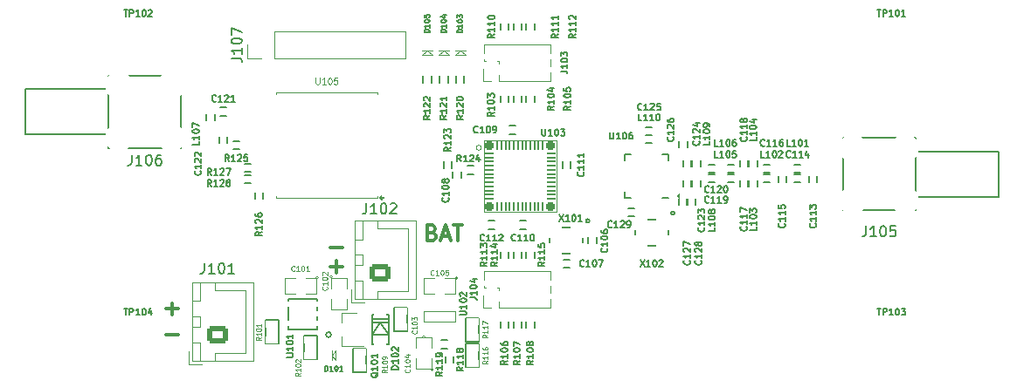
<source format=gto>
%TF.GenerationSoftware,KiCad,Pcbnew,(6.0.7)*%
%TF.CreationDate,2022-08-15T11:29:02+02:00*%
%TF.ProjectId,atsd_tracker,61747364-5f74-4726-9163-6b65722e6b69,rev?*%
%TF.SameCoordinates,Original*%
%TF.FileFunction,Legend,Top*%
%TF.FilePolarity,Positive*%
%FSLAX46Y46*%
G04 Gerber Fmt 4.6, Leading zero omitted, Abs format (unit mm)*
G04 Created by KiCad (PCBNEW (6.0.7)) date 2022-08-15 11:29:02*
%MOMM*%
%LPD*%
G01*
G04 APERTURE LIST*
G04 Aperture macros list*
%AMRoundRect*
0 Rectangle with rounded corners*
0 $1 Rounding radius*
0 $2 $3 $4 $5 $6 $7 $8 $9 X,Y pos of 4 corners*
0 Add a 4 corners polygon primitive as box body*
4,1,4,$2,$3,$4,$5,$6,$7,$8,$9,$2,$3,0*
0 Add four circle primitives for the rounded corners*
1,1,$1+$1,$2,$3*
1,1,$1+$1,$4,$5*
1,1,$1+$1,$6,$7*
1,1,$1+$1,$8,$9*
0 Add four rect primitives between the rounded corners*
20,1,$1+$1,$2,$3,$4,$5,0*
20,1,$1+$1,$4,$5,$6,$7,0*
20,1,$1+$1,$6,$7,$8,$9,0*
20,1,$1+$1,$8,$9,$2,$3,0*%
G04 Aperture macros list end*
%ADD10C,0.300000*%
%ADD11C,0.150000*%
%ADD12C,0.114300*%
%ADD13C,0.109220*%
%ADD14C,0.127000*%
%ADD15C,0.120000*%
%ADD16C,0.099060*%
%ADD17C,0.063500*%
%ADD18C,0.066040*%
%ADD19C,0.250000*%
%ADD20C,2.500000*%
%ADD21C,2.700000*%
%ADD22R,0.500000X0.600000*%
%ADD23R,0.600000X0.500000*%
%ADD24R,1.143000X0.635000*%
%ADD25R,0.889000X1.397000*%
%ADD26R,1.397000X0.889000*%
%ADD27C,4.200000*%
%ADD28R,0.797560X0.797560*%
%ADD29RoundRect,0.250000X0.750000X-0.600000X0.750000X0.600000X-0.750000X0.600000X-0.750000X-0.600000X0*%
%ADD30O,2.000000X1.700000*%
%ADD31RoundRect,0.050000X-0.350000X-0.050000X0.350000X-0.050000X0.350000X0.050000X-0.350000X0.050000X0*%
%ADD32RoundRect,0.050000X0.050000X-0.350000X0.050000X0.350000X-0.050000X0.350000X-0.050000X-0.350000X0*%
%ADD33RoundRect,0.225000X0.225000X-0.225000X0.225000X0.225000X-0.225000X0.225000X-0.225000X-0.225000X0*%
%ADD34C,0.600000*%
%ADD35R,4.700000X4.700000*%
%ADD36R,1.100000X0.600000*%
%ADD37R,1.800000X0.700000*%
%ADD38R,1.800000X0.800000*%
%ADD39R,1.220000X0.910000*%
%ADD40R,1.000000X1.000000*%
%ADD41O,1.000000X1.000000*%
%ADD42R,1.700000X1.700000*%
%ADD43O,1.700000X1.700000*%
%ADD44R,1.400000X1.200000*%
%ADD45R,0.900000X0.800000*%
%ADD46R,0.800000X0.350000*%
%ADD47R,0.350000X0.800000*%
%ADD48R,1.475000X1.475000*%
%ADD49C,0.737500*%
%ADD50R,0.500000X1.000000*%
G04 APERTURE END LIST*
D10*
X79623571Y-100907142D02*
X80766428Y-100907142D01*
X63723571Y-109407142D02*
X64866428Y-109407142D01*
X79623571Y-102807142D02*
X80766428Y-102807142D01*
X80195000Y-103378571D02*
X80195000Y-102235714D01*
X89492857Y-99492857D02*
X89707142Y-99564285D01*
X89778571Y-99635714D01*
X89850000Y-99778571D01*
X89850000Y-99992857D01*
X89778571Y-100135714D01*
X89707142Y-100207142D01*
X89564285Y-100278571D01*
X88992857Y-100278571D01*
X88992857Y-98778571D01*
X89492857Y-98778571D01*
X89635714Y-98850000D01*
X89707142Y-98921428D01*
X89778571Y-99064285D01*
X89778571Y-99207142D01*
X89707142Y-99350000D01*
X89635714Y-99421428D01*
X89492857Y-99492857D01*
X88992857Y-99492857D01*
X90421428Y-99850000D02*
X91135714Y-99850000D01*
X90278571Y-100278571D02*
X90778571Y-98778571D01*
X91278571Y-100278571D01*
X91564285Y-98778571D02*
X92421428Y-98778571D01*
X91992857Y-100278571D02*
X91992857Y-98778571D01*
X63723571Y-106907142D02*
X64866428Y-106907142D01*
X64295000Y-107478571D02*
X64295000Y-106335714D01*
D11*
%TO.C,R128*%
X68089404Y-94987261D02*
X67877738Y-94684880D01*
X67726547Y-94987261D02*
X67726547Y-94352261D01*
X67968452Y-94352261D01*
X68028928Y-94382500D01*
X68059166Y-94412738D01*
X68089404Y-94473214D01*
X68089404Y-94563928D01*
X68059166Y-94624404D01*
X68028928Y-94654642D01*
X67968452Y-94684880D01*
X67726547Y-94684880D01*
X68694166Y-94987261D02*
X68331309Y-94987261D01*
X68512738Y-94987261D02*
X68512738Y-94352261D01*
X68452261Y-94442976D01*
X68391785Y-94503452D01*
X68331309Y-94533690D01*
X68936071Y-94412738D02*
X68966309Y-94382500D01*
X69026785Y-94352261D01*
X69177976Y-94352261D01*
X69238452Y-94382500D01*
X69268690Y-94412738D01*
X69298928Y-94473214D01*
X69298928Y-94533690D01*
X69268690Y-94624404D01*
X68905833Y-94987261D01*
X69298928Y-94987261D01*
X69661785Y-94624404D02*
X69601309Y-94594166D01*
X69571071Y-94563928D01*
X69540833Y-94503452D01*
X69540833Y-94473214D01*
X69571071Y-94412738D01*
X69601309Y-94382500D01*
X69661785Y-94352261D01*
X69782738Y-94352261D01*
X69843214Y-94382500D01*
X69873452Y-94412738D01*
X69903690Y-94473214D01*
X69903690Y-94503452D01*
X69873452Y-94563928D01*
X69843214Y-94594166D01*
X69782738Y-94624404D01*
X69661785Y-94624404D01*
X69601309Y-94654642D01*
X69571071Y-94684880D01*
X69540833Y-94745357D01*
X69540833Y-94866309D01*
X69571071Y-94926785D01*
X69601309Y-94957023D01*
X69661785Y-94987261D01*
X69782738Y-94987261D01*
X69843214Y-94957023D01*
X69873452Y-94926785D01*
X69903690Y-94866309D01*
X69903690Y-94745357D01*
X69873452Y-94684880D01*
X69843214Y-94654642D01*
X69782738Y-94624404D01*
%TO.C,R127*%
X68089404Y-93887261D02*
X67877738Y-93584880D01*
X67726547Y-93887261D02*
X67726547Y-93252261D01*
X67968452Y-93252261D01*
X68028928Y-93282500D01*
X68059166Y-93312738D01*
X68089404Y-93373214D01*
X68089404Y-93463928D01*
X68059166Y-93524404D01*
X68028928Y-93554642D01*
X67968452Y-93584880D01*
X67726547Y-93584880D01*
X68694166Y-93887261D02*
X68331309Y-93887261D01*
X68512738Y-93887261D02*
X68512738Y-93252261D01*
X68452261Y-93342976D01*
X68391785Y-93403452D01*
X68331309Y-93433690D01*
X68936071Y-93312738D02*
X68966309Y-93282500D01*
X69026785Y-93252261D01*
X69177976Y-93252261D01*
X69238452Y-93282500D01*
X69268690Y-93312738D01*
X69298928Y-93373214D01*
X69298928Y-93433690D01*
X69268690Y-93524404D01*
X68905833Y-93887261D01*
X69298928Y-93887261D01*
X69510595Y-93252261D02*
X69933928Y-93252261D01*
X69661785Y-93887261D01*
%TO.C,R126*%
X72987261Y-99410595D02*
X72684880Y-99622261D01*
X72987261Y-99773452D02*
X72352261Y-99773452D01*
X72352261Y-99531547D01*
X72382500Y-99471071D01*
X72412738Y-99440833D01*
X72473214Y-99410595D01*
X72563928Y-99410595D01*
X72624404Y-99440833D01*
X72654642Y-99471071D01*
X72684880Y-99531547D01*
X72684880Y-99773452D01*
X72987261Y-98805833D02*
X72987261Y-99168690D01*
X72987261Y-98987261D02*
X72352261Y-98987261D01*
X72442976Y-99047738D01*
X72503452Y-99108214D01*
X72533690Y-99168690D01*
X72412738Y-98563928D02*
X72382500Y-98533690D01*
X72352261Y-98473214D01*
X72352261Y-98322023D01*
X72382500Y-98261547D01*
X72412738Y-98231309D01*
X72473214Y-98201071D01*
X72533690Y-98201071D01*
X72624404Y-98231309D01*
X72987261Y-98594166D01*
X72987261Y-98201071D01*
X72352261Y-97656785D02*
X72352261Y-97777738D01*
X72382500Y-97838214D01*
X72412738Y-97868452D01*
X72503452Y-97928928D01*
X72624404Y-97959166D01*
X72866309Y-97959166D01*
X72926785Y-97928928D01*
X72957023Y-97898690D01*
X72987261Y-97838214D01*
X72987261Y-97717261D01*
X72957023Y-97656785D01*
X72926785Y-97626547D01*
X72866309Y-97596309D01*
X72715119Y-97596309D01*
X72654642Y-97626547D01*
X72624404Y-97656785D01*
X72594166Y-97717261D01*
X72594166Y-97838214D01*
X72624404Y-97898690D01*
X72654642Y-97928928D01*
X72715119Y-97959166D01*
%TO.C,R125*%
X69789403Y-92557260D02*
X69577737Y-92254879D01*
X69426546Y-92557260D02*
X69426546Y-91922260D01*
X69668451Y-91922260D01*
X69728927Y-91952499D01*
X69759165Y-91982737D01*
X69789403Y-92043213D01*
X69789403Y-92133927D01*
X69759165Y-92194403D01*
X69728927Y-92224641D01*
X69668451Y-92254879D01*
X69426546Y-92254879D01*
X70394165Y-92557260D02*
X70031308Y-92557260D01*
X70212737Y-92557260D02*
X70212737Y-91922260D01*
X70152260Y-92012975D01*
X70091784Y-92073451D01*
X70031308Y-92103689D01*
X70636070Y-91982737D02*
X70666308Y-91952499D01*
X70726784Y-91922260D01*
X70877975Y-91922260D01*
X70938451Y-91952499D01*
X70968689Y-91982737D01*
X70998927Y-92043213D01*
X70998927Y-92103689D01*
X70968689Y-92194403D01*
X70605832Y-92557260D01*
X70998927Y-92557260D01*
X71573451Y-91922260D02*
X71271070Y-91922260D01*
X71240832Y-92224641D01*
X71271070Y-92194403D01*
X71331546Y-92164165D01*
X71482737Y-92164165D01*
X71543213Y-92194403D01*
X71573451Y-92224641D01*
X71603689Y-92285118D01*
X71603689Y-92436308D01*
X71573451Y-92496784D01*
X71543213Y-92527022D01*
X71482737Y-92557260D01*
X71331546Y-92557260D01*
X71271070Y-92527022D01*
X71240832Y-92496784D01*
%TO.C,R124*%
X92289404Y-92587261D02*
X92077738Y-92284880D01*
X91926547Y-92587261D02*
X91926547Y-91952261D01*
X92168452Y-91952261D01*
X92228928Y-91982500D01*
X92259166Y-92012738D01*
X92289404Y-92073214D01*
X92289404Y-92163928D01*
X92259166Y-92224404D01*
X92228928Y-92254642D01*
X92168452Y-92284880D01*
X91926547Y-92284880D01*
X92894166Y-92587261D02*
X92531309Y-92587261D01*
X92712738Y-92587261D02*
X92712738Y-91952261D01*
X92652261Y-92042976D01*
X92591785Y-92103452D01*
X92531309Y-92133690D01*
X93136071Y-92012738D02*
X93166309Y-91982500D01*
X93226785Y-91952261D01*
X93377976Y-91952261D01*
X93438452Y-91982500D01*
X93468690Y-92012738D01*
X93498928Y-92073214D01*
X93498928Y-92133690D01*
X93468690Y-92224404D01*
X93105833Y-92587261D01*
X93498928Y-92587261D01*
X94043214Y-92163928D02*
X94043214Y-92587261D01*
X93892023Y-91922023D02*
X93740833Y-92375595D01*
X94133928Y-92375595D01*
%TO.C,R123*%
X91287261Y-91210595D02*
X90984880Y-91422261D01*
X91287261Y-91573452D02*
X90652261Y-91573452D01*
X90652261Y-91331547D01*
X90682500Y-91271071D01*
X90712738Y-91240833D01*
X90773214Y-91210595D01*
X90863928Y-91210595D01*
X90924404Y-91240833D01*
X90954642Y-91271071D01*
X90984880Y-91331547D01*
X90984880Y-91573452D01*
X91287261Y-90605833D02*
X91287261Y-90968690D01*
X91287261Y-90787261D02*
X90652261Y-90787261D01*
X90742976Y-90847738D01*
X90803452Y-90908214D01*
X90833690Y-90968690D01*
X90712738Y-90363928D02*
X90682500Y-90333690D01*
X90652261Y-90273214D01*
X90652261Y-90122023D01*
X90682500Y-90061547D01*
X90712738Y-90031309D01*
X90773214Y-90001071D01*
X90833690Y-90001071D01*
X90924404Y-90031309D01*
X91287261Y-90394166D01*
X91287261Y-90001071D01*
X90652261Y-89789404D02*
X90652261Y-89396309D01*
X90894166Y-89607976D01*
X90894166Y-89517261D01*
X90924404Y-89456785D01*
X90954642Y-89426547D01*
X91015119Y-89396309D01*
X91166309Y-89396309D01*
X91226785Y-89426547D01*
X91257023Y-89456785D01*
X91287261Y-89517261D01*
X91287261Y-89698690D01*
X91257023Y-89759166D01*
X91226785Y-89789404D01*
%TO.C,R122*%
X89287261Y-88110595D02*
X88984880Y-88322261D01*
X89287261Y-88473452D02*
X88652261Y-88473452D01*
X88652261Y-88231547D01*
X88682500Y-88171071D01*
X88712738Y-88140833D01*
X88773214Y-88110595D01*
X88863928Y-88110595D01*
X88924404Y-88140833D01*
X88954642Y-88171071D01*
X88984880Y-88231547D01*
X88984880Y-88473452D01*
X89287261Y-87505833D02*
X89287261Y-87868690D01*
X89287261Y-87687261D02*
X88652261Y-87687261D01*
X88742976Y-87747738D01*
X88803452Y-87808214D01*
X88833690Y-87868690D01*
X88712738Y-87263928D02*
X88682500Y-87233690D01*
X88652261Y-87173214D01*
X88652261Y-87022023D01*
X88682500Y-86961547D01*
X88712738Y-86931309D01*
X88773214Y-86901071D01*
X88833690Y-86901071D01*
X88924404Y-86931309D01*
X89287261Y-87294166D01*
X89287261Y-86901071D01*
X88712738Y-86659166D02*
X88682500Y-86628928D01*
X88652261Y-86568452D01*
X88652261Y-86417261D01*
X88682500Y-86356785D01*
X88712738Y-86326547D01*
X88773214Y-86296309D01*
X88833690Y-86296309D01*
X88924404Y-86326547D01*
X89287261Y-86689404D01*
X89287261Y-86296309D01*
%TO.C,R121*%
X90887261Y-88110595D02*
X90584880Y-88322261D01*
X90887261Y-88473452D02*
X90252261Y-88473452D01*
X90252261Y-88231547D01*
X90282500Y-88171071D01*
X90312738Y-88140833D01*
X90373214Y-88110595D01*
X90463928Y-88110595D01*
X90524404Y-88140833D01*
X90554642Y-88171071D01*
X90584880Y-88231547D01*
X90584880Y-88473452D01*
X90887261Y-87505833D02*
X90887261Y-87868690D01*
X90887261Y-87687261D02*
X90252261Y-87687261D01*
X90342976Y-87747738D01*
X90403452Y-87808214D01*
X90433690Y-87868690D01*
X90312738Y-87263928D02*
X90282500Y-87233690D01*
X90252261Y-87173214D01*
X90252261Y-87022023D01*
X90282500Y-86961547D01*
X90312738Y-86931309D01*
X90373214Y-86901071D01*
X90433690Y-86901071D01*
X90524404Y-86931309D01*
X90887261Y-87294166D01*
X90887261Y-86901071D01*
X90887261Y-86296309D02*
X90887261Y-86659166D01*
X90887261Y-86477738D02*
X90252261Y-86477738D01*
X90342976Y-86538214D01*
X90403452Y-86598690D01*
X90433690Y-86659166D01*
%TO.C,R120*%
X92487261Y-88110595D02*
X92184880Y-88322261D01*
X92487261Y-88473452D02*
X91852261Y-88473452D01*
X91852261Y-88231547D01*
X91882500Y-88171071D01*
X91912738Y-88140833D01*
X91973214Y-88110595D01*
X92063928Y-88110595D01*
X92124404Y-88140833D01*
X92154642Y-88171071D01*
X92184880Y-88231547D01*
X92184880Y-88473452D01*
X92487261Y-87505833D02*
X92487261Y-87868690D01*
X92487261Y-87687261D02*
X91852261Y-87687261D01*
X91942976Y-87747738D01*
X92003452Y-87808214D01*
X92033690Y-87868690D01*
X91912738Y-87263928D02*
X91882500Y-87233690D01*
X91852261Y-87173214D01*
X91852261Y-87022023D01*
X91882500Y-86961547D01*
X91912738Y-86931309D01*
X91973214Y-86901071D01*
X92033690Y-86901071D01*
X92124404Y-86931309D01*
X92487261Y-87294166D01*
X92487261Y-86901071D01*
X91852261Y-86507976D02*
X91852261Y-86447500D01*
X91882500Y-86387023D01*
X91912738Y-86356785D01*
X91973214Y-86326547D01*
X92094166Y-86296309D01*
X92245357Y-86296309D01*
X92366309Y-86326547D01*
X92426785Y-86356785D01*
X92457023Y-86387023D01*
X92487261Y-86447500D01*
X92487261Y-86507976D01*
X92457023Y-86568452D01*
X92426785Y-86598690D01*
X92366309Y-86628928D01*
X92245357Y-86659166D01*
X92094166Y-86659166D01*
X91973214Y-86628928D01*
X91912738Y-86598690D01*
X91882500Y-86568452D01*
X91852261Y-86507976D01*
%TO.C,R119*%
X90487261Y-113010595D02*
X90184880Y-113222261D01*
X90487261Y-113373452D02*
X89852261Y-113373452D01*
X89852261Y-113131547D01*
X89882500Y-113071071D01*
X89912738Y-113040833D01*
X89973214Y-113010595D01*
X90063928Y-113010595D01*
X90124404Y-113040833D01*
X90154642Y-113071071D01*
X90184880Y-113131547D01*
X90184880Y-113373452D01*
X90487261Y-112405833D02*
X90487261Y-112768690D01*
X90487261Y-112587261D02*
X89852261Y-112587261D01*
X89942976Y-112647738D01*
X90003452Y-112708214D01*
X90033690Y-112768690D01*
X90487261Y-111801071D02*
X90487261Y-112163928D01*
X90487261Y-111982500D02*
X89852261Y-111982500D01*
X89942976Y-112042976D01*
X90003452Y-112103452D01*
X90033690Y-112163928D01*
X90487261Y-111498690D02*
X90487261Y-111377738D01*
X90457023Y-111317261D01*
X90426785Y-111287023D01*
X90336071Y-111226547D01*
X90215119Y-111196309D01*
X89973214Y-111196309D01*
X89912738Y-111226547D01*
X89882500Y-111256785D01*
X89852261Y-111317261D01*
X89852261Y-111438214D01*
X89882500Y-111498690D01*
X89912738Y-111528928D01*
X89973214Y-111559166D01*
X90124404Y-111559166D01*
X90184880Y-111528928D01*
X90215119Y-111498690D01*
X90245357Y-111438214D01*
X90245357Y-111317261D01*
X90215119Y-111256785D01*
X90184880Y-111226547D01*
X90124404Y-111196309D01*
%TO.C,R118*%
X92487261Y-112560595D02*
X92184880Y-112772261D01*
X92487261Y-112923452D02*
X91852261Y-112923452D01*
X91852261Y-112681547D01*
X91882500Y-112621071D01*
X91912738Y-112590833D01*
X91973214Y-112560595D01*
X92063928Y-112560595D01*
X92124404Y-112590833D01*
X92154642Y-112621071D01*
X92184880Y-112681547D01*
X92184880Y-112923452D01*
X92487261Y-111955833D02*
X92487261Y-112318690D01*
X92487261Y-112137261D02*
X91852261Y-112137261D01*
X91942976Y-112197738D01*
X92003452Y-112258214D01*
X92033690Y-112318690D01*
X92487261Y-111351071D02*
X92487261Y-111713928D01*
X92487261Y-111532500D02*
X91852261Y-111532500D01*
X91942976Y-111592976D01*
X92003452Y-111653452D01*
X92033690Y-111713928D01*
X92124404Y-110988214D02*
X92094166Y-111048690D01*
X92063928Y-111078928D01*
X92003452Y-111109166D01*
X91973214Y-111109166D01*
X91912738Y-111078928D01*
X91882500Y-111048690D01*
X91852261Y-110988214D01*
X91852261Y-110867261D01*
X91882500Y-110806785D01*
X91912738Y-110776547D01*
X91973214Y-110746309D01*
X92003452Y-110746309D01*
X92063928Y-110776547D01*
X92094166Y-110806785D01*
X92124404Y-110867261D01*
X92124404Y-110988214D01*
X92154642Y-111048690D01*
X92184880Y-111078928D01*
X92245357Y-111109166D01*
X92366309Y-111109166D01*
X92426785Y-111078928D01*
X92457023Y-111048690D01*
X92487261Y-110988214D01*
X92487261Y-110867261D01*
X92457023Y-110806785D01*
X92426785Y-110776547D01*
X92366309Y-110746309D01*
X92245357Y-110746309D01*
X92184880Y-110776547D01*
X92154642Y-110806785D01*
X92124404Y-110867261D01*
D12*
%TO.C,R117*%
X94878643Y-109423628D02*
X94636738Y-109576028D01*
X94878643Y-109684885D02*
X94370643Y-109684885D01*
X94370643Y-109510714D01*
X94394834Y-109467171D01*
X94419024Y-109445400D01*
X94467405Y-109423628D01*
X94539976Y-109423628D01*
X94588357Y-109445400D01*
X94612548Y-109467171D01*
X94636738Y-109510714D01*
X94636738Y-109684885D01*
X94878643Y-108988200D02*
X94878643Y-109249457D01*
X94878643Y-109118828D02*
X94370643Y-109118828D01*
X94443214Y-109162371D01*
X94491595Y-109205914D01*
X94515786Y-109249457D01*
X94878643Y-108552771D02*
X94878643Y-108814028D01*
X94878643Y-108683400D02*
X94370643Y-108683400D01*
X94443214Y-108726942D01*
X94491595Y-108770485D01*
X94515786Y-108814028D01*
X94370643Y-108400371D02*
X94370643Y-108095571D01*
X94878643Y-108291514D01*
%TO.C,R116*%
X94878643Y-111923628D02*
X94636738Y-112076028D01*
X94878643Y-112184885D02*
X94370643Y-112184885D01*
X94370643Y-112010714D01*
X94394834Y-111967171D01*
X94419024Y-111945400D01*
X94467405Y-111923628D01*
X94539976Y-111923628D01*
X94588357Y-111945400D01*
X94612548Y-111967171D01*
X94636738Y-112010714D01*
X94636738Y-112184885D01*
X94878643Y-111488200D02*
X94878643Y-111749457D01*
X94878643Y-111618828D02*
X94370643Y-111618828D01*
X94443214Y-111662371D01*
X94491595Y-111705914D01*
X94515786Y-111749457D01*
X94878643Y-111052771D02*
X94878643Y-111314028D01*
X94878643Y-111183400D02*
X94370643Y-111183400D01*
X94443214Y-111226942D01*
X94491595Y-111270485D01*
X94515786Y-111314028D01*
X94370643Y-110660885D02*
X94370643Y-110747971D01*
X94394834Y-110791514D01*
X94419024Y-110813285D01*
X94491595Y-110856828D01*
X94588357Y-110878600D01*
X94781881Y-110878600D01*
X94830262Y-110856828D01*
X94854453Y-110835057D01*
X94878643Y-110791514D01*
X94878643Y-110704428D01*
X94854453Y-110660885D01*
X94830262Y-110639114D01*
X94781881Y-110617342D01*
X94660929Y-110617342D01*
X94612548Y-110639114D01*
X94588357Y-110660885D01*
X94564167Y-110704428D01*
X94564167Y-110791514D01*
X94588357Y-110835057D01*
X94612548Y-110856828D01*
X94660929Y-110878600D01*
D11*
%TO.C,R115*%
X100387261Y-102360595D02*
X100084880Y-102572261D01*
X100387261Y-102723452D02*
X99752261Y-102723452D01*
X99752261Y-102481547D01*
X99782500Y-102421071D01*
X99812738Y-102390833D01*
X99873214Y-102360595D01*
X99963928Y-102360595D01*
X100024404Y-102390833D01*
X100054642Y-102421071D01*
X100084880Y-102481547D01*
X100084880Y-102723452D01*
X100387261Y-101755833D02*
X100387261Y-102118690D01*
X100387261Y-101937261D02*
X99752261Y-101937261D01*
X99842976Y-101997738D01*
X99903452Y-102058214D01*
X99933690Y-102118690D01*
X100387261Y-101151071D02*
X100387261Y-101513928D01*
X100387261Y-101332500D02*
X99752261Y-101332500D01*
X99842976Y-101392976D01*
X99903452Y-101453452D01*
X99933690Y-101513928D01*
X99752261Y-100576547D02*
X99752261Y-100878928D01*
X100054642Y-100909166D01*
X100024404Y-100878928D01*
X99994166Y-100818452D01*
X99994166Y-100667261D01*
X100024404Y-100606785D01*
X100054642Y-100576547D01*
X100115119Y-100546309D01*
X100266309Y-100546309D01*
X100326785Y-100576547D01*
X100357023Y-100606785D01*
X100387261Y-100667261D01*
X100387261Y-100818452D01*
X100357023Y-100878928D01*
X100326785Y-100909166D01*
%TO.C,R114*%
X95787261Y-102360595D02*
X95484880Y-102572261D01*
X95787261Y-102723452D02*
X95152261Y-102723452D01*
X95152261Y-102481547D01*
X95182500Y-102421071D01*
X95212738Y-102390833D01*
X95273214Y-102360595D01*
X95363928Y-102360595D01*
X95424404Y-102390833D01*
X95454642Y-102421071D01*
X95484880Y-102481547D01*
X95484880Y-102723452D01*
X95787261Y-101755833D02*
X95787261Y-102118690D01*
X95787261Y-101937261D02*
X95152261Y-101937261D01*
X95242976Y-101997738D01*
X95303452Y-102058214D01*
X95333690Y-102118690D01*
X95787261Y-101151071D02*
X95787261Y-101513928D01*
X95787261Y-101332500D02*
X95152261Y-101332500D01*
X95242976Y-101392976D01*
X95303452Y-101453452D01*
X95333690Y-101513928D01*
X95363928Y-100606785D02*
X95787261Y-100606785D01*
X95122023Y-100757976D02*
X95575595Y-100909166D01*
X95575595Y-100516071D01*
%TO.C,R113*%
X94787261Y-102360595D02*
X94484880Y-102572261D01*
X94787261Y-102723452D02*
X94152261Y-102723452D01*
X94152261Y-102481547D01*
X94182500Y-102421071D01*
X94212738Y-102390833D01*
X94273214Y-102360595D01*
X94363928Y-102360595D01*
X94424404Y-102390833D01*
X94454642Y-102421071D01*
X94484880Y-102481547D01*
X94484880Y-102723452D01*
X94787261Y-101755833D02*
X94787261Y-102118690D01*
X94787261Y-101937261D02*
X94152261Y-101937261D01*
X94242976Y-101997738D01*
X94303452Y-102058214D01*
X94333690Y-102118690D01*
X94787261Y-101151071D02*
X94787261Y-101513928D01*
X94787261Y-101332500D02*
X94152261Y-101332500D01*
X94242976Y-101392976D01*
X94303452Y-101453452D01*
X94333690Y-101513928D01*
X94152261Y-100939404D02*
X94152261Y-100546309D01*
X94394166Y-100757976D01*
X94394166Y-100667261D01*
X94424404Y-100606785D01*
X94454642Y-100576547D01*
X94515119Y-100546309D01*
X94666309Y-100546309D01*
X94726785Y-100576547D01*
X94757023Y-100606785D01*
X94787261Y-100667261D01*
X94787261Y-100848690D01*
X94757023Y-100909166D01*
X94726785Y-100939404D01*
%TO.C,R112*%
X103387261Y-80210595D02*
X103084880Y-80422261D01*
X103387261Y-80573452D02*
X102752261Y-80573452D01*
X102752261Y-80331547D01*
X102782500Y-80271071D01*
X102812738Y-80240833D01*
X102873214Y-80210595D01*
X102963928Y-80210595D01*
X103024404Y-80240833D01*
X103054642Y-80271071D01*
X103084880Y-80331547D01*
X103084880Y-80573452D01*
X103387261Y-79605833D02*
X103387261Y-79968690D01*
X103387261Y-79787261D02*
X102752261Y-79787261D01*
X102842976Y-79847738D01*
X102903452Y-79908214D01*
X102933690Y-79968690D01*
X103387261Y-79001071D02*
X103387261Y-79363928D01*
X103387261Y-79182500D02*
X102752261Y-79182500D01*
X102842976Y-79242976D01*
X102903452Y-79303452D01*
X102933690Y-79363928D01*
X102812738Y-78759166D02*
X102782500Y-78728928D01*
X102752261Y-78668452D01*
X102752261Y-78517261D01*
X102782500Y-78456785D01*
X102812738Y-78426547D01*
X102873214Y-78396309D01*
X102933690Y-78396309D01*
X103024404Y-78426547D01*
X103387261Y-78789404D01*
X103387261Y-78396309D01*
%TO.C,R111*%
X101687261Y-80210595D02*
X101384880Y-80422261D01*
X101687261Y-80573452D02*
X101052261Y-80573452D01*
X101052261Y-80331547D01*
X101082500Y-80271071D01*
X101112738Y-80240833D01*
X101173214Y-80210595D01*
X101263928Y-80210595D01*
X101324404Y-80240833D01*
X101354642Y-80271071D01*
X101384880Y-80331547D01*
X101384880Y-80573452D01*
X101687261Y-79605833D02*
X101687261Y-79968690D01*
X101687261Y-79787261D02*
X101052261Y-79787261D01*
X101142976Y-79847738D01*
X101203452Y-79908214D01*
X101233690Y-79968690D01*
X101687261Y-79001071D02*
X101687261Y-79363928D01*
X101687261Y-79182500D02*
X101052261Y-79182500D01*
X101142976Y-79242976D01*
X101203452Y-79303452D01*
X101233690Y-79363928D01*
X101687261Y-78396309D02*
X101687261Y-78759166D01*
X101687261Y-78577738D02*
X101052261Y-78577738D01*
X101142976Y-78638214D01*
X101203452Y-78698690D01*
X101233690Y-78759166D01*
%TO.C,R110*%
X95517261Y-80210595D02*
X95214880Y-80422261D01*
X95517261Y-80573452D02*
X94882261Y-80573452D01*
X94882261Y-80331547D01*
X94912500Y-80271071D01*
X94942738Y-80240833D01*
X95003214Y-80210595D01*
X95093928Y-80210595D01*
X95154404Y-80240833D01*
X95184642Y-80271071D01*
X95214880Y-80331547D01*
X95214880Y-80573452D01*
X95517261Y-79605833D02*
X95517261Y-79968690D01*
X95517261Y-79787261D02*
X94882261Y-79787261D01*
X94972976Y-79847738D01*
X95033452Y-79908214D01*
X95063690Y-79968690D01*
X95517261Y-79001071D02*
X95517261Y-79363928D01*
X95517261Y-79182500D02*
X94882261Y-79182500D01*
X94972976Y-79242976D01*
X95033452Y-79303452D01*
X95063690Y-79363928D01*
X94882261Y-78607976D02*
X94882261Y-78547500D01*
X94912500Y-78487023D01*
X94942738Y-78456785D01*
X95003214Y-78426547D01*
X95124166Y-78396309D01*
X95275357Y-78396309D01*
X95396309Y-78426547D01*
X95456785Y-78456785D01*
X95487023Y-78487023D01*
X95517261Y-78547500D01*
X95517261Y-78607976D01*
X95487023Y-78668452D01*
X95456785Y-78698690D01*
X95396309Y-78728928D01*
X95275357Y-78759166D01*
X95124166Y-78759166D01*
X95003214Y-78728928D01*
X94942738Y-78698690D01*
X94912500Y-78668452D01*
X94882261Y-78607976D01*
D12*
%TO.C,R109*%
X85129809Y-112811628D02*
X84887904Y-112964028D01*
X85129809Y-113072885D02*
X84621809Y-113072885D01*
X84621809Y-112898714D01*
X84646000Y-112855171D01*
X84670190Y-112833400D01*
X84718571Y-112811628D01*
X84791142Y-112811628D01*
X84839523Y-112833400D01*
X84863714Y-112855171D01*
X84887904Y-112898714D01*
X84887904Y-113072885D01*
X85129809Y-112376200D02*
X85129809Y-112637457D01*
X85129809Y-112506828D02*
X84621809Y-112506828D01*
X84694380Y-112550371D01*
X84742761Y-112593914D01*
X84766952Y-112637457D01*
X84621809Y-112093171D02*
X84621809Y-112049628D01*
X84646000Y-112006085D01*
X84670190Y-111984314D01*
X84718571Y-111962542D01*
X84815333Y-111940771D01*
X84936285Y-111940771D01*
X85033047Y-111962542D01*
X85081428Y-111984314D01*
X85105619Y-112006085D01*
X85129809Y-112049628D01*
X85129809Y-112093171D01*
X85105619Y-112136714D01*
X85081428Y-112158485D01*
X85033047Y-112180257D01*
X84936285Y-112202028D01*
X84815333Y-112202028D01*
X84718571Y-112180257D01*
X84670190Y-112158485D01*
X84646000Y-112136714D01*
X84621809Y-112093171D01*
X85129809Y-111723057D02*
X85129809Y-111635971D01*
X85105619Y-111592428D01*
X85081428Y-111570657D01*
X85008857Y-111527114D01*
X84912095Y-111505342D01*
X84718571Y-111505342D01*
X84670190Y-111527114D01*
X84646000Y-111548885D01*
X84621809Y-111592428D01*
X84621809Y-111679514D01*
X84646000Y-111723057D01*
X84670190Y-111744828D01*
X84718571Y-111766600D01*
X84839523Y-111766600D01*
X84887904Y-111744828D01*
X84912095Y-111723057D01*
X84936285Y-111679514D01*
X84936285Y-111592428D01*
X84912095Y-111548885D01*
X84887904Y-111527114D01*
X84839523Y-111505342D01*
D11*
%TO.C,R108*%
X99287261Y-111910595D02*
X98984880Y-112122261D01*
X99287261Y-112273452D02*
X98652261Y-112273452D01*
X98652261Y-112031547D01*
X98682500Y-111971071D01*
X98712738Y-111940833D01*
X98773214Y-111910595D01*
X98863928Y-111910595D01*
X98924404Y-111940833D01*
X98954642Y-111971071D01*
X98984880Y-112031547D01*
X98984880Y-112273452D01*
X99287261Y-111305833D02*
X99287261Y-111668690D01*
X99287261Y-111487261D02*
X98652261Y-111487261D01*
X98742976Y-111547738D01*
X98803452Y-111608214D01*
X98833690Y-111668690D01*
X98652261Y-110912738D02*
X98652261Y-110852261D01*
X98682500Y-110791785D01*
X98712738Y-110761547D01*
X98773214Y-110731309D01*
X98894166Y-110701071D01*
X99045357Y-110701071D01*
X99166309Y-110731309D01*
X99226785Y-110761547D01*
X99257023Y-110791785D01*
X99287261Y-110852261D01*
X99287261Y-110912738D01*
X99257023Y-110973214D01*
X99226785Y-111003452D01*
X99166309Y-111033690D01*
X99045357Y-111063928D01*
X98894166Y-111063928D01*
X98773214Y-111033690D01*
X98712738Y-111003452D01*
X98682500Y-110973214D01*
X98652261Y-110912738D01*
X98924404Y-110338214D02*
X98894166Y-110398690D01*
X98863928Y-110428928D01*
X98803452Y-110459166D01*
X98773214Y-110459166D01*
X98712738Y-110428928D01*
X98682500Y-110398690D01*
X98652261Y-110338214D01*
X98652261Y-110217261D01*
X98682500Y-110156785D01*
X98712738Y-110126547D01*
X98773214Y-110096309D01*
X98803452Y-110096309D01*
X98863928Y-110126547D01*
X98894166Y-110156785D01*
X98924404Y-110217261D01*
X98924404Y-110338214D01*
X98954642Y-110398690D01*
X98984880Y-110428928D01*
X99045357Y-110459166D01*
X99166309Y-110459166D01*
X99226785Y-110428928D01*
X99257023Y-110398690D01*
X99287261Y-110338214D01*
X99287261Y-110217261D01*
X99257023Y-110156785D01*
X99226785Y-110126547D01*
X99166309Y-110096309D01*
X99045357Y-110096309D01*
X98984880Y-110126547D01*
X98954642Y-110156785D01*
X98924404Y-110217261D01*
%TO.C,R107*%
X97987261Y-111910595D02*
X97684880Y-112122261D01*
X97987261Y-112273452D02*
X97352261Y-112273452D01*
X97352261Y-112031547D01*
X97382500Y-111971071D01*
X97412738Y-111940833D01*
X97473214Y-111910595D01*
X97563928Y-111910595D01*
X97624404Y-111940833D01*
X97654642Y-111971071D01*
X97684880Y-112031547D01*
X97684880Y-112273452D01*
X97987261Y-111305833D02*
X97987261Y-111668690D01*
X97987261Y-111487261D02*
X97352261Y-111487261D01*
X97442976Y-111547738D01*
X97503452Y-111608214D01*
X97533690Y-111668690D01*
X97352261Y-110912738D02*
X97352261Y-110852261D01*
X97382500Y-110791785D01*
X97412738Y-110761547D01*
X97473214Y-110731309D01*
X97594166Y-110701071D01*
X97745357Y-110701071D01*
X97866309Y-110731309D01*
X97926785Y-110761547D01*
X97957023Y-110791785D01*
X97987261Y-110852261D01*
X97987261Y-110912738D01*
X97957023Y-110973214D01*
X97926785Y-111003452D01*
X97866309Y-111033690D01*
X97745357Y-111063928D01*
X97594166Y-111063928D01*
X97473214Y-111033690D01*
X97412738Y-111003452D01*
X97382500Y-110973214D01*
X97352261Y-110912738D01*
X97352261Y-110489404D02*
X97352261Y-110066071D01*
X97987261Y-110338214D01*
%TO.C,R106*%
X96787261Y-111910595D02*
X96484880Y-112122261D01*
X96787261Y-112273452D02*
X96152261Y-112273452D01*
X96152261Y-112031547D01*
X96182500Y-111971071D01*
X96212738Y-111940833D01*
X96273214Y-111910595D01*
X96363928Y-111910595D01*
X96424404Y-111940833D01*
X96454642Y-111971071D01*
X96484880Y-112031547D01*
X96484880Y-112273452D01*
X96787261Y-111305833D02*
X96787261Y-111668690D01*
X96787261Y-111487261D02*
X96152261Y-111487261D01*
X96242976Y-111547738D01*
X96303452Y-111608214D01*
X96333690Y-111668690D01*
X96152261Y-110912738D02*
X96152261Y-110852261D01*
X96182500Y-110791785D01*
X96212738Y-110761547D01*
X96273214Y-110731309D01*
X96394166Y-110701071D01*
X96545357Y-110701071D01*
X96666309Y-110731309D01*
X96726785Y-110761547D01*
X96757023Y-110791785D01*
X96787261Y-110852261D01*
X96787261Y-110912738D01*
X96757023Y-110973214D01*
X96726785Y-111003452D01*
X96666309Y-111033690D01*
X96545357Y-111063928D01*
X96394166Y-111063928D01*
X96273214Y-111033690D01*
X96212738Y-111003452D01*
X96182500Y-110973214D01*
X96152261Y-110912738D01*
X96152261Y-110156785D02*
X96152261Y-110277738D01*
X96182500Y-110338214D01*
X96212738Y-110368452D01*
X96303452Y-110428928D01*
X96424404Y-110459166D01*
X96666309Y-110459166D01*
X96726785Y-110428928D01*
X96757023Y-110398690D01*
X96787261Y-110338214D01*
X96787261Y-110217261D01*
X96757023Y-110156785D01*
X96726785Y-110126547D01*
X96666309Y-110096309D01*
X96515119Y-110096309D01*
X96454642Y-110126547D01*
X96424404Y-110156785D01*
X96394166Y-110217261D01*
X96394166Y-110338214D01*
X96424404Y-110398690D01*
X96454642Y-110428928D01*
X96515119Y-110459166D01*
%TO.C,R105*%
X102887261Y-87210595D02*
X102584880Y-87422261D01*
X102887261Y-87573452D02*
X102252261Y-87573452D01*
X102252261Y-87331547D01*
X102282500Y-87271071D01*
X102312738Y-87240833D01*
X102373214Y-87210595D01*
X102463928Y-87210595D01*
X102524404Y-87240833D01*
X102554642Y-87271071D01*
X102584880Y-87331547D01*
X102584880Y-87573452D01*
X102887261Y-86605833D02*
X102887261Y-86968690D01*
X102887261Y-86787261D02*
X102252261Y-86787261D01*
X102342976Y-86847738D01*
X102403452Y-86908214D01*
X102433690Y-86968690D01*
X102252261Y-86212738D02*
X102252261Y-86152261D01*
X102282500Y-86091785D01*
X102312738Y-86061547D01*
X102373214Y-86031309D01*
X102494166Y-86001071D01*
X102645357Y-86001071D01*
X102766309Y-86031309D01*
X102826785Y-86061547D01*
X102857023Y-86091785D01*
X102887261Y-86152261D01*
X102887261Y-86212738D01*
X102857023Y-86273214D01*
X102826785Y-86303452D01*
X102766309Y-86333690D01*
X102645357Y-86363928D01*
X102494166Y-86363928D01*
X102373214Y-86333690D01*
X102312738Y-86303452D01*
X102282500Y-86273214D01*
X102252261Y-86212738D01*
X102252261Y-85426547D02*
X102252261Y-85728928D01*
X102554642Y-85759166D01*
X102524404Y-85728928D01*
X102494166Y-85668452D01*
X102494166Y-85517261D01*
X102524404Y-85456785D01*
X102554642Y-85426547D01*
X102615119Y-85396309D01*
X102766309Y-85396309D01*
X102826785Y-85426547D01*
X102857023Y-85456785D01*
X102887261Y-85517261D01*
X102887261Y-85668452D01*
X102857023Y-85728928D01*
X102826785Y-85759166D01*
%TO.C,R104*%
X101287261Y-87210595D02*
X100984880Y-87422261D01*
X101287261Y-87573452D02*
X100652261Y-87573452D01*
X100652261Y-87331547D01*
X100682500Y-87271071D01*
X100712738Y-87240833D01*
X100773214Y-87210595D01*
X100863928Y-87210595D01*
X100924404Y-87240833D01*
X100954642Y-87271071D01*
X100984880Y-87331547D01*
X100984880Y-87573452D01*
X101287261Y-86605833D02*
X101287261Y-86968690D01*
X101287261Y-86787261D02*
X100652261Y-86787261D01*
X100742976Y-86847738D01*
X100803452Y-86908214D01*
X100833690Y-86968690D01*
X100652261Y-86212738D02*
X100652261Y-86152261D01*
X100682500Y-86091785D01*
X100712738Y-86061547D01*
X100773214Y-86031309D01*
X100894166Y-86001071D01*
X101045357Y-86001071D01*
X101166309Y-86031309D01*
X101226785Y-86061547D01*
X101257023Y-86091785D01*
X101287261Y-86152261D01*
X101287261Y-86212738D01*
X101257023Y-86273214D01*
X101226785Y-86303452D01*
X101166309Y-86333690D01*
X101045357Y-86363928D01*
X100894166Y-86363928D01*
X100773214Y-86333690D01*
X100712738Y-86303452D01*
X100682500Y-86273214D01*
X100652261Y-86212738D01*
X100863928Y-85456785D02*
X101287261Y-85456785D01*
X100622023Y-85607976D02*
X101075595Y-85759166D01*
X101075595Y-85366071D01*
%TO.C,R103*%
X95487261Y-87810595D02*
X95184880Y-88022261D01*
X95487261Y-88173452D02*
X94852261Y-88173452D01*
X94852261Y-87931547D01*
X94882500Y-87871071D01*
X94912738Y-87840833D01*
X94973214Y-87810595D01*
X95063928Y-87810595D01*
X95124404Y-87840833D01*
X95154642Y-87871071D01*
X95184880Y-87931547D01*
X95184880Y-88173452D01*
X95487261Y-87205833D02*
X95487261Y-87568690D01*
X95487261Y-87387261D02*
X94852261Y-87387261D01*
X94942976Y-87447738D01*
X95003452Y-87508214D01*
X95033690Y-87568690D01*
X94852261Y-86812738D02*
X94852261Y-86752261D01*
X94882500Y-86691785D01*
X94912738Y-86661547D01*
X94973214Y-86631309D01*
X95094166Y-86601071D01*
X95245357Y-86601071D01*
X95366309Y-86631309D01*
X95426785Y-86661547D01*
X95457023Y-86691785D01*
X95487261Y-86752261D01*
X95487261Y-86812738D01*
X95457023Y-86873214D01*
X95426785Y-86903452D01*
X95366309Y-86933690D01*
X95245357Y-86963928D01*
X95094166Y-86963928D01*
X94973214Y-86933690D01*
X94912738Y-86903452D01*
X94882500Y-86873214D01*
X94852261Y-86812738D01*
X94852261Y-86389404D02*
X94852261Y-85996309D01*
X95094166Y-86207976D01*
X95094166Y-86117261D01*
X95124404Y-86056785D01*
X95154642Y-86026547D01*
X95215119Y-85996309D01*
X95366309Y-85996309D01*
X95426785Y-86026547D01*
X95457023Y-86056785D01*
X95487261Y-86117261D01*
X95487261Y-86298690D01*
X95457023Y-86359166D01*
X95426785Y-86389404D01*
D12*
%TO.C,R102*%
X76729809Y-113111628D02*
X76487904Y-113264028D01*
X76729809Y-113372885D02*
X76221809Y-113372885D01*
X76221809Y-113198714D01*
X76246000Y-113155171D01*
X76270190Y-113133400D01*
X76318571Y-113111628D01*
X76391142Y-113111628D01*
X76439523Y-113133400D01*
X76463714Y-113155171D01*
X76487904Y-113198714D01*
X76487904Y-113372885D01*
X76729809Y-112676200D02*
X76729809Y-112937457D01*
X76729809Y-112806828D02*
X76221809Y-112806828D01*
X76294380Y-112850371D01*
X76342761Y-112893914D01*
X76366952Y-112937457D01*
X76221809Y-112393171D02*
X76221809Y-112349628D01*
X76246000Y-112306085D01*
X76270190Y-112284314D01*
X76318571Y-112262542D01*
X76415333Y-112240771D01*
X76536285Y-112240771D01*
X76633047Y-112262542D01*
X76681428Y-112284314D01*
X76705619Y-112306085D01*
X76729809Y-112349628D01*
X76729809Y-112393171D01*
X76705619Y-112436714D01*
X76681428Y-112458485D01*
X76633047Y-112480257D01*
X76536285Y-112502028D01*
X76415333Y-112502028D01*
X76318571Y-112480257D01*
X76270190Y-112458485D01*
X76246000Y-112436714D01*
X76221809Y-112393171D01*
X76270190Y-112066600D02*
X76246000Y-112044828D01*
X76221809Y-112001285D01*
X76221809Y-111892428D01*
X76246000Y-111848885D01*
X76270190Y-111827114D01*
X76318571Y-111805342D01*
X76366952Y-111805342D01*
X76439523Y-111827114D01*
X76729809Y-112088371D01*
X76729809Y-111805342D01*
%TO.C,R101*%
X72904809Y-109661628D02*
X72662904Y-109814028D01*
X72904809Y-109922885D02*
X72396809Y-109922885D01*
X72396809Y-109748714D01*
X72421000Y-109705171D01*
X72445190Y-109683400D01*
X72493571Y-109661628D01*
X72566142Y-109661628D01*
X72614523Y-109683400D01*
X72638714Y-109705171D01*
X72662904Y-109748714D01*
X72662904Y-109922885D01*
X72904809Y-109226200D02*
X72904809Y-109487457D01*
X72904809Y-109356828D02*
X72396809Y-109356828D01*
X72469380Y-109400371D01*
X72517761Y-109443914D01*
X72541952Y-109487457D01*
X72396809Y-108943171D02*
X72396809Y-108899628D01*
X72421000Y-108856085D01*
X72445190Y-108834314D01*
X72493571Y-108812542D01*
X72590333Y-108790771D01*
X72711285Y-108790771D01*
X72808047Y-108812542D01*
X72856428Y-108834314D01*
X72880619Y-108856085D01*
X72904809Y-108899628D01*
X72904809Y-108943171D01*
X72880619Y-108986714D01*
X72856428Y-109008485D01*
X72808047Y-109030257D01*
X72711285Y-109052028D01*
X72590333Y-109052028D01*
X72493571Y-109030257D01*
X72445190Y-109008485D01*
X72421000Y-108986714D01*
X72396809Y-108943171D01*
X72904809Y-108355342D02*
X72904809Y-108616600D01*
X72904809Y-108485971D02*
X72396809Y-108485971D01*
X72469380Y-108529514D01*
X72517761Y-108573057D01*
X72541952Y-108616600D01*
D11*
%TO.C,L110*%
X109789404Y-88587261D02*
X109487023Y-88587261D01*
X109487023Y-87952261D01*
X110333690Y-88587261D02*
X109970833Y-88587261D01*
X110152261Y-88587261D02*
X110152261Y-87952261D01*
X110091785Y-88042976D01*
X110031309Y-88103452D01*
X109970833Y-88133690D01*
X110938452Y-88587261D02*
X110575595Y-88587261D01*
X110757023Y-88587261D02*
X110757023Y-87952261D01*
X110696547Y-88042976D01*
X110636071Y-88103452D01*
X110575595Y-88133690D01*
X111331547Y-87952261D02*
X111392023Y-87952261D01*
X111452500Y-87982500D01*
X111482738Y-88012738D01*
X111512976Y-88073214D01*
X111543214Y-88194166D01*
X111543214Y-88345357D01*
X111512976Y-88466309D01*
X111482738Y-88526785D01*
X111452500Y-88557023D01*
X111392023Y-88587261D01*
X111331547Y-88587261D01*
X111271071Y-88557023D01*
X111240833Y-88526785D01*
X111210595Y-88466309D01*
X111180357Y-88345357D01*
X111180357Y-88194166D01*
X111210595Y-88073214D01*
X111240833Y-88012738D01*
X111271071Y-87982500D01*
X111331547Y-87952261D01*
%TO.C,L109*%
X116387261Y-90610595D02*
X116387261Y-90912976D01*
X115752261Y-90912976D01*
X116387261Y-90066309D02*
X116387261Y-90429166D01*
X116387261Y-90247738D02*
X115752261Y-90247738D01*
X115842976Y-90308214D01*
X115903452Y-90368690D01*
X115933690Y-90429166D01*
X115752261Y-89673214D02*
X115752261Y-89612738D01*
X115782500Y-89552261D01*
X115812738Y-89522023D01*
X115873214Y-89491785D01*
X115994166Y-89461547D01*
X116145357Y-89461547D01*
X116266309Y-89491785D01*
X116326785Y-89522023D01*
X116357023Y-89552261D01*
X116387261Y-89612738D01*
X116387261Y-89673214D01*
X116357023Y-89733690D01*
X116326785Y-89763928D01*
X116266309Y-89794166D01*
X116145357Y-89824404D01*
X115994166Y-89824404D01*
X115873214Y-89794166D01*
X115812738Y-89763928D01*
X115782500Y-89733690D01*
X115752261Y-89673214D01*
X116387261Y-89159166D02*
X116387261Y-89038214D01*
X116357023Y-88977738D01*
X116326785Y-88947500D01*
X116236071Y-88887023D01*
X116115119Y-88856785D01*
X115873214Y-88856785D01*
X115812738Y-88887023D01*
X115782500Y-88917261D01*
X115752261Y-88977738D01*
X115752261Y-89098690D01*
X115782500Y-89159166D01*
X115812738Y-89189404D01*
X115873214Y-89219642D01*
X116024404Y-89219642D01*
X116084880Y-89189404D01*
X116115119Y-89159166D01*
X116145357Y-89098690D01*
X116145357Y-88977738D01*
X116115119Y-88917261D01*
X116084880Y-88887023D01*
X116024404Y-88856785D01*
%TO.C,L108*%
X116887261Y-99010595D02*
X116887261Y-99312976D01*
X116252261Y-99312976D01*
X116887261Y-98466309D02*
X116887261Y-98829166D01*
X116887261Y-98647738D02*
X116252261Y-98647738D01*
X116342976Y-98708214D01*
X116403452Y-98768690D01*
X116433690Y-98829166D01*
X116252261Y-98073214D02*
X116252261Y-98012738D01*
X116282500Y-97952261D01*
X116312738Y-97922023D01*
X116373214Y-97891785D01*
X116494166Y-97861547D01*
X116645357Y-97861547D01*
X116766309Y-97891785D01*
X116826785Y-97922023D01*
X116857023Y-97952261D01*
X116887261Y-98012738D01*
X116887261Y-98073214D01*
X116857023Y-98133690D01*
X116826785Y-98163928D01*
X116766309Y-98194166D01*
X116645357Y-98224404D01*
X116494166Y-98224404D01*
X116373214Y-98194166D01*
X116312738Y-98163928D01*
X116282500Y-98133690D01*
X116252261Y-98073214D01*
X116524404Y-97498690D02*
X116494166Y-97559166D01*
X116463928Y-97589404D01*
X116403452Y-97619642D01*
X116373214Y-97619642D01*
X116312738Y-97589404D01*
X116282500Y-97559166D01*
X116252261Y-97498690D01*
X116252261Y-97377738D01*
X116282500Y-97317261D01*
X116312738Y-97287023D01*
X116373214Y-97256785D01*
X116403452Y-97256785D01*
X116463928Y-97287023D01*
X116494166Y-97317261D01*
X116524404Y-97377738D01*
X116524404Y-97498690D01*
X116554642Y-97559166D01*
X116584880Y-97589404D01*
X116645357Y-97619642D01*
X116766309Y-97619642D01*
X116826785Y-97589404D01*
X116857023Y-97559166D01*
X116887261Y-97498690D01*
X116887261Y-97377738D01*
X116857023Y-97317261D01*
X116826785Y-97287023D01*
X116766309Y-97256785D01*
X116645357Y-97256785D01*
X116584880Y-97287023D01*
X116554642Y-97317261D01*
X116524404Y-97377738D01*
%TO.C,L107*%
X66887261Y-90610595D02*
X66887261Y-90912976D01*
X66252261Y-90912976D01*
X66887261Y-90066309D02*
X66887261Y-90429166D01*
X66887261Y-90247738D02*
X66252261Y-90247738D01*
X66342976Y-90308214D01*
X66403452Y-90368690D01*
X66433690Y-90429166D01*
X66252261Y-89673214D02*
X66252261Y-89612738D01*
X66282500Y-89552261D01*
X66312738Y-89522023D01*
X66373214Y-89491785D01*
X66494166Y-89461547D01*
X66645357Y-89461547D01*
X66766309Y-89491785D01*
X66826785Y-89522023D01*
X66857023Y-89552261D01*
X66887261Y-89612738D01*
X66887261Y-89673214D01*
X66857023Y-89733690D01*
X66826785Y-89763928D01*
X66766309Y-89794166D01*
X66645357Y-89824404D01*
X66494166Y-89824404D01*
X66373214Y-89794166D01*
X66312738Y-89763928D01*
X66282500Y-89733690D01*
X66252261Y-89673214D01*
X66252261Y-89249880D02*
X66252261Y-88826547D01*
X66887261Y-89098690D01*
%TO.C,L106*%
X117189404Y-91087261D02*
X116887023Y-91087261D01*
X116887023Y-90452261D01*
X117733690Y-91087261D02*
X117370833Y-91087261D01*
X117552261Y-91087261D02*
X117552261Y-90452261D01*
X117491785Y-90542976D01*
X117431309Y-90603452D01*
X117370833Y-90633690D01*
X118126785Y-90452261D02*
X118187261Y-90452261D01*
X118247738Y-90482500D01*
X118277976Y-90512738D01*
X118308214Y-90573214D01*
X118338452Y-90694166D01*
X118338452Y-90845357D01*
X118308214Y-90966309D01*
X118277976Y-91026785D01*
X118247738Y-91057023D01*
X118187261Y-91087261D01*
X118126785Y-91087261D01*
X118066309Y-91057023D01*
X118036071Y-91026785D01*
X118005833Y-90966309D01*
X117975595Y-90845357D01*
X117975595Y-90694166D01*
X118005833Y-90573214D01*
X118036071Y-90512738D01*
X118066309Y-90482500D01*
X118126785Y-90452261D01*
X118882738Y-90452261D02*
X118761785Y-90452261D01*
X118701309Y-90482500D01*
X118671071Y-90512738D01*
X118610595Y-90603452D01*
X118580357Y-90724404D01*
X118580357Y-90966309D01*
X118610595Y-91026785D01*
X118640833Y-91057023D01*
X118701309Y-91087261D01*
X118822261Y-91087261D01*
X118882738Y-91057023D01*
X118912976Y-91026785D01*
X118943214Y-90966309D01*
X118943214Y-90815119D01*
X118912976Y-90754642D01*
X118882738Y-90724404D01*
X118822261Y-90694166D01*
X118701309Y-90694166D01*
X118640833Y-90724404D01*
X118610595Y-90754642D01*
X118580357Y-90815119D01*
%TO.C,L105*%
X117189404Y-92187261D02*
X116887023Y-92187261D01*
X116887023Y-91552261D01*
X117733690Y-92187261D02*
X117370833Y-92187261D01*
X117552261Y-92187261D02*
X117552261Y-91552261D01*
X117491785Y-91642976D01*
X117431309Y-91703452D01*
X117370833Y-91733690D01*
X118126785Y-91552261D02*
X118187261Y-91552261D01*
X118247738Y-91582500D01*
X118277976Y-91612738D01*
X118308214Y-91673214D01*
X118338452Y-91794166D01*
X118338452Y-91945357D01*
X118308214Y-92066309D01*
X118277976Y-92126785D01*
X118247738Y-92157023D01*
X118187261Y-92187261D01*
X118126785Y-92187261D01*
X118066309Y-92157023D01*
X118036071Y-92126785D01*
X118005833Y-92066309D01*
X117975595Y-91945357D01*
X117975595Y-91794166D01*
X118005833Y-91673214D01*
X118036071Y-91612738D01*
X118066309Y-91582500D01*
X118126785Y-91552261D01*
X118912976Y-91552261D02*
X118610595Y-91552261D01*
X118580357Y-91854642D01*
X118610595Y-91824404D01*
X118671071Y-91794166D01*
X118822261Y-91794166D01*
X118882738Y-91824404D01*
X118912976Y-91854642D01*
X118943214Y-91915119D01*
X118943214Y-92066309D01*
X118912976Y-92126785D01*
X118882738Y-92157023D01*
X118822261Y-92187261D01*
X118671071Y-92187261D01*
X118610595Y-92157023D01*
X118580357Y-92126785D01*
%TO.C,L104*%
X120887261Y-90210595D02*
X120887261Y-90512976D01*
X120252261Y-90512976D01*
X120887261Y-89666309D02*
X120887261Y-90029166D01*
X120887261Y-89847738D02*
X120252261Y-89847738D01*
X120342976Y-89908214D01*
X120403452Y-89968690D01*
X120433690Y-90029166D01*
X120252261Y-89273214D02*
X120252261Y-89212738D01*
X120282500Y-89152261D01*
X120312738Y-89122023D01*
X120373214Y-89091785D01*
X120494166Y-89061547D01*
X120645357Y-89061547D01*
X120766309Y-89091785D01*
X120826785Y-89122023D01*
X120857023Y-89152261D01*
X120887261Y-89212738D01*
X120887261Y-89273214D01*
X120857023Y-89333690D01*
X120826785Y-89363928D01*
X120766309Y-89394166D01*
X120645357Y-89424404D01*
X120494166Y-89424404D01*
X120373214Y-89394166D01*
X120312738Y-89363928D01*
X120282500Y-89333690D01*
X120252261Y-89273214D01*
X120463928Y-88517261D02*
X120887261Y-88517261D01*
X120222023Y-88668452D02*
X120675595Y-88819642D01*
X120675595Y-88426547D01*
%TO.C,L103*%
X120887261Y-98910595D02*
X120887261Y-99212976D01*
X120252261Y-99212976D01*
X120887261Y-98366309D02*
X120887261Y-98729166D01*
X120887261Y-98547738D02*
X120252261Y-98547738D01*
X120342976Y-98608214D01*
X120403452Y-98668690D01*
X120433690Y-98729166D01*
X120252261Y-97973214D02*
X120252261Y-97912738D01*
X120282500Y-97852261D01*
X120312738Y-97822023D01*
X120373214Y-97791785D01*
X120494166Y-97761547D01*
X120645357Y-97761547D01*
X120766309Y-97791785D01*
X120826785Y-97822023D01*
X120857023Y-97852261D01*
X120887261Y-97912738D01*
X120887261Y-97973214D01*
X120857023Y-98033690D01*
X120826785Y-98063928D01*
X120766309Y-98094166D01*
X120645357Y-98124404D01*
X120494166Y-98124404D01*
X120373214Y-98094166D01*
X120312738Y-98063928D01*
X120282500Y-98033690D01*
X120252261Y-97973214D01*
X120252261Y-97549880D02*
X120252261Y-97156785D01*
X120494166Y-97368452D01*
X120494166Y-97277738D01*
X120524404Y-97217261D01*
X120554642Y-97187023D01*
X120615119Y-97156785D01*
X120766309Y-97156785D01*
X120826785Y-97187023D01*
X120857023Y-97217261D01*
X120887261Y-97277738D01*
X120887261Y-97459166D01*
X120857023Y-97519642D01*
X120826785Y-97549880D01*
%TO.C,L102*%
X121689404Y-92187261D02*
X121387023Y-92187261D01*
X121387023Y-91552261D01*
X122233690Y-92187261D02*
X121870833Y-92187261D01*
X122052261Y-92187261D02*
X122052261Y-91552261D01*
X121991785Y-91642976D01*
X121931309Y-91703452D01*
X121870833Y-91733690D01*
X122626785Y-91552261D02*
X122687261Y-91552261D01*
X122747738Y-91582500D01*
X122777976Y-91612738D01*
X122808214Y-91673214D01*
X122838452Y-91794166D01*
X122838452Y-91945357D01*
X122808214Y-92066309D01*
X122777976Y-92126785D01*
X122747738Y-92157023D01*
X122687261Y-92187261D01*
X122626785Y-92187261D01*
X122566309Y-92157023D01*
X122536071Y-92126785D01*
X122505833Y-92066309D01*
X122475595Y-91945357D01*
X122475595Y-91794166D01*
X122505833Y-91673214D01*
X122536071Y-91612738D01*
X122566309Y-91582500D01*
X122626785Y-91552261D01*
X123080357Y-91612738D02*
X123110595Y-91582500D01*
X123171071Y-91552261D01*
X123322261Y-91552261D01*
X123382738Y-91582500D01*
X123412976Y-91612738D01*
X123443214Y-91673214D01*
X123443214Y-91733690D01*
X123412976Y-91824404D01*
X123050119Y-92187261D01*
X123443214Y-92187261D01*
%TO.C,L101*%
X124189404Y-91087261D02*
X123887023Y-91087261D01*
X123887023Y-90452261D01*
X124733690Y-91087261D02*
X124370833Y-91087261D01*
X124552261Y-91087261D02*
X124552261Y-90452261D01*
X124491785Y-90542976D01*
X124431309Y-90603452D01*
X124370833Y-90633690D01*
X125126785Y-90452261D02*
X125187261Y-90452261D01*
X125247738Y-90482500D01*
X125277976Y-90512738D01*
X125308214Y-90573214D01*
X125338452Y-90694166D01*
X125338452Y-90845357D01*
X125308214Y-90966309D01*
X125277976Y-91026785D01*
X125247738Y-91057023D01*
X125187261Y-91087261D01*
X125126785Y-91087261D01*
X125066309Y-91057023D01*
X125036071Y-91026785D01*
X125005833Y-90966309D01*
X124975595Y-90845357D01*
X124975595Y-90694166D01*
X125005833Y-90573214D01*
X125036071Y-90512738D01*
X125066309Y-90482500D01*
X125126785Y-90452261D01*
X125943214Y-91087261D02*
X125580357Y-91087261D01*
X125761785Y-91087261D02*
X125761785Y-90452261D01*
X125701309Y-90542976D01*
X125640833Y-90603452D01*
X125580357Y-90633690D01*
%TO.C,C129*%
X106889404Y-98926785D02*
X106859166Y-98957023D01*
X106768452Y-98987261D01*
X106707976Y-98987261D01*
X106617261Y-98957023D01*
X106556785Y-98896547D01*
X106526547Y-98836071D01*
X106496309Y-98715119D01*
X106496309Y-98624404D01*
X106526547Y-98503452D01*
X106556785Y-98442976D01*
X106617261Y-98382500D01*
X106707976Y-98352261D01*
X106768452Y-98352261D01*
X106859166Y-98382500D01*
X106889404Y-98412738D01*
X107494166Y-98987261D02*
X107131309Y-98987261D01*
X107312738Y-98987261D02*
X107312738Y-98352261D01*
X107252261Y-98442976D01*
X107191785Y-98503452D01*
X107131309Y-98533690D01*
X107736071Y-98412738D02*
X107766309Y-98382500D01*
X107826785Y-98352261D01*
X107977976Y-98352261D01*
X108038452Y-98382500D01*
X108068690Y-98412738D01*
X108098928Y-98473214D01*
X108098928Y-98533690D01*
X108068690Y-98624404D01*
X107705833Y-98987261D01*
X108098928Y-98987261D01*
X108401309Y-98987261D02*
X108522261Y-98987261D01*
X108582738Y-98957023D01*
X108612976Y-98926785D01*
X108673452Y-98836071D01*
X108703690Y-98715119D01*
X108703690Y-98473214D01*
X108673452Y-98412738D01*
X108643214Y-98382500D01*
X108582738Y-98352261D01*
X108461785Y-98352261D01*
X108401309Y-98382500D01*
X108371071Y-98412738D01*
X108340833Y-98473214D01*
X108340833Y-98624404D01*
X108371071Y-98684880D01*
X108401309Y-98715119D01*
X108461785Y-98745357D01*
X108582738Y-98745357D01*
X108643214Y-98715119D01*
X108673452Y-98684880D01*
X108703690Y-98624404D01*
%TO.C,C128*%
X115526785Y-102210595D02*
X115557023Y-102240833D01*
X115587261Y-102331547D01*
X115587261Y-102392023D01*
X115557023Y-102482738D01*
X115496547Y-102543214D01*
X115436071Y-102573452D01*
X115315119Y-102603690D01*
X115224404Y-102603690D01*
X115103452Y-102573452D01*
X115042976Y-102543214D01*
X114982500Y-102482738D01*
X114952261Y-102392023D01*
X114952261Y-102331547D01*
X114982500Y-102240833D01*
X115012738Y-102210595D01*
X115587261Y-101605833D02*
X115587261Y-101968690D01*
X115587261Y-101787261D02*
X114952261Y-101787261D01*
X115042976Y-101847738D01*
X115103452Y-101908214D01*
X115133690Y-101968690D01*
X115012738Y-101363928D02*
X114982500Y-101333690D01*
X114952261Y-101273214D01*
X114952261Y-101122023D01*
X114982500Y-101061547D01*
X115012738Y-101031309D01*
X115073214Y-101001071D01*
X115133690Y-101001071D01*
X115224404Y-101031309D01*
X115587261Y-101394166D01*
X115587261Y-101001071D01*
X115224404Y-100638214D02*
X115194166Y-100698690D01*
X115163928Y-100728928D01*
X115103452Y-100759166D01*
X115073214Y-100759166D01*
X115012738Y-100728928D01*
X114982500Y-100698690D01*
X114952261Y-100638214D01*
X114952261Y-100517261D01*
X114982500Y-100456785D01*
X115012738Y-100426547D01*
X115073214Y-100396309D01*
X115103452Y-100396309D01*
X115163928Y-100426547D01*
X115194166Y-100456785D01*
X115224404Y-100517261D01*
X115224404Y-100638214D01*
X115254642Y-100698690D01*
X115284880Y-100728928D01*
X115345357Y-100759166D01*
X115466309Y-100759166D01*
X115526785Y-100728928D01*
X115557023Y-100698690D01*
X115587261Y-100638214D01*
X115587261Y-100517261D01*
X115557023Y-100456785D01*
X115526785Y-100426547D01*
X115466309Y-100396309D01*
X115345357Y-100396309D01*
X115284880Y-100426547D01*
X115254642Y-100456785D01*
X115224404Y-100517261D01*
%TO.C,C127*%
X114426785Y-102210595D02*
X114457023Y-102240833D01*
X114487261Y-102331547D01*
X114487261Y-102392023D01*
X114457023Y-102482738D01*
X114396547Y-102543214D01*
X114336071Y-102573452D01*
X114215119Y-102603690D01*
X114124404Y-102603690D01*
X114003452Y-102573452D01*
X113942976Y-102543214D01*
X113882500Y-102482738D01*
X113852261Y-102392023D01*
X113852261Y-102331547D01*
X113882500Y-102240833D01*
X113912738Y-102210595D01*
X114487261Y-101605833D02*
X114487261Y-101968690D01*
X114487261Y-101787261D02*
X113852261Y-101787261D01*
X113942976Y-101847738D01*
X114003452Y-101908214D01*
X114033690Y-101968690D01*
X113912738Y-101363928D02*
X113882500Y-101333690D01*
X113852261Y-101273214D01*
X113852261Y-101122023D01*
X113882500Y-101061547D01*
X113912738Y-101031309D01*
X113973214Y-101001071D01*
X114033690Y-101001071D01*
X114124404Y-101031309D01*
X114487261Y-101394166D01*
X114487261Y-101001071D01*
X113852261Y-100789404D02*
X113852261Y-100366071D01*
X114487261Y-100638214D01*
%TO.C,C126*%
X112826785Y-90210595D02*
X112857023Y-90240833D01*
X112887261Y-90331547D01*
X112887261Y-90392023D01*
X112857023Y-90482738D01*
X112796547Y-90543214D01*
X112736071Y-90573452D01*
X112615119Y-90603690D01*
X112524404Y-90603690D01*
X112403452Y-90573452D01*
X112342976Y-90543214D01*
X112282500Y-90482738D01*
X112252261Y-90392023D01*
X112252261Y-90331547D01*
X112282500Y-90240833D01*
X112312738Y-90210595D01*
X112887261Y-89605833D02*
X112887261Y-89968690D01*
X112887261Y-89787261D02*
X112252261Y-89787261D01*
X112342976Y-89847738D01*
X112403452Y-89908214D01*
X112433690Y-89968690D01*
X112312738Y-89363928D02*
X112282500Y-89333690D01*
X112252261Y-89273214D01*
X112252261Y-89122023D01*
X112282500Y-89061547D01*
X112312738Y-89031309D01*
X112373214Y-89001071D01*
X112433690Y-89001071D01*
X112524404Y-89031309D01*
X112887261Y-89394166D01*
X112887261Y-89001071D01*
X112252261Y-88456785D02*
X112252261Y-88577738D01*
X112282500Y-88638214D01*
X112312738Y-88668452D01*
X112403452Y-88728928D01*
X112524404Y-88759166D01*
X112766309Y-88759166D01*
X112826785Y-88728928D01*
X112857023Y-88698690D01*
X112887261Y-88638214D01*
X112887261Y-88517261D01*
X112857023Y-88456785D01*
X112826785Y-88426547D01*
X112766309Y-88396309D01*
X112615119Y-88396309D01*
X112554642Y-88426547D01*
X112524404Y-88456785D01*
X112494166Y-88517261D01*
X112494166Y-88638214D01*
X112524404Y-88698690D01*
X112554642Y-88728928D01*
X112615119Y-88759166D01*
%TO.C,C125*%
X109789404Y-87526785D02*
X109759166Y-87557023D01*
X109668452Y-87587261D01*
X109607976Y-87587261D01*
X109517261Y-87557023D01*
X109456785Y-87496547D01*
X109426547Y-87436071D01*
X109396309Y-87315119D01*
X109396309Y-87224404D01*
X109426547Y-87103452D01*
X109456785Y-87042976D01*
X109517261Y-86982500D01*
X109607976Y-86952261D01*
X109668452Y-86952261D01*
X109759166Y-86982500D01*
X109789404Y-87012738D01*
X110394166Y-87587261D02*
X110031309Y-87587261D01*
X110212738Y-87587261D02*
X110212738Y-86952261D01*
X110152261Y-87042976D01*
X110091785Y-87103452D01*
X110031309Y-87133690D01*
X110636071Y-87012738D02*
X110666309Y-86982500D01*
X110726785Y-86952261D01*
X110877976Y-86952261D01*
X110938452Y-86982500D01*
X110968690Y-87012738D01*
X110998928Y-87073214D01*
X110998928Y-87133690D01*
X110968690Y-87224404D01*
X110605833Y-87587261D01*
X110998928Y-87587261D01*
X111573452Y-86952261D02*
X111271071Y-86952261D01*
X111240833Y-87254642D01*
X111271071Y-87224404D01*
X111331547Y-87194166D01*
X111482738Y-87194166D01*
X111543214Y-87224404D01*
X111573452Y-87254642D01*
X111603690Y-87315119D01*
X111603690Y-87466309D01*
X111573452Y-87526785D01*
X111543214Y-87557023D01*
X111482738Y-87587261D01*
X111331547Y-87587261D01*
X111271071Y-87557023D01*
X111240833Y-87526785D01*
%TO.C,C124*%
X115326785Y-90610595D02*
X115357023Y-90640833D01*
X115387261Y-90731547D01*
X115387261Y-90792023D01*
X115357023Y-90882738D01*
X115296547Y-90943214D01*
X115236071Y-90973452D01*
X115115119Y-91003690D01*
X115024404Y-91003690D01*
X114903452Y-90973452D01*
X114842976Y-90943214D01*
X114782500Y-90882738D01*
X114752261Y-90792023D01*
X114752261Y-90731547D01*
X114782500Y-90640833D01*
X114812738Y-90610595D01*
X115387261Y-90005833D02*
X115387261Y-90368690D01*
X115387261Y-90187261D02*
X114752261Y-90187261D01*
X114842976Y-90247738D01*
X114903452Y-90308214D01*
X114933690Y-90368690D01*
X114812738Y-89763928D02*
X114782500Y-89733690D01*
X114752261Y-89673214D01*
X114752261Y-89522023D01*
X114782500Y-89461547D01*
X114812738Y-89431309D01*
X114873214Y-89401071D01*
X114933690Y-89401071D01*
X115024404Y-89431309D01*
X115387261Y-89794166D01*
X115387261Y-89401071D01*
X114963928Y-88856785D02*
X115387261Y-88856785D01*
X114722023Y-89007976D02*
X115175595Y-89159166D01*
X115175595Y-88766071D01*
%TO.C,C123*%
X115826785Y-99010595D02*
X115857023Y-99040833D01*
X115887261Y-99131547D01*
X115887261Y-99192023D01*
X115857023Y-99282738D01*
X115796547Y-99343214D01*
X115736071Y-99373452D01*
X115615119Y-99403690D01*
X115524404Y-99403690D01*
X115403452Y-99373452D01*
X115342976Y-99343214D01*
X115282500Y-99282738D01*
X115252261Y-99192023D01*
X115252261Y-99131547D01*
X115282500Y-99040833D01*
X115312738Y-99010595D01*
X115887261Y-98405833D02*
X115887261Y-98768690D01*
X115887261Y-98587261D02*
X115252261Y-98587261D01*
X115342976Y-98647738D01*
X115403452Y-98708214D01*
X115433690Y-98768690D01*
X115312738Y-98163928D02*
X115282500Y-98133690D01*
X115252261Y-98073214D01*
X115252261Y-97922023D01*
X115282500Y-97861547D01*
X115312738Y-97831309D01*
X115373214Y-97801071D01*
X115433690Y-97801071D01*
X115524404Y-97831309D01*
X115887261Y-98194166D01*
X115887261Y-97801071D01*
X115252261Y-97589404D02*
X115252261Y-97196309D01*
X115494166Y-97407976D01*
X115494166Y-97317261D01*
X115524404Y-97256785D01*
X115554642Y-97226547D01*
X115615119Y-97196309D01*
X115766309Y-97196309D01*
X115826785Y-97226547D01*
X115857023Y-97256785D01*
X115887261Y-97317261D01*
X115887261Y-97498690D01*
X115857023Y-97559166D01*
X115826785Y-97589404D01*
%TO.C,C122*%
X67026785Y-93510595D02*
X67057023Y-93540833D01*
X67087261Y-93631547D01*
X67087261Y-93692023D01*
X67057023Y-93782738D01*
X66996547Y-93843214D01*
X66936071Y-93873452D01*
X66815119Y-93903690D01*
X66724404Y-93903690D01*
X66603452Y-93873452D01*
X66542976Y-93843214D01*
X66482500Y-93782738D01*
X66452261Y-93692023D01*
X66452261Y-93631547D01*
X66482500Y-93540833D01*
X66512738Y-93510595D01*
X67087261Y-92905833D02*
X67087261Y-93268690D01*
X67087261Y-93087261D02*
X66452261Y-93087261D01*
X66542976Y-93147738D01*
X66603452Y-93208214D01*
X66633690Y-93268690D01*
X66512738Y-92663928D02*
X66482500Y-92633690D01*
X66452261Y-92573214D01*
X66452261Y-92422023D01*
X66482500Y-92361547D01*
X66512738Y-92331309D01*
X66573214Y-92301071D01*
X66633690Y-92301071D01*
X66724404Y-92331309D01*
X67087261Y-92694166D01*
X67087261Y-92301071D01*
X66512738Y-92059166D02*
X66482500Y-92028928D01*
X66452261Y-91968452D01*
X66452261Y-91817261D01*
X66482500Y-91756785D01*
X66512738Y-91726547D01*
X66573214Y-91696309D01*
X66633690Y-91696309D01*
X66724404Y-91726547D01*
X67087261Y-92089404D01*
X67087261Y-91696309D01*
%TO.C,C121*%
X68539404Y-86706785D02*
X68509166Y-86737023D01*
X68418452Y-86767261D01*
X68357976Y-86767261D01*
X68267261Y-86737023D01*
X68206785Y-86676547D01*
X68176547Y-86616071D01*
X68146309Y-86495119D01*
X68146309Y-86404404D01*
X68176547Y-86283452D01*
X68206785Y-86222976D01*
X68267261Y-86162500D01*
X68357976Y-86132261D01*
X68418452Y-86132261D01*
X68509166Y-86162500D01*
X68539404Y-86192738D01*
X69144166Y-86767261D02*
X68781309Y-86767261D01*
X68962738Y-86767261D02*
X68962738Y-86132261D01*
X68902261Y-86222976D01*
X68841785Y-86283452D01*
X68781309Y-86313690D01*
X69386071Y-86192738D02*
X69416309Y-86162500D01*
X69476785Y-86132261D01*
X69627976Y-86132261D01*
X69688452Y-86162500D01*
X69718690Y-86192738D01*
X69748928Y-86253214D01*
X69748928Y-86313690D01*
X69718690Y-86404404D01*
X69355833Y-86767261D01*
X69748928Y-86767261D01*
X70353690Y-86767261D02*
X69990833Y-86767261D01*
X70172261Y-86767261D02*
X70172261Y-86132261D01*
X70111785Y-86222976D01*
X70051309Y-86283452D01*
X69990833Y-86313690D01*
%TO.C,C120*%
X116289404Y-95526785D02*
X116259166Y-95557023D01*
X116168452Y-95587261D01*
X116107976Y-95587261D01*
X116017261Y-95557023D01*
X115956785Y-95496547D01*
X115926547Y-95436071D01*
X115896309Y-95315119D01*
X115896309Y-95224404D01*
X115926547Y-95103452D01*
X115956785Y-95042976D01*
X116017261Y-94982500D01*
X116107976Y-94952261D01*
X116168452Y-94952261D01*
X116259166Y-94982500D01*
X116289404Y-95012738D01*
X116894166Y-95587261D02*
X116531309Y-95587261D01*
X116712738Y-95587261D02*
X116712738Y-94952261D01*
X116652261Y-95042976D01*
X116591785Y-95103452D01*
X116531309Y-95133690D01*
X117136071Y-95012738D02*
X117166309Y-94982500D01*
X117226785Y-94952261D01*
X117377976Y-94952261D01*
X117438452Y-94982500D01*
X117468690Y-95012738D01*
X117498928Y-95073214D01*
X117498928Y-95133690D01*
X117468690Y-95224404D01*
X117105833Y-95587261D01*
X117498928Y-95587261D01*
X117892023Y-94952261D02*
X117952500Y-94952261D01*
X118012976Y-94982500D01*
X118043214Y-95012738D01*
X118073452Y-95073214D01*
X118103690Y-95194166D01*
X118103690Y-95345357D01*
X118073452Y-95466309D01*
X118043214Y-95526785D01*
X118012976Y-95557023D01*
X117952500Y-95587261D01*
X117892023Y-95587261D01*
X117831547Y-95557023D01*
X117801309Y-95526785D01*
X117771071Y-95466309D01*
X117740833Y-95345357D01*
X117740833Y-95194166D01*
X117771071Y-95073214D01*
X117801309Y-95012738D01*
X117831547Y-94982500D01*
X117892023Y-94952261D01*
%TO.C,C119*%
X116289404Y-96526785D02*
X116259166Y-96557023D01*
X116168452Y-96587261D01*
X116107976Y-96587261D01*
X116017261Y-96557023D01*
X115956785Y-96496547D01*
X115926547Y-96436071D01*
X115896309Y-96315119D01*
X115896309Y-96224404D01*
X115926547Y-96103452D01*
X115956785Y-96042976D01*
X116017261Y-95982500D01*
X116107976Y-95952261D01*
X116168452Y-95952261D01*
X116259166Y-95982500D01*
X116289404Y-96012738D01*
X116894166Y-96587261D02*
X116531309Y-96587261D01*
X116712738Y-96587261D02*
X116712738Y-95952261D01*
X116652261Y-96042976D01*
X116591785Y-96103452D01*
X116531309Y-96133690D01*
X117498928Y-96587261D02*
X117136071Y-96587261D01*
X117317500Y-96587261D02*
X117317500Y-95952261D01*
X117257023Y-96042976D01*
X117196547Y-96103452D01*
X117136071Y-96133690D01*
X117801309Y-96587261D02*
X117922261Y-96587261D01*
X117982738Y-96557023D01*
X118012976Y-96526785D01*
X118073452Y-96436071D01*
X118103690Y-96315119D01*
X118103690Y-96073214D01*
X118073452Y-96012738D01*
X118043214Y-95982500D01*
X117982738Y-95952261D01*
X117861785Y-95952261D01*
X117801309Y-95982500D01*
X117771071Y-96012738D01*
X117740833Y-96073214D01*
X117740833Y-96224404D01*
X117771071Y-96284880D01*
X117801309Y-96315119D01*
X117861785Y-96345357D01*
X117982738Y-96345357D01*
X118043214Y-96315119D01*
X118073452Y-96284880D01*
X118103690Y-96224404D01*
%TO.C,C118*%
X119926785Y-90210595D02*
X119957023Y-90240833D01*
X119987261Y-90331547D01*
X119987261Y-90392023D01*
X119957023Y-90482738D01*
X119896547Y-90543214D01*
X119836071Y-90573452D01*
X119715119Y-90603690D01*
X119624404Y-90603690D01*
X119503452Y-90573452D01*
X119442976Y-90543214D01*
X119382500Y-90482738D01*
X119352261Y-90392023D01*
X119352261Y-90331547D01*
X119382500Y-90240833D01*
X119412738Y-90210595D01*
X119987261Y-89605833D02*
X119987261Y-89968690D01*
X119987261Y-89787261D02*
X119352261Y-89787261D01*
X119442976Y-89847738D01*
X119503452Y-89908214D01*
X119533690Y-89968690D01*
X119987261Y-89001071D02*
X119987261Y-89363928D01*
X119987261Y-89182500D02*
X119352261Y-89182500D01*
X119442976Y-89242976D01*
X119503452Y-89303452D01*
X119533690Y-89363928D01*
X119624404Y-88638214D02*
X119594166Y-88698690D01*
X119563928Y-88728928D01*
X119503452Y-88759166D01*
X119473214Y-88759166D01*
X119412738Y-88728928D01*
X119382500Y-88698690D01*
X119352261Y-88638214D01*
X119352261Y-88517261D01*
X119382500Y-88456785D01*
X119412738Y-88426547D01*
X119473214Y-88396309D01*
X119503452Y-88396309D01*
X119563928Y-88426547D01*
X119594166Y-88456785D01*
X119624404Y-88517261D01*
X119624404Y-88638214D01*
X119654642Y-88698690D01*
X119684880Y-88728928D01*
X119745357Y-88759166D01*
X119866309Y-88759166D01*
X119926785Y-88728928D01*
X119957023Y-88698690D01*
X119987261Y-88638214D01*
X119987261Y-88517261D01*
X119957023Y-88456785D01*
X119926785Y-88426547D01*
X119866309Y-88396309D01*
X119745357Y-88396309D01*
X119684880Y-88426547D01*
X119654642Y-88456785D01*
X119624404Y-88517261D01*
%TO.C,C117*%
X119926785Y-98910595D02*
X119957023Y-98940833D01*
X119987261Y-99031547D01*
X119987261Y-99092023D01*
X119957023Y-99182738D01*
X119896547Y-99243214D01*
X119836071Y-99273452D01*
X119715119Y-99303690D01*
X119624404Y-99303690D01*
X119503452Y-99273452D01*
X119442976Y-99243214D01*
X119382500Y-99182738D01*
X119352261Y-99092023D01*
X119352261Y-99031547D01*
X119382500Y-98940833D01*
X119412738Y-98910595D01*
X119987261Y-98305833D02*
X119987261Y-98668690D01*
X119987261Y-98487261D02*
X119352261Y-98487261D01*
X119442976Y-98547738D01*
X119503452Y-98608214D01*
X119533690Y-98668690D01*
X119987261Y-97701071D02*
X119987261Y-98063928D01*
X119987261Y-97882500D02*
X119352261Y-97882500D01*
X119442976Y-97942976D01*
X119503452Y-98003452D01*
X119533690Y-98063928D01*
X119352261Y-97489404D02*
X119352261Y-97066071D01*
X119987261Y-97338214D01*
%TO.C,C116*%
X121689404Y-91026785D02*
X121659166Y-91057023D01*
X121568452Y-91087261D01*
X121507976Y-91087261D01*
X121417261Y-91057023D01*
X121356785Y-90996547D01*
X121326547Y-90936071D01*
X121296309Y-90815119D01*
X121296309Y-90724404D01*
X121326547Y-90603452D01*
X121356785Y-90542976D01*
X121417261Y-90482500D01*
X121507976Y-90452261D01*
X121568452Y-90452261D01*
X121659166Y-90482500D01*
X121689404Y-90512738D01*
X122294166Y-91087261D02*
X121931309Y-91087261D01*
X122112738Y-91087261D02*
X122112738Y-90452261D01*
X122052261Y-90542976D01*
X121991785Y-90603452D01*
X121931309Y-90633690D01*
X122898928Y-91087261D02*
X122536071Y-91087261D01*
X122717500Y-91087261D02*
X122717500Y-90452261D01*
X122657023Y-90542976D01*
X122596547Y-90603452D01*
X122536071Y-90633690D01*
X123443214Y-90452261D02*
X123322261Y-90452261D01*
X123261785Y-90482500D01*
X123231547Y-90512738D01*
X123171071Y-90603452D01*
X123140833Y-90724404D01*
X123140833Y-90966309D01*
X123171071Y-91026785D01*
X123201309Y-91057023D01*
X123261785Y-91087261D01*
X123382738Y-91087261D01*
X123443214Y-91057023D01*
X123473452Y-91026785D01*
X123503690Y-90966309D01*
X123503690Y-90815119D01*
X123473452Y-90754642D01*
X123443214Y-90724404D01*
X123382738Y-90694166D01*
X123261785Y-90694166D01*
X123201309Y-90724404D01*
X123171071Y-90754642D01*
X123140833Y-90815119D01*
%TO.C,C115*%
X123626785Y-98610595D02*
X123657023Y-98640833D01*
X123687261Y-98731547D01*
X123687261Y-98792023D01*
X123657023Y-98882738D01*
X123596547Y-98943214D01*
X123536071Y-98973452D01*
X123415119Y-99003690D01*
X123324404Y-99003690D01*
X123203452Y-98973452D01*
X123142976Y-98943214D01*
X123082500Y-98882738D01*
X123052261Y-98792023D01*
X123052261Y-98731547D01*
X123082500Y-98640833D01*
X123112738Y-98610595D01*
X123687261Y-98005833D02*
X123687261Y-98368690D01*
X123687261Y-98187261D02*
X123052261Y-98187261D01*
X123142976Y-98247738D01*
X123203452Y-98308214D01*
X123233690Y-98368690D01*
X123687261Y-97401071D02*
X123687261Y-97763928D01*
X123687261Y-97582500D02*
X123052261Y-97582500D01*
X123142976Y-97642976D01*
X123203452Y-97703452D01*
X123233690Y-97763928D01*
X123052261Y-96826547D02*
X123052261Y-97128928D01*
X123354642Y-97159166D01*
X123324404Y-97128928D01*
X123294166Y-97068452D01*
X123294166Y-96917261D01*
X123324404Y-96856785D01*
X123354642Y-96826547D01*
X123415119Y-96796309D01*
X123566309Y-96796309D01*
X123626785Y-96826547D01*
X123657023Y-96856785D01*
X123687261Y-96917261D01*
X123687261Y-97068452D01*
X123657023Y-97128928D01*
X123626785Y-97159166D01*
%TO.C,C114*%
X124189404Y-92126785D02*
X124159166Y-92157023D01*
X124068452Y-92187261D01*
X124007976Y-92187261D01*
X123917261Y-92157023D01*
X123856785Y-92096547D01*
X123826547Y-92036071D01*
X123796309Y-91915119D01*
X123796309Y-91824404D01*
X123826547Y-91703452D01*
X123856785Y-91642976D01*
X123917261Y-91582500D01*
X124007976Y-91552261D01*
X124068452Y-91552261D01*
X124159166Y-91582500D01*
X124189404Y-91612738D01*
X124794166Y-92187261D02*
X124431309Y-92187261D01*
X124612738Y-92187261D02*
X124612738Y-91552261D01*
X124552261Y-91642976D01*
X124491785Y-91703452D01*
X124431309Y-91733690D01*
X125398928Y-92187261D02*
X125036071Y-92187261D01*
X125217500Y-92187261D02*
X125217500Y-91552261D01*
X125157023Y-91642976D01*
X125096547Y-91703452D01*
X125036071Y-91733690D01*
X125943214Y-91763928D02*
X125943214Y-92187261D01*
X125792023Y-91522023D02*
X125640833Y-91975595D01*
X126033928Y-91975595D01*
%TO.C,C113*%
X126626785Y-98610595D02*
X126657023Y-98640833D01*
X126687261Y-98731547D01*
X126687261Y-98792023D01*
X126657023Y-98882738D01*
X126596547Y-98943214D01*
X126536071Y-98973452D01*
X126415119Y-99003690D01*
X126324404Y-99003690D01*
X126203452Y-98973452D01*
X126142976Y-98943214D01*
X126082500Y-98882738D01*
X126052261Y-98792023D01*
X126052261Y-98731547D01*
X126082500Y-98640833D01*
X126112738Y-98610595D01*
X126687261Y-98005833D02*
X126687261Y-98368690D01*
X126687261Y-98187261D02*
X126052261Y-98187261D01*
X126142976Y-98247738D01*
X126203452Y-98308214D01*
X126233690Y-98368690D01*
X126687261Y-97401071D02*
X126687261Y-97763928D01*
X126687261Y-97582500D02*
X126052261Y-97582500D01*
X126142976Y-97642976D01*
X126203452Y-97703452D01*
X126233690Y-97763928D01*
X126052261Y-97189404D02*
X126052261Y-96796309D01*
X126294166Y-97007976D01*
X126294166Y-96917261D01*
X126324404Y-96856785D01*
X126354642Y-96826547D01*
X126415119Y-96796309D01*
X126566309Y-96796309D01*
X126626785Y-96826547D01*
X126657023Y-96856785D01*
X126687261Y-96917261D01*
X126687261Y-97098690D01*
X126657023Y-97159166D01*
X126626785Y-97189404D01*
%TO.C,C112*%
X94539404Y-100246785D02*
X94509166Y-100277023D01*
X94418452Y-100307261D01*
X94357976Y-100307261D01*
X94267261Y-100277023D01*
X94206785Y-100216547D01*
X94176547Y-100156071D01*
X94146309Y-100035119D01*
X94146309Y-99944404D01*
X94176547Y-99823452D01*
X94206785Y-99762976D01*
X94267261Y-99702500D01*
X94357976Y-99672261D01*
X94418452Y-99672261D01*
X94509166Y-99702500D01*
X94539404Y-99732738D01*
X95144166Y-100307261D02*
X94781309Y-100307261D01*
X94962738Y-100307261D02*
X94962738Y-99672261D01*
X94902261Y-99762976D01*
X94841785Y-99823452D01*
X94781309Y-99853690D01*
X95748928Y-100307261D02*
X95386071Y-100307261D01*
X95567500Y-100307261D02*
X95567500Y-99672261D01*
X95507023Y-99762976D01*
X95446547Y-99823452D01*
X95386071Y-99853690D01*
X95990833Y-99732738D02*
X96021071Y-99702500D01*
X96081547Y-99672261D01*
X96232738Y-99672261D01*
X96293214Y-99702500D01*
X96323452Y-99732738D01*
X96353690Y-99793214D01*
X96353690Y-99853690D01*
X96323452Y-99944404D01*
X95960595Y-100307261D01*
X96353690Y-100307261D01*
%TO.C,C111*%
X104126785Y-93610595D02*
X104157023Y-93640833D01*
X104187261Y-93731547D01*
X104187261Y-93792023D01*
X104157023Y-93882738D01*
X104096547Y-93943214D01*
X104036071Y-93973452D01*
X103915119Y-94003690D01*
X103824404Y-94003690D01*
X103703452Y-93973452D01*
X103642976Y-93943214D01*
X103582500Y-93882738D01*
X103552261Y-93792023D01*
X103552261Y-93731547D01*
X103582500Y-93640833D01*
X103612738Y-93610595D01*
X104187261Y-93005833D02*
X104187261Y-93368690D01*
X104187261Y-93187261D02*
X103552261Y-93187261D01*
X103642976Y-93247738D01*
X103703452Y-93308214D01*
X103733690Y-93368690D01*
X104187261Y-92401071D02*
X104187261Y-92763928D01*
X104187261Y-92582500D02*
X103552261Y-92582500D01*
X103642976Y-92642976D01*
X103703452Y-92703452D01*
X103733690Y-92763928D01*
X104187261Y-91796309D02*
X104187261Y-92159166D01*
X104187261Y-91977738D02*
X103552261Y-91977738D01*
X103642976Y-92038214D01*
X103703452Y-92098690D01*
X103733690Y-92159166D01*
%TO.C,C110*%
X97539404Y-100226785D02*
X97509166Y-100257023D01*
X97418452Y-100287261D01*
X97357976Y-100287261D01*
X97267261Y-100257023D01*
X97206785Y-100196547D01*
X97176547Y-100136071D01*
X97146309Y-100015119D01*
X97146309Y-99924404D01*
X97176547Y-99803452D01*
X97206785Y-99742976D01*
X97267261Y-99682500D01*
X97357976Y-99652261D01*
X97418452Y-99652261D01*
X97509166Y-99682500D01*
X97539404Y-99712738D01*
X98144166Y-100287261D02*
X97781309Y-100287261D01*
X97962738Y-100287261D02*
X97962738Y-99652261D01*
X97902261Y-99742976D01*
X97841785Y-99803452D01*
X97781309Y-99833690D01*
X98748928Y-100287261D02*
X98386071Y-100287261D01*
X98567500Y-100287261D02*
X98567500Y-99652261D01*
X98507023Y-99742976D01*
X98446547Y-99803452D01*
X98386071Y-99833690D01*
X99142023Y-99652261D02*
X99202500Y-99652261D01*
X99262976Y-99682500D01*
X99293214Y-99712738D01*
X99323452Y-99773214D01*
X99353690Y-99894166D01*
X99353690Y-100045357D01*
X99323452Y-100166309D01*
X99293214Y-100226785D01*
X99262976Y-100257023D01*
X99202500Y-100287261D01*
X99142023Y-100287261D01*
X99081547Y-100257023D01*
X99051309Y-100226785D01*
X99021071Y-100166309D01*
X98990833Y-100045357D01*
X98990833Y-99894166D01*
X99021071Y-99773214D01*
X99051309Y-99712738D01*
X99081547Y-99682500D01*
X99142023Y-99652261D01*
%TO.C,C109*%
X93889404Y-89726785D02*
X93859166Y-89757023D01*
X93768452Y-89787261D01*
X93707976Y-89787261D01*
X93617261Y-89757023D01*
X93556785Y-89696547D01*
X93526547Y-89636071D01*
X93496309Y-89515119D01*
X93496309Y-89424404D01*
X93526547Y-89303452D01*
X93556785Y-89242976D01*
X93617261Y-89182500D01*
X93707976Y-89152261D01*
X93768452Y-89152261D01*
X93859166Y-89182500D01*
X93889404Y-89212738D01*
X94494166Y-89787261D02*
X94131309Y-89787261D01*
X94312738Y-89787261D02*
X94312738Y-89152261D01*
X94252261Y-89242976D01*
X94191785Y-89303452D01*
X94131309Y-89333690D01*
X94887261Y-89152261D02*
X94947738Y-89152261D01*
X95008214Y-89182500D01*
X95038452Y-89212738D01*
X95068690Y-89273214D01*
X95098928Y-89394166D01*
X95098928Y-89545357D01*
X95068690Y-89666309D01*
X95038452Y-89726785D01*
X95008214Y-89757023D01*
X94947738Y-89787261D01*
X94887261Y-89787261D01*
X94826785Y-89757023D01*
X94796547Y-89726785D01*
X94766309Y-89666309D01*
X94736071Y-89545357D01*
X94736071Y-89394166D01*
X94766309Y-89273214D01*
X94796547Y-89212738D01*
X94826785Y-89182500D01*
X94887261Y-89152261D01*
X95401309Y-89787261D02*
X95522261Y-89787261D01*
X95582738Y-89757023D01*
X95612976Y-89726785D01*
X95673452Y-89636071D01*
X95703690Y-89515119D01*
X95703690Y-89273214D01*
X95673452Y-89212738D01*
X95643214Y-89182500D01*
X95582738Y-89152261D01*
X95461785Y-89152261D01*
X95401309Y-89182500D01*
X95371071Y-89212738D01*
X95340833Y-89273214D01*
X95340833Y-89424404D01*
X95371071Y-89484880D01*
X95401309Y-89515119D01*
X95461785Y-89545357D01*
X95582738Y-89545357D01*
X95643214Y-89515119D01*
X95673452Y-89484880D01*
X95703690Y-89424404D01*
%TO.C,C108*%
X91026785Y-96110595D02*
X91057023Y-96140833D01*
X91087261Y-96231547D01*
X91087261Y-96292023D01*
X91057023Y-96382738D01*
X90996547Y-96443214D01*
X90936071Y-96473452D01*
X90815119Y-96503690D01*
X90724404Y-96503690D01*
X90603452Y-96473452D01*
X90542976Y-96443214D01*
X90482500Y-96382738D01*
X90452261Y-96292023D01*
X90452261Y-96231547D01*
X90482500Y-96140833D01*
X90512738Y-96110595D01*
X91087261Y-95505833D02*
X91087261Y-95868690D01*
X91087261Y-95687261D02*
X90452261Y-95687261D01*
X90542976Y-95747738D01*
X90603452Y-95808214D01*
X90633690Y-95868690D01*
X90452261Y-95112738D02*
X90452261Y-95052261D01*
X90482500Y-94991785D01*
X90512738Y-94961547D01*
X90573214Y-94931309D01*
X90694166Y-94901071D01*
X90845357Y-94901071D01*
X90966309Y-94931309D01*
X91026785Y-94961547D01*
X91057023Y-94991785D01*
X91087261Y-95052261D01*
X91087261Y-95112738D01*
X91057023Y-95173214D01*
X91026785Y-95203452D01*
X90966309Y-95233690D01*
X90845357Y-95263928D01*
X90694166Y-95263928D01*
X90573214Y-95233690D01*
X90512738Y-95203452D01*
X90482500Y-95173214D01*
X90452261Y-95112738D01*
X90724404Y-94538214D02*
X90694166Y-94598690D01*
X90663928Y-94628928D01*
X90603452Y-94659166D01*
X90573214Y-94659166D01*
X90512738Y-94628928D01*
X90482500Y-94598690D01*
X90452261Y-94538214D01*
X90452261Y-94417261D01*
X90482500Y-94356785D01*
X90512738Y-94326547D01*
X90573214Y-94296309D01*
X90603452Y-94296309D01*
X90663928Y-94326547D01*
X90694166Y-94356785D01*
X90724404Y-94417261D01*
X90724404Y-94538214D01*
X90754642Y-94598690D01*
X90784880Y-94628928D01*
X90845357Y-94659166D01*
X90966309Y-94659166D01*
X91026785Y-94628928D01*
X91057023Y-94598690D01*
X91087261Y-94538214D01*
X91087261Y-94417261D01*
X91057023Y-94356785D01*
X91026785Y-94326547D01*
X90966309Y-94296309D01*
X90845357Y-94296309D01*
X90784880Y-94326547D01*
X90754642Y-94356785D01*
X90724404Y-94417261D01*
%TO.C,C107*%
X104189404Y-102726785D02*
X104159166Y-102757023D01*
X104068452Y-102787261D01*
X104007976Y-102787261D01*
X103917261Y-102757023D01*
X103856785Y-102696547D01*
X103826547Y-102636071D01*
X103796309Y-102515119D01*
X103796309Y-102424404D01*
X103826547Y-102303452D01*
X103856785Y-102242976D01*
X103917261Y-102182500D01*
X104007976Y-102152261D01*
X104068452Y-102152261D01*
X104159166Y-102182500D01*
X104189404Y-102212738D01*
X104794166Y-102787261D02*
X104431309Y-102787261D01*
X104612738Y-102787261D02*
X104612738Y-102152261D01*
X104552261Y-102242976D01*
X104491785Y-102303452D01*
X104431309Y-102333690D01*
X105187261Y-102152261D02*
X105247738Y-102152261D01*
X105308214Y-102182500D01*
X105338452Y-102212738D01*
X105368690Y-102273214D01*
X105398928Y-102394166D01*
X105398928Y-102545357D01*
X105368690Y-102666309D01*
X105338452Y-102726785D01*
X105308214Y-102757023D01*
X105247738Y-102787261D01*
X105187261Y-102787261D01*
X105126785Y-102757023D01*
X105096547Y-102726785D01*
X105066309Y-102666309D01*
X105036071Y-102545357D01*
X105036071Y-102394166D01*
X105066309Y-102273214D01*
X105096547Y-102212738D01*
X105126785Y-102182500D01*
X105187261Y-102152261D01*
X105610595Y-102152261D02*
X106033928Y-102152261D01*
X105761785Y-102787261D01*
%TO.C,C106*%
X106426785Y-101010595D02*
X106457023Y-101040833D01*
X106487261Y-101131547D01*
X106487261Y-101192023D01*
X106457023Y-101282738D01*
X106396547Y-101343214D01*
X106336071Y-101373452D01*
X106215119Y-101403690D01*
X106124404Y-101403690D01*
X106003452Y-101373452D01*
X105942976Y-101343214D01*
X105882500Y-101282738D01*
X105852261Y-101192023D01*
X105852261Y-101131547D01*
X105882500Y-101040833D01*
X105912738Y-101010595D01*
X106487261Y-100405833D02*
X106487261Y-100768690D01*
X106487261Y-100587261D02*
X105852261Y-100587261D01*
X105942976Y-100647738D01*
X106003452Y-100708214D01*
X106033690Y-100768690D01*
X105852261Y-100012738D02*
X105852261Y-99952261D01*
X105882500Y-99891785D01*
X105912738Y-99861547D01*
X105973214Y-99831309D01*
X106094166Y-99801071D01*
X106245357Y-99801071D01*
X106366309Y-99831309D01*
X106426785Y-99861547D01*
X106457023Y-99891785D01*
X106487261Y-99952261D01*
X106487261Y-100012738D01*
X106457023Y-100073214D01*
X106426785Y-100103452D01*
X106366309Y-100133690D01*
X106245357Y-100163928D01*
X106094166Y-100163928D01*
X105973214Y-100133690D01*
X105912738Y-100103452D01*
X105882500Y-100073214D01*
X105852261Y-100012738D01*
X105852261Y-99256785D02*
X105852261Y-99377738D01*
X105882500Y-99438214D01*
X105912738Y-99468452D01*
X106003452Y-99528928D01*
X106124404Y-99559166D01*
X106366309Y-99559166D01*
X106426785Y-99528928D01*
X106457023Y-99498690D01*
X106487261Y-99438214D01*
X106487261Y-99317261D01*
X106457023Y-99256785D01*
X106426785Y-99226547D01*
X106366309Y-99196309D01*
X106215119Y-99196309D01*
X106154642Y-99226547D01*
X106124404Y-99256785D01*
X106094166Y-99317261D01*
X106094166Y-99438214D01*
X106124404Y-99498690D01*
X106154642Y-99528928D01*
X106215119Y-99559166D01*
D13*
%TO.C,C105*%
X89640050Y-103578707D02*
X89616223Y-103602534D01*
X89544740Y-103626362D01*
X89497085Y-103626362D01*
X89425602Y-103602534D01*
X89377947Y-103554879D01*
X89354119Y-103507224D01*
X89330291Y-103411913D01*
X89330291Y-103340430D01*
X89354119Y-103245120D01*
X89377947Y-103197465D01*
X89425602Y-103149810D01*
X89497085Y-103125982D01*
X89544740Y-103125982D01*
X89616223Y-103149810D01*
X89640050Y-103173637D01*
X90116603Y-103626362D02*
X89830671Y-103626362D01*
X89973637Y-103626362D02*
X89973637Y-103125982D01*
X89925982Y-103197465D01*
X89878327Y-103245120D01*
X89830671Y-103268948D01*
X90426362Y-103125982D02*
X90474017Y-103125982D01*
X90521672Y-103149810D01*
X90545500Y-103173637D01*
X90569328Y-103221292D01*
X90593155Y-103316603D01*
X90593155Y-103435741D01*
X90569328Y-103531051D01*
X90545500Y-103578707D01*
X90521672Y-103602534D01*
X90474017Y-103626362D01*
X90426362Y-103626362D01*
X90378707Y-103602534D01*
X90354879Y-103578707D01*
X90331051Y-103531051D01*
X90307224Y-103435741D01*
X90307224Y-103316603D01*
X90331051Y-103221292D01*
X90354879Y-103173637D01*
X90378707Y-103149810D01*
X90426362Y-103125982D01*
X91045880Y-103125982D02*
X90807604Y-103125982D01*
X90783776Y-103364258D01*
X90807604Y-103340430D01*
X90855259Y-103316603D01*
X90974397Y-103316603D01*
X91022052Y-103340430D01*
X91045880Y-103364258D01*
X91069708Y-103411913D01*
X91069708Y-103531051D01*
X91045880Y-103578707D01*
X91022052Y-103602534D01*
X90974397Y-103626362D01*
X90855259Y-103626362D01*
X90807604Y-103602534D01*
X90783776Y-103578707D01*
%TO.C,C104*%
X87278707Y-112759949D02*
X87302534Y-112783776D01*
X87326362Y-112855259D01*
X87326362Y-112902914D01*
X87302534Y-112974397D01*
X87254879Y-113022052D01*
X87207224Y-113045880D01*
X87111913Y-113069708D01*
X87040430Y-113069708D01*
X86945120Y-113045880D01*
X86897465Y-113022052D01*
X86849810Y-112974397D01*
X86825982Y-112902914D01*
X86825982Y-112855259D01*
X86849810Y-112783776D01*
X86873637Y-112759949D01*
X87326362Y-112283396D02*
X87326362Y-112569328D01*
X87326362Y-112426362D02*
X86825982Y-112426362D01*
X86897465Y-112474017D01*
X86945120Y-112521672D01*
X86968948Y-112569328D01*
X86825982Y-111973637D02*
X86825982Y-111925982D01*
X86849810Y-111878327D01*
X86873637Y-111854499D01*
X86921292Y-111830671D01*
X87016603Y-111806844D01*
X87135741Y-111806844D01*
X87231051Y-111830671D01*
X87278707Y-111854499D01*
X87302534Y-111878327D01*
X87326362Y-111925982D01*
X87326362Y-111973637D01*
X87302534Y-112021292D01*
X87278707Y-112045120D01*
X87231051Y-112068948D01*
X87135741Y-112092775D01*
X87016603Y-112092775D01*
X86921292Y-112068948D01*
X86873637Y-112045120D01*
X86849810Y-112021292D01*
X86825982Y-111973637D01*
X86992775Y-111377947D02*
X87326362Y-111377947D01*
X86802154Y-111497085D02*
X87159569Y-111616223D01*
X87159569Y-111306464D01*
D12*
%TO.C,C103*%
X87981428Y-109011628D02*
X88005619Y-109033400D01*
X88029809Y-109098714D01*
X88029809Y-109142257D01*
X88005619Y-109207571D01*
X87957238Y-109251114D01*
X87908857Y-109272885D01*
X87812095Y-109294657D01*
X87739523Y-109294657D01*
X87642761Y-109272885D01*
X87594380Y-109251114D01*
X87546000Y-109207571D01*
X87521809Y-109142257D01*
X87521809Y-109098714D01*
X87546000Y-109033400D01*
X87570190Y-109011628D01*
X88029809Y-108576200D02*
X88029809Y-108837457D01*
X88029809Y-108706828D02*
X87521809Y-108706828D01*
X87594380Y-108750371D01*
X87642761Y-108793914D01*
X87666952Y-108837457D01*
X87521809Y-108293171D02*
X87521809Y-108249628D01*
X87546000Y-108206085D01*
X87570190Y-108184314D01*
X87618571Y-108162542D01*
X87715333Y-108140771D01*
X87836285Y-108140771D01*
X87933047Y-108162542D01*
X87981428Y-108184314D01*
X88005619Y-108206085D01*
X88029809Y-108249628D01*
X88029809Y-108293171D01*
X88005619Y-108336714D01*
X87981428Y-108358485D01*
X87933047Y-108380257D01*
X87836285Y-108402028D01*
X87715333Y-108402028D01*
X87618571Y-108380257D01*
X87570190Y-108358485D01*
X87546000Y-108336714D01*
X87521809Y-108293171D01*
X87521809Y-107988371D02*
X87521809Y-107705342D01*
X87715333Y-107857742D01*
X87715333Y-107792428D01*
X87739523Y-107748885D01*
X87763714Y-107727114D01*
X87812095Y-107705342D01*
X87933047Y-107705342D01*
X87981428Y-107727114D01*
X88005619Y-107748885D01*
X88029809Y-107792428D01*
X88029809Y-107923057D01*
X88005619Y-107966600D01*
X87981428Y-107988371D01*
D13*
%TO.C,C102*%
X79278707Y-104759949D02*
X79302534Y-104783776D01*
X79326362Y-104855259D01*
X79326362Y-104902914D01*
X79302534Y-104974397D01*
X79254879Y-105022052D01*
X79207224Y-105045880D01*
X79111913Y-105069708D01*
X79040430Y-105069708D01*
X78945120Y-105045880D01*
X78897465Y-105022052D01*
X78849810Y-104974397D01*
X78825982Y-104902914D01*
X78825982Y-104855259D01*
X78849810Y-104783776D01*
X78873637Y-104759949D01*
X79326362Y-104283396D02*
X79326362Y-104569328D01*
X79326362Y-104426362D02*
X78825982Y-104426362D01*
X78897465Y-104474017D01*
X78945120Y-104521672D01*
X78968948Y-104569328D01*
X78825982Y-103973637D02*
X78825982Y-103925982D01*
X78849810Y-103878327D01*
X78873637Y-103854499D01*
X78921292Y-103830671D01*
X79016603Y-103806844D01*
X79135741Y-103806844D01*
X79231051Y-103830671D01*
X79278707Y-103854499D01*
X79302534Y-103878327D01*
X79326362Y-103925982D01*
X79326362Y-103973637D01*
X79302534Y-104021292D01*
X79278707Y-104045120D01*
X79231051Y-104068948D01*
X79135741Y-104092775D01*
X79016603Y-104092775D01*
X78921292Y-104068948D01*
X78873637Y-104045120D01*
X78849810Y-104021292D01*
X78825982Y-103973637D01*
X78873637Y-103616223D02*
X78849810Y-103592395D01*
X78825982Y-103544740D01*
X78825982Y-103425602D01*
X78849810Y-103377947D01*
X78873637Y-103354119D01*
X78921292Y-103330291D01*
X78968948Y-103330291D01*
X79040430Y-103354119D01*
X79326362Y-103640050D01*
X79326362Y-103330291D01*
%TO.C,C101*%
X76140050Y-103178707D02*
X76116223Y-103202534D01*
X76044740Y-103226362D01*
X75997085Y-103226362D01*
X75925602Y-103202534D01*
X75877947Y-103154879D01*
X75854119Y-103107224D01*
X75830291Y-103011913D01*
X75830291Y-102940430D01*
X75854119Y-102845120D01*
X75877947Y-102797465D01*
X75925602Y-102749810D01*
X75997085Y-102725982D01*
X76044740Y-102725982D01*
X76116223Y-102749810D01*
X76140050Y-102773637D01*
X76616603Y-103226362D02*
X76330671Y-103226362D01*
X76473637Y-103226362D02*
X76473637Y-102725982D01*
X76425982Y-102797465D01*
X76378327Y-102845120D01*
X76330671Y-102868948D01*
X76926362Y-102725982D02*
X76974017Y-102725982D01*
X77021672Y-102749810D01*
X77045500Y-102773637D01*
X77069328Y-102821292D01*
X77093155Y-102916603D01*
X77093155Y-103035741D01*
X77069328Y-103131051D01*
X77045500Y-103178707D01*
X77021672Y-103202534D01*
X76974017Y-103226362D01*
X76926362Y-103226362D01*
X76878707Y-103202534D01*
X76854879Y-103178707D01*
X76831051Y-103131051D01*
X76807224Y-103035741D01*
X76807224Y-102916603D01*
X76831051Y-102821292D01*
X76854879Y-102773637D01*
X76878707Y-102749810D01*
X76926362Y-102725982D01*
X77569708Y-103226362D02*
X77283776Y-103226362D01*
X77426742Y-103226362D02*
X77426742Y-102725982D01*
X77379087Y-102797465D01*
X77331431Y-102845120D01*
X77283776Y-102868948D01*
D11*
%TO.C,TP103*%
X132593928Y-106852261D02*
X132956785Y-106852261D01*
X132775357Y-107487261D02*
X132775357Y-106852261D01*
X133168452Y-107487261D02*
X133168452Y-106852261D01*
X133410357Y-106852261D01*
X133470833Y-106882500D01*
X133501071Y-106912738D01*
X133531309Y-106973214D01*
X133531309Y-107063928D01*
X133501071Y-107124404D01*
X133470833Y-107154642D01*
X133410357Y-107184880D01*
X133168452Y-107184880D01*
X134136071Y-107487261D02*
X133773214Y-107487261D01*
X133954642Y-107487261D02*
X133954642Y-106852261D01*
X133894166Y-106942976D01*
X133833690Y-107003452D01*
X133773214Y-107033690D01*
X134529166Y-106852261D02*
X134589642Y-106852261D01*
X134650119Y-106882500D01*
X134680357Y-106912738D01*
X134710595Y-106973214D01*
X134740833Y-107094166D01*
X134740833Y-107245357D01*
X134710595Y-107366309D01*
X134680357Y-107426785D01*
X134650119Y-107457023D01*
X134589642Y-107487261D01*
X134529166Y-107487261D01*
X134468690Y-107457023D01*
X134438452Y-107426785D01*
X134408214Y-107366309D01*
X134377976Y-107245357D01*
X134377976Y-107094166D01*
X134408214Y-106973214D01*
X134438452Y-106912738D01*
X134468690Y-106882500D01*
X134529166Y-106852261D01*
X134952500Y-106852261D02*
X135345595Y-106852261D01*
X135133928Y-107094166D01*
X135224642Y-107094166D01*
X135285119Y-107124404D01*
X135315357Y-107154642D01*
X135345595Y-107215119D01*
X135345595Y-107366309D01*
X135315357Y-107426785D01*
X135285119Y-107457023D01*
X135224642Y-107487261D01*
X135043214Y-107487261D01*
X134982738Y-107457023D01*
X134952500Y-107426785D01*
%TO.C,J105*%
X131514285Y-98852380D02*
X131514285Y-99566666D01*
X131466666Y-99709523D01*
X131371428Y-99804761D01*
X131228571Y-99852380D01*
X131133333Y-99852380D01*
X132514285Y-99852380D02*
X131942857Y-99852380D01*
X132228571Y-99852380D02*
X132228571Y-98852380D01*
X132133333Y-98995238D01*
X132038095Y-99090476D01*
X131942857Y-99138095D01*
X133133333Y-98852380D02*
X133228571Y-98852380D01*
X133323809Y-98900000D01*
X133371428Y-98947619D01*
X133419047Y-99042857D01*
X133466666Y-99233333D01*
X133466666Y-99471428D01*
X133419047Y-99661904D01*
X133371428Y-99757142D01*
X133323809Y-99804761D01*
X133228571Y-99852380D01*
X133133333Y-99852380D01*
X133038095Y-99804761D01*
X132990476Y-99757142D01*
X132942857Y-99661904D01*
X132895238Y-99471428D01*
X132895238Y-99233333D01*
X132942857Y-99042857D01*
X132990476Y-98947619D01*
X133038095Y-98900000D01*
X133133333Y-98852380D01*
X134371428Y-98852380D02*
X133895238Y-98852380D01*
X133847619Y-99328571D01*
X133895238Y-99280952D01*
X133990476Y-99233333D01*
X134228571Y-99233333D01*
X134323809Y-99280952D01*
X134371428Y-99328571D01*
X134419047Y-99423809D01*
X134419047Y-99661904D01*
X134371428Y-99757142D01*
X134323809Y-99804761D01*
X134228571Y-99852380D01*
X133990476Y-99852380D01*
X133895238Y-99804761D01*
X133847619Y-99757142D01*
D14*
%TO.C,D101*%
X79086238Y-112929809D02*
X79086238Y-112421809D01*
X79207190Y-112421809D01*
X79279761Y-112446000D01*
X79328142Y-112494380D01*
X79352333Y-112542761D01*
X79376523Y-112639523D01*
X79376523Y-112712095D01*
X79352333Y-112808857D01*
X79328142Y-112857238D01*
X79279761Y-112905619D01*
X79207190Y-112929809D01*
X79086238Y-112929809D01*
X79860333Y-112929809D02*
X79570047Y-112929809D01*
X79715190Y-112929809D02*
X79715190Y-112421809D01*
X79666809Y-112494380D01*
X79618428Y-112542761D01*
X79570047Y-112566952D01*
X80174809Y-112421809D02*
X80223190Y-112421809D01*
X80271571Y-112446000D01*
X80295761Y-112470190D01*
X80319952Y-112518571D01*
X80344142Y-112615333D01*
X80344142Y-112736285D01*
X80319952Y-112833047D01*
X80295761Y-112881428D01*
X80271571Y-112905619D01*
X80223190Y-112929809D01*
X80174809Y-112929809D01*
X80126428Y-112905619D01*
X80102238Y-112881428D01*
X80078047Y-112833047D01*
X80053857Y-112736285D01*
X80053857Y-112615333D01*
X80078047Y-112518571D01*
X80102238Y-112470190D01*
X80126428Y-112446000D01*
X80174809Y-112421809D01*
X80827952Y-112929809D02*
X80537666Y-112929809D01*
X80682809Y-112929809D02*
X80682809Y-112421809D01*
X80634428Y-112494380D01*
X80586047Y-112542761D01*
X80537666Y-112566952D01*
D11*
%TO.C,J101*%
X67409285Y-102452380D02*
X67409285Y-103166666D01*
X67361666Y-103309523D01*
X67266428Y-103404761D01*
X67123571Y-103452380D01*
X67028333Y-103452380D01*
X68409285Y-103452380D02*
X67837857Y-103452380D01*
X68123571Y-103452380D02*
X68123571Y-102452380D01*
X68028333Y-102595238D01*
X67933095Y-102690476D01*
X67837857Y-102738095D01*
X69028333Y-102452380D02*
X69123571Y-102452380D01*
X69218809Y-102500000D01*
X69266428Y-102547619D01*
X69314047Y-102642857D01*
X69361666Y-102833333D01*
X69361666Y-103071428D01*
X69314047Y-103261904D01*
X69266428Y-103357142D01*
X69218809Y-103404761D01*
X69123571Y-103452380D01*
X69028333Y-103452380D01*
X68933095Y-103404761D01*
X68885476Y-103357142D01*
X68837857Y-103261904D01*
X68790238Y-103071428D01*
X68790238Y-102833333D01*
X68837857Y-102642857D01*
X68885476Y-102547619D01*
X68933095Y-102500000D01*
X69028333Y-102452380D01*
X70314047Y-103452380D02*
X69742619Y-103452380D01*
X70028333Y-103452380D02*
X70028333Y-102452380D01*
X69933095Y-102595238D01*
X69837857Y-102690476D01*
X69742619Y-102738095D01*
%TO.C,U103*%
X100111428Y-89452261D02*
X100111428Y-89966309D01*
X100141666Y-90026785D01*
X100171904Y-90057023D01*
X100232380Y-90087261D01*
X100353333Y-90087261D01*
X100413809Y-90057023D01*
X100444047Y-90026785D01*
X100474285Y-89966309D01*
X100474285Y-89452261D01*
X101109285Y-90087261D02*
X100746428Y-90087261D01*
X100927857Y-90087261D02*
X100927857Y-89452261D01*
X100867380Y-89542976D01*
X100806904Y-89603452D01*
X100746428Y-89633690D01*
X101502380Y-89452261D02*
X101562857Y-89452261D01*
X101623333Y-89482500D01*
X101653571Y-89512738D01*
X101683809Y-89573214D01*
X101714047Y-89694166D01*
X101714047Y-89845357D01*
X101683809Y-89966309D01*
X101653571Y-90026785D01*
X101623333Y-90057023D01*
X101562857Y-90087261D01*
X101502380Y-90087261D01*
X101441904Y-90057023D01*
X101411666Y-90026785D01*
X101381428Y-89966309D01*
X101351190Y-89845357D01*
X101351190Y-89694166D01*
X101381428Y-89573214D01*
X101411666Y-89512738D01*
X101441904Y-89482500D01*
X101502380Y-89452261D01*
X101925714Y-89452261D02*
X102318809Y-89452261D01*
X102107142Y-89694166D01*
X102197857Y-89694166D01*
X102258333Y-89724404D01*
X102288571Y-89754642D01*
X102318809Y-89815119D01*
X102318809Y-89966309D01*
X102288571Y-90026785D01*
X102258333Y-90057023D01*
X102197857Y-90087261D01*
X102016428Y-90087261D01*
X101955952Y-90057023D01*
X101925714Y-90026785D01*
D14*
%TO.C,D103*%
X92429809Y-80058761D02*
X91921809Y-80058761D01*
X91921809Y-79937809D01*
X91946000Y-79865238D01*
X91994380Y-79816857D01*
X92042761Y-79792666D01*
X92139523Y-79768476D01*
X92212095Y-79768476D01*
X92308857Y-79792666D01*
X92357238Y-79816857D01*
X92405619Y-79865238D01*
X92429809Y-79937809D01*
X92429809Y-80058761D01*
X92429809Y-79284666D02*
X92429809Y-79574952D01*
X92429809Y-79429809D02*
X91921809Y-79429809D01*
X91994380Y-79478190D01*
X92042761Y-79526571D01*
X92066952Y-79574952D01*
X91921809Y-78970190D02*
X91921809Y-78921809D01*
X91946000Y-78873428D01*
X91970190Y-78849238D01*
X92018571Y-78825047D01*
X92115333Y-78800857D01*
X92236285Y-78800857D01*
X92333047Y-78825047D01*
X92381428Y-78849238D01*
X92405619Y-78873428D01*
X92429809Y-78921809D01*
X92429809Y-78970190D01*
X92405619Y-79018571D01*
X92381428Y-79042761D01*
X92333047Y-79066952D01*
X92236285Y-79091142D01*
X92115333Y-79091142D01*
X92018571Y-79066952D01*
X91970190Y-79042761D01*
X91946000Y-79018571D01*
X91921809Y-78970190D01*
X91921809Y-78631523D02*
X91921809Y-78317047D01*
X92115333Y-78486380D01*
X92115333Y-78413809D01*
X92139523Y-78365428D01*
X92163714Y-78341238D01*
X92212095Y-78317047D01*
X92333047Y-78317047D01*
X92381428Y-78341238D01*
X92405619Y-78365428D01*
X92429809Y-78413809D01*
X92429809Y-78558952D01*
X92405619Y-78607333D01*
X92381428Y-78631523D01*
D11*
%TO.C,J106*%
X60356785Y-91952380D02*
X60356785Y-92666666D01*
X60309166Y-92809523D01*
X60213928Y-92904761D01*
X60071071Y-92952380D01*
X59975833Y-92952380D01*
X61356785Y-92952380D02*
X60785357Y-92952380D01*
X61071071Y-92952380D02*
X61071071Y-91952380D01*
X60975833Y-92095238D01*
X60880595Y-92190476D01*
X60785357Y-92238095D01*
X61975833Y-91952380D02*
X62071071Y-91952380D01*
X62166309Y-92000000D01*
X62213928Y-92047619D01*
X62261547Y-92142857D01*
X62309166Y-92333333D01*
X62309166Y-92571428D01*
X62261547Y-92761904D01*
X62213928Y-92857142D01*
X62166309Y-92904761D01*
X62071071Y-92952380D01*
X61975833Y-92952380D01*
X61880595Y-92904761D01*
X61832976Y-92857142D01*
X61785357Y-92761904D01*
X61737738Y-92571428D01*
X61737738Y-92333333D01*
X61785357Y-92142857D01*
X61832976Y-92047619D01*
X61880595Y-92000000D01*
X61975833Y-91952380D01*
X63166309Y-91952380D02*
X62975833Y-91952380D01*
X62880595Y-92000000D01*
X62832976Y-92047619D01*
X62737738Y-92190476D01*
X62690119Y-92380952D01*
X62690119Y-92761904D01*
X62737738Y-92857142D01*
X62785357Y-92904761D01*
X62880595Y-92952380D01*
X63071071Y-92952380D01*
X63166309Y-92904761D01*
X63213928Y-92857142D01*
X63261547Y-92761904D01*
X63261547Y-92523809D01*
X63213928Y-92428571D01*
X63166309Y-92380952D01*
X63071071Y-92333333D01*
X62880595Y-92333333D01*
X62785357Y-92380952D01*
X62737738Y-92428571D01*
X62690119Y-92523809D01*
D14*
%TO.C,D104*%
X90829809Y-80058761D02*
X90321809Y-80058761D01*
X90321809Y-79937809D01*
X90346000Y-79865238D01*
X90394380Y-79816857D01*
X90442761Y-79792666D01*
X90539523Y-79768476D01*
X90612095Y-79768476D01*
X90708857Y-79792666D01*
X90757238Y-79816857D01*
X90805619Y-79865238D01*
X90829809Y-79937809D01*
X90829809Y-80058761D01*
X90829809Y-79284666D02*
X90829809Y-79574952D01*
X90829809Y-79429809D02*
X90321809Y-79429809D01*
X90394380Y-79478190D01*
X90442761Y-79526571D01*
X90466952Y-79574952D01*
X90321809Y-78970190D02*
X90321809Y-78921809D01*
X90346000Y-78873428D01*
X90370190Y-78849238D01*
X90418571Y-78825047D01*
X90515333Y-78800857D01*
X90636285Y-78800857D01*
X90733047Y-78825047D01*
X90781428Y-78849238D01*
X90805619Y-78873428D01*
X90829809Y-78921809D01*
X90829809Y-78970190D01*
X90805619Y-79018571D01*
X90781428Y-79042761D01*
X90733047Y-79066952D01*
X90636285Y-79091142D01*
X90515333Y-79091142D01*
X90418571Y-79066952D01*
X90370190Y-79042761D01*
X90346000Y-79018571D01*
X90321809Y-78970190D01*
X90491142Y-78365428D02*
X90829809Y-78365428D01*
X90297619Y-78486380D02*
X90660476Y-78607333D01*
X90660476Y-78292857D01*
D11*
%TO.C,TP101*%
X132593928Y-77852261D02*
X132956785Y-77852261D01*
X132775357Y-78487261D02*
X132775357Y-77852261D01*
X133168452Y-78487261D02*
X133168452Y-77852261D01*
X133410357Y-77852261D01*
X133470833Y-77882500D01*
X133501071Y-77912738D01*
X133531309Y-77973214D01*
X133531309Y-78063928D01*
X133501071Y-78124404D01*
X133470833Y-78154642D01*
X133410357Y-78184880D01*
X133168452Y-78184880D01*
X134136071Y-78487261D02*
X133773214Y-78487261D01*
X133954642Y-78487261D02*
X133954642Y-77852261D01*
X133894166Y-77942976D01*
X133833690Y-78003452D01*
X133773214Y-78033690D01*
X134529166Y-77852261D02*
X134589642Y-77852261D01*
X134650119Y-77882500D01*
X134680357Y-77912738D01*
X134710595Y-77973214D01*
X134740833Y-78094166D01*
X134740833Y-78245357D01*
X134710595Y-78366309D01*
X134680357Y-78426785D01*
X134650119Y-78457023D01*
X134589642Y-78487261D01*
X134529166Y-78487261D01*
X134468690Y-78457023D01*
X134438452Y-78426785D01*
X134408214Y-78366309D01*
X134377976Y-78245357D01*
X134377976Y-78094166D01*
X134408214Y-77973214D01*
X134438452Y-77912738D01*
X134468690Y-77882500D01*
X134529166Y-77852261D01*
X135345595Y-78487261D02*
X134982738Y-78487261D01*
X135164166Y-78487261D02*
X135164166Y-77852261D01*
X135103690Y-77942976D01*
X135043214Y-78003452D01*
X134982738Y-78033690D01*
D14*
%TO.C,D105*%
X89229809Y-80058761D02*
X88721809Y-80058761D01*
X88721809Y-79937809D01*
X88746000Y-79865238D01*
X88794380Y-79816857D01*
X88842761Y-79792666D01*
X88939523Y-79768476D01*
X89012095Y-79768476D01*
X89108857Y-79792666D01*
X89157238Y-79816857D01*
X89205619Y-79865238D01*
X89229809Y-79937809D01*
X89229809Y-80058761D01*
X89229809Y-79284666D02*
X89229809Y-79574952D01*
X89229809Y-79429809D02*
X88721809Y-79429809D01*
X88794380Y-79478190D01*
X88842761Y-79526571D01*
X88866952Y-79574952D01*
X88721809Y-78970190D02*
X88721809Y-78921809D01*
X88746000Y-78873428D01*
X88770190Y-78849238D01*
X88818571Y-78825047D01*
X88915333Y-78800857D01*
X89036285Y-78800857D01*
X89133047Y-78825047D01*
X89181428Y-78849238D01*
X89205619Y-78873428D01*
X89229809Y-78921809D01*
X89229809Y-78970190D01*
X89205619Y-79018571D01*
X89181428Y-79042761D01*
X89133047Y-79066952D01*
X89036285Y-79091142D01*
X88915333Y-79091142D01*
X88818571Y-79066952D01*
X88770190Y-79042761D01*
X88746000Y-79018571D01*
X88721809Y-78970190D01*
X88721809Y-78341238D02*
X88721809Y-78583142D01*
X88963714Y-78607333D01*
X88939523Y-78583142D01*
X88915333Y-78534761D01*
X88915333Y-78413809D01*
X88939523Y-78365428D01*
X88963714Y-78341238D01*
X89012095Y-78317047D01*
X89133047Y-78317047D01*
X89181428Y-78341238D01*
X89205619Y-78365428D01*
X89229809Y-78413809D01*
X89229809Y-78534761D01*
X89205619Y-78583142D01*
X89181428Y-78607333D01*
D11*
%TO.C,U101*%
X75352261Y-111588571D02*
X75866309Y-111588571D01*
X75926785Y-111558333D01*
X75957023Y-111528095D01*
X75987261Y-111467619D01*
X75987261Y-111346666D01*
X75957023Y-111286190D01*
X75926785Y-111255952D01*
X75866309Y-111225714D01*
X75352261Y-111225714D01*
X75987261Y-110590714D02*
X75987261Y-110953571D01*
X75987261Y-110772142D02*
X75352261Y-110772142D01*
X75442976Y-110832619D01*
X75503452Y-110893095D01*
X75533690Y-110953571D01*
X75352261Y-110197619D02*
X75352261Y-110137142D01*
X75382500Y-110076666D01*
X75412738Y-110046428D01*
X75473214Y-110016190D01*
X75594166Y-109985952D01*
X75745357Y-109985952D01*
X75866309Y-110016190D01*
X75926785Y-110046428D01*
X75957023Y-110076666D01*
X75987261Y-110137142D01*
X75987261Y-110197619D01*
X75957023Y-110258095D01*
X75926785Y-110288333D01*
X75866309Y-110318571D01*
X75745357Y-110348809D01*
X75594166Y-110348809D01*
X75473214Y-110318571D01*
X75412738Y-110288333D01*
X75382500Y-110258095D01*
X75352261Y-110197619D01*
X75987261Y-109381190D02*
X75987261Y-109744047D01*
X75987261Y-109562619D02*
X75352261Y-109562619D01*
X75442976Y-109623095D01*
X75503452Y-109683571D01*
X75533690Y-109744047D01*
D15*
%TO.C,U105*%
X78204971Y-84466171D02*
X78204971Y-84959657D01*
X78234000Y-85017714D01*
X78263028Y-85046742D01*
X78321085Y-85075771D01*
X78437200Y-85075771D01*
X78495257Y-85046742D01*
X78524285Y-85017714D01*
X78553314Y-84959657D01*
X78553314Y-84466171D01*
X79162914Y-85075771D02*
X78814571Y-85075771D01*
X78988742Y-85075771D02*
X78988742Y-84466171D01*
X78930685Y-84553257D01*
X78872628Y-84611314D01*
X78814571Y-84640342D01*
X79540285Y-84466171D02*
X79598342Y-84466171D01*
X79656400Y-84495200D01*
X79685428Y-84524228D01*
X79714457Y-84582285D01*
X79743485Y-84698400D01*
X79743485Y-84843542D01*
X79714457Y-84959657D01*
X79685428Y-85017714D01*
X79656400Y-85046742D01*
X79598342Y-85075771D01*
X79540285Y-85075771D01*
X79482228Y-85046742D01*
X79453200Y-85017714D01*
X79424171Y-84959657D01*
X79395142Y-84843542D01*
X79395142Y-84698400D01*
X79424171Y-84582285D01*
X79453200Y-84524228D01*
X79482228Y-84495200D01*
X79540285Y-84466171D01*
X80295028Y-84466171D02*
X80004742Y-84466171D01*
X79975714Y-84756457D01*
X80004742Y-84727428D01*
X80062800Y-84698400D01*
X80207942Y-84698400D01*
X80266000Y-84727428D01*
X80295028Y-84756457D01*
X80324057Y-84814514D01*
X80324057Y-84959657D01*
X80295028Y-85017714D01*
X80266000Y-85046742D01*
X80207942Y-85075771D01*
X80062800Y-85075771D01*
X80004742Y-85046742D01*
X79975714Y-85017714D01*
D11*
%TO.C,D102*%
X86187261Y-112773452D02*
X85552261Y-112773452D01*
X85552261Y-112622261D01*
X85582500Y-112531547D01*
X85642976Y-112471071D01*
X85703452Y-112440833D01*
X85824404Y-112410595D01*
X85915119Y-112410595D01*
X86036071Y-112440833D01*
X86096547Y-112471071D01*
X86157023Y-112531547D01*
X86187261Y-112622261D01*
X86187261Y-112773452D01*
X86187261Y-111805833D02*
X86187261Y-112168690D01*
X86187261Y-111987261D02*
X85552261Y-111987261D01*
X85642976Y-112047738D01*
X85703452Y-112108214D01*
X85733690Y-112168690D01*
X85552261Y-111412738D02*
X85552261Y-111352261D01*
X85582500Y-111291785D01*
X85612738Y-111261547D01*
X85673214Y-111231309D01*
X85794166Y-111201071D01*
X85945357Y-111201071D01*
X86066309Y-111231309D01*
X86126785Y-111261547D01*
X86157023Y-111291785D01*
X86187261Y-111352261D01*
X86187261Y-111412738D01*
X86157023Y-111473214D01*
X86126785Y-111503452D01*
X86066309Y-111533690D01*
X85945357Y-111563928D01*
X85794166Y-111563928D01*
X85673214Y-111533690D01*
X85612738Y-111503452D01*
X85582500Y-111473214D01*
X85552261Y-111412738D01*
X85612738Y-110959166D02*
X85582500Y-110928928D01*
X85552261Y-110868452D01*
X85552261Y-110717261D01*
X85582500Y-110656785D01*
X85612738Y-110626547D01*
X85673214Y-110596309D01*
X85733690Y-110596309D01*
X85824404Y-110626547D01*
X86187261Y-110989404D01*
X86187261Y-110596309D01*
%TO.C,J103*%
X101952261Y-83806428D02*
X102405833Y-83806428D01*
X102496547Y-83836666D01*
X102557023Y-83897142D01*
X102587261Y-83987857D01*
X102587261Y-84048333D01*
X102587261Y-83171428D02*
X102587261Y-83534285D01*
X102587261Y-83352857D02*
X101952261Y-83352857D01*
X102042976Y-83413333D01*
X102103452Y-83473809D01*
X102133690Y-83534285D01*
X101952261Y-82778333D02*
X101952261Y-82717857D01*
X101982500Y-82657380D01*
X102012738Y-82627142D01*
X102073214Y-82596904D01*
X102194166Y-82566666D01*
X102345357Y-82566666D01*
X102466309Y-82596904D01*
X102526785Y-82627142D01*
X102557023Y-82657380D01*
X102587261Y-82717857D01*
X102587261Y-82778333D01*
X102557023Y-82838809D01*
X102526785Y-82869047D01*
X102466309Y-82899285D01*
X102345357Y-82929523D01*
X102194166Y-82929523D01*
X102073214Y-82899285D01*
X102012738Y-82869047D01*
X101982500Y-82838809D01*
X101952261Y-82778333D01*
X101952261Y-82355000D02*
X101952261Y-81961904D01*
X102194166Y-82173571D01*
X102194166Y-82082857D01*
X102224404Y-82022380D01*
X102254642Y-81992142D01*
X102315119Y-81961904D01*
X102466309Y-81961904D01*
X102526785Y-81992142D01*
X102557023Y-82022380D01*
X102587261Y-82082857D01*
X102587261Y-82264285D01*
X102557023Y-82324761D01*
X102526785Y-82355000D01*
%TO.C,J102*%
X83109285Y-96652380D02*
X83109285Y-97366666D01*
X83061666Y-97509523D01*
X82966428Y-97604761D01*
X82823571Y-97652380D01*
X82728333Y-97652380D01*
X84109285Y-97652380D02*
X83537857Y-97652380D01*
X83823571Y-97652380D02*
X83823571Y-96652380D01*
X83728333Y-96795238D01*
X83633095Y-96890476D01*
X83537857Y-96938095D01*
X84728333Y-96652380D02*
X84823571Y-96652380D01*
X84918809Y-96700000D01*
X84966428Y-96747619D01*
X85014047Y-96842857D01*
X85061666Y-97033333D01*
X85061666Y-97271428D01*
X85014047Y-97461904D01*
X84966428Y-97557142D01*
X84918809Y-97604761D01*
X84823571Y-97652380D01*
X84728333Y-97652380D01*
X84633095Y-97604761D01*
X84585476Y-97557142D01*
X84537857Y-97461904D01*
X84490238Y-97271428D01*
X84490238Y-97033333D01*
X84537857Y-96842857D01*
X84585476Y-96747619D01*
X84633095Y-96700000D01*
X84728333Y-96652380D01*
X85442619Y-96747619D02*
X85490238Y-96700000D01*
X85585476Y-96652380D01*
X85823571Y-96652380D01*
X85918809Y-96700000D01*
X85966428Y-96747619D01*
X86014047Y-96842857D01*
X86014047Y-96938095D01*
X85966428Y-97080952D01*
X85395000Y-97652380D01*
X86014047Y-97652380D01*
%TO.C,TP104*%
X59593928Y-106852261D02*
X59956785Y-106852261D01*
X59775357Y-107487261D02*
X59775357Y-106852261D01*
X60168452Y-107487261D02*
X60168452Y-106852261D01*
X60410357Y-106852261D01*
X60470833Y-106882500D01*
X60501071Y-106912738D01*
X60531309Y-106973214D01*
X60531309Y-107063928D01*
X60501071Y-107124404D01*
X60470833Y-107154642D01*
X60410357Y-107184880D01*
X60168452Y-107184880D01*
X61136071Y-107487261D02*
X60773214Y-107487261D01*
X60954642Y-107487261D02*
X60954642Y-106852261D01*
X60894166Y-106942976D01*
X60833690Y-107003452D01*
X60773214Y-107033690D01*
X61529166Y-106852261D02*
X61589642Y-106852261D01*
X61650119Y-106882500D01*
X61680357Y-106912738D01*
X61710595Y-106973214D01*
X61740833Y-107094166D01*
X61740833Y-107245357D01*
X61710595Y-107366309D01*
X61680357Y-107426785D01*
X61650119Y-107457023D01*
X61589642Y-107487261D01*
X61529166Y-107487261D01*
X61468690Y-107457023D01*
X61438452Y-107426785D01*
X61408214Y-107366309D01*
X61377976Y-107245357D01*
X61377976Y-107094166D01*
X61408214Y-106973214D01*
X61438452Y-106912738D01*
X61468690Y-106882500D01*
X61529166Y-106852261D01*
X62285119Y-107063928D02*
X62285119Y-107487261D01*
X62133928Y-106822023D02*
X61982738Y-107275595D01*
X62375833Y-107275595D01*
%TO.C,J107*%
X70022380Y-82535714D02*
X70736666Y-82535714D01*
X70879523Y-82583333D01*
X70974761Y-82678571D01*
X71022380Y-82821428D01*
X71022380Y-82916666D01*
X71022380Y-81535714D02*
X71022380Y-82107142D01*
X71022380Y-81821428D02*
X70022380Y-81821428D01*
X70165238Y-81916666D01*
X70260476Y-82011904D01*
X70308095Y-82107142D01*
X70022380Y-80916666D02*
X70022380Y-80821428D01*
X70070000Y-80726190D01*
X70117619Y-80678571D01*
X70212857Y-80630952D01*
X70403333Y-80583333D01*
X70641428Y-80583333D01*
X70831904Y-80630952D01*
X70927142Y-80678571D01*
X70974761Y-80726190D01*
X71022380Y-80821428D01*
X71022380Y-80916666D01*
X70974761Y-81011904D01*
X70927142Y-81059523D01*
X70831904Y-81107142D01*
X70641428Y-81154761D01*
X70403333Y-81154761D01*
X70212857Y-81107142D01*
X70117619Y-81059523D01*
X70070000Y-81011904D01*
X70022380Y-80916666D01*
X70022380Y-80250000D02*
X70022380Y-79583333D01*
X71022380Y-80011904D01*
%TO.C,X101*%
X101781190Y-97752261D02*
X102204523Y-98387261D01*
X102204523Y-97752261D02*
X101781190Y-98387261D01*
X102779047Y-98387261D02*
X102416190Y-98387261D01*
X102597619Y-98387261D02*
X102597619Y-97752261D01*
X102537142Y-97842976D01*
X102476666Y-97903452D01*
X102416190Y-97933690D01*
X103172142Y-97752261D02*
X103232619Y-97752261D01*
X103293095Y-97782500D01*
X103323333Y-97812738D01*
X103353571Y-97873214D01*
X103383809Y-97994166D01*
X103383809Y-98145357D01*
X103353571Y-98266309D01*
X103323333Y-98326785D01*
X103293095Y-98357023D01*
X103232619Y-98387261D01*
X103172142Y-98387261D01*
X103111666Y-98357023D01*
X103081428Y-98326785D01*
X103051190Y-98266309D01*
X103020952Y-98145357D01*
X103020952Y-97994166D01*
X103051190Y-97873214D01*
X103081428Y-97812738D01*
X103111666Y-97782500D01*
X103172142Y-97752261D01*
X103988571Y-98387261D02*
X103625714Y-98387261D01*
X103807142Y-98387261D02*
X103807142Y-97752261D01*
X103746666Y-97842976D01*
X103686190Y-97903452D01*
X103625714Y-97933690D01*
%TO.C,J104*%
X93157261Y-105806428D02*
X93610833Y-105806428D01*
X93701547Y-105836666D01*
X93762023Y-105897142D01*
X93792261Y-105987857D01*
X93792261Y-106048333D01*
X93792261Y-105171428D02*
X93792261Y-105534285D01*
X93792261Y-105352857D02*
X93157261Y-105352857D01*
X93247976Y-105413333D01*
X93308452Y-105473809D01*
X93338690Y-105534285D01*
X93157261Y-104778333D02*
X93157261Y-104717857D01*
X93187500Y-104657380D01*
X93217738Y-104627142D01*
X93278214Y-104596904D01*
X93399166Y-104566666D01*
X93550357Y-104566666D01*
X93671309Y-104596904D01*
X93731785Y-104627142D01*
X93762023Y-104657380D01*
X93792261Y-104717857D01*
X93792261Y-104778333D01*
X93762023Y-104838809D01*
X93731785Y-104869047D01*
X93671309Y-104899285D01*
X93550357Y-104929523D01*
X93399166Y-104929523D01*
X93278214Y-104899285D01*
X93217738Y-104869047D01*
X93187500Y-104838809D01*
X93157261Y-104778333D01*
X93368928Y-104022380D02*
X93792261Y-104022380D01*
X93127023Y-104173571D02*
X93580595Y-104324761D01*
X93580595Y-103931666D01*
%TO.C,Q101*%
X84247738Y-113065238D02*
X84217500Y-113125714D01*
X84157023Y-113186190D01*
X84066309Y-113276904D01*
X84036071Y-113337380D01*
X84036071Y-113397857D01*
X84187261Y-113367619D02*
X84157023Y-113428095D01*
X84096547Y-113488571D01*
X83975595Y-113518809D01*
X83763928Y-113518809D01*
X83642976Y-113488571D01*
X83582500Y-113428095D01*
X83552261Y-113367619D01*
X83552261Y-113246666D01*
X83582500Y-113186190D01*
X83642976Y-113125714D01*
X83763928Y-113095476D01*
X83975595Y-113095476D01*
X84096547Y-113125714D01*
X84157023Y-113186190D01*
X84187261Y-113246666D01*
X84187261Y-113367619D01*
X84187261Y-112490714D02*
X84187261Y-112853571D01*
X84187261Y-112672142D02*
X83552261Y-112672142D01*
X83642976Y-112732619D01*
X83703452Y-112793095D01*
X83733690Y-112853571D01*
X83552261Y-112097619D02*
X83552261Y-112037142D01*
X83582500Y-111976666D01*
X83612738Y-111946428D01*
X83673214Y-111916190D01*
X83794166Y-111885952D01*
X83945357Y-111885952D01*
X84066309Y-111916190D01*
X84126785Y-111946428D01*
X84157023Y-111976666D01*
X84187261Y-112037142D01*
X84187261Y-112097619D01*
X84157023Y-112158095D01*
X84126785Y-112188333D01*
X84066309Y-112218571D01*
X83945357Y-112248809D01*
X83794166Y-112248809D01*
X83673214Y-112218571D01*
X83612738Y-112188333D01*
X83582500Y-112158095D01*
X83552261Y-112097619D01*
X84187261Y-111281190D02*
X84187261Y-111644047D01*
X84187261Y-111462619D02*
X83552261Y-111462619D01*
X83642976Y-111523095D01*
X83703452Y-111583571D01*
X83733690Y-111644047D01*
%TO.C,TP102*%
X59593928Y-77852261D02*
X59956785Y-77852261D01*
X59775357Y-78487261D02*
X59775357Y-77852261D01*
X60168452Y-78487261D02*
X60168452Y-77852261D01*
X60410357Y-77852261D01*
X60470833Y-77882500D01*
X60501071Y-77912738D01*
X60531309Y-77973214D01*
X60531309Y-78063928D01*
X60501071Y-78124404D01*
X60470833Y-78154642D01*
X60410357Y-78184880D01*
X60168452Y-78184880D01*
X61136071Y-78487261D02*
X60773214Y-78487261D01*
X60954642Y-78487261D02*
X60954642Y-77852261D01*
X60894166Y-77942976D01*
X60833690Y-78003452D01*
X60773214Y-78033690D01*
X61529166Y-77852261D02*
X61589642Y-77852261D01*
X61650119Y-77882500D01*
X61680357Y-77912738D01*
X61710595Y-77973214D01*
X61740833Y-78094166D01*
X61740833Y-78245357D01*
X61710595Y-78366309D01*
X61680357Y-78426785D01*
X61650119Y-78457023D01*
X61589642Y-78487261D01*
X61529166Y-78487261D01*
X61468690Y-78457023D01*
X61438452Y-78426785D01*
X61408214Y-78366309D01*
X61377976Y-78245357D01*
X61377976Y-78094166D01*
X61408214Y-77973214D01*
X61438452Y-77912738D01*
X61468690Y-77882500D01*
X61529166Y-77852261D01*
X61982738Y-77912738D02*
X62012976Y-77882500D01*
X62073452Y-77852261D01*
X62224642Y-77852261D01*
X62285119Y-77882500D01*
X62315357Y-77912738D01*
X62345595Y-77973214D01*
X62345595Y-78033690D01*
X62315357Y-78124404D01*
X61952500Y-78487261D01*
X62345595Y-78487261D01*
%TO.C,U106*%
X106711428Y-89752261D02*
X106711428Y-90266309D01*
X106741666Y-90326785D01*
X106771904Y-90357023D01*
X106832380Y-90387261D01*
X106953333Y-90387261D01*
X107013809Y-90357023D01*
X107044047Y-90326785D01*
X107074285Y-90266309D01*
X107074285Y-89752261D01*
X107709285Y-90387261D02*
X107346428Y-90387261D01*
X107527857Y-90387261D02*
X107527857Y-89752261D01*
X107467380Y-89842976D01*
X107406904Y-89903452D01*
X107346428Y-89933690D01*
X108102380Y-89752261D02*
X108162857Y-89752261D01*
X108223333Y-89782500D01*
X108253571Y-89812738D01*
X108283809Y-89873214D01*
X108314047Y-89994166D01*
X108314047Y-90145357D01*
X108283809Y-90266309D01*
X108253571Y-90326785D01*
X108223333Y-90357023D01*
X108162857Y-90387261D01*
X108102380Y-90387261D01*
X108041904Y-90357023D01*
X108011666Y-90326785D01*
X107981428Y-90266309D01*
X107951190Y-90145357D01*
X107951190Y-89994166D01*
X107981428Y-89873214D01*
X108011666Y-89812738D01*
X108041904Y-89782500D01*
X108102380Y-89752261D01*
X108858333Y-89752261D02*
X108737380Y-89752261D01*
X108676904Y-89782500D01*
X108646666Y-89812738D01*
X108586190Y-89903452D01*
X108555952Y-90024404D01*
X108555952Y-90266309D01*
X108586190Y-90326785D01*
X108616428Y-90357023D01*
X108676904Y-90387261D01*
X108797857Y-90387261D01*
X108858333Y-90357023D01*
X108888571Y-90326785D01*
X108918809Y-90266309D01*
X108918809Y-90115119D01*
X108888571Y-90054642D01*
X108858333Y-90024404D01*
X108797857Y-89994166D01*
X108676904Y-89994166D01*
X108616428Y-90024404D01*
X108586190Y-90054642D01*
X108555952Y-90115119D01*
%TO.C,X102*%
X109631190Y-102152261D02*
X110054523Y-102787261D01*
X110054523Y-102152261D02*
X109631190Y-102787261D01*
X110629047Y-102787261D02*
X110266190Y-102787261D01*
X110447619Y-102787261D02*
X110447619Y-102152261D01*
X110387142Y-102242976D01*
X110326666Y-102303452D01*
X110266190Y-102333690D01*
X111022142Y-102152261D02*
X111082619Y-102152261D01*
X111143095Y-102182500D01*
X111173333Y-102212738D01*
X111203571Y-102273214D01*
X111233809Y-102394166D01*
X111233809Y-102545357D01*
X111203571Y-102666309D01*
X111173333Y-102726785D01*
X111143095Y-102757023D01*
X111082619Y-102787261D01*
X111022142Y-102787261D01*
X110961666Y-102757023D01*
X110931428Y-102726785D01*
X110901190Y-102666309D01*
X110870952Y-102545357D01*
X110870952Y-102394166D01*
X110901190Y-102273214D01*
X110931428Y-102212738D01*
X110961666Y-102182500D01*
X111022142Y-102152261D01*
X111475714Y-102212738D02*
X111505952Y-102182500D01*
X111566428Y-102152261D01*
X111717619Y-102152261D01*
X111778095Y-102182500D01*
X111808333Y-102212738D01*
X111838571Y-102273214D01*
X111838571Y-102333690D01*
X111808333Y-102424404D01*
X111445476Y-102787261D01*
X111838571Y-102787261D01*
%TO.C,U102*%
X92152261Y-107488571D02*
X92666309Y-107488571D01*
X92726785Y-107458333D01*
X92757023Y-107428095D01*
X92787261Y-107367619D01*
X92787261Y-107246666D01*
X92757023Y-107186190D01*
X92726785Y-107155952D01*
X92666309Y-107125714D01*
X92152261Y-107125714D01*
X92787261Y-106490714D02*
X92787261Y-106853571D01*
X92787261Y-106672142D02*
X92152261Y-106672142D01*
X92242976Y-106732619D01*
X92303452Y-106793095D01*
X92333690Y-106853571D01*
X92152261Y-106097619D02*
X92152261Y-106037142D01*
X92182500Y-105976666D01*
X92212738Y-105946428D01*
X92273214Y-105916190D01*
X92394166Y-105885952D01*
X92545357Y-105885952D01*
X92666309Y-105916190D01*
X92726785Y-105946428D01*
X92757023Y-105976666D01*
X92787261Y-106037142D01*
X92787261Y-106097619D01*
X92757023Y-106158095D01*
X92726785Y-106188333D01*
X92666309Y-106218571D01*
X92545357Y-106248809D01*
X92394166Y-106248809D01*
X92273214Y-106218571D01*
X92212738Y-106188333D01*
X92182500Y-106158095D01*
X92152261Y-106097619D01*
X92212738Y-105644047D02*
X92182500Y-105613809D01*
X92152261Y-105553333D01*
X92152261Y-105402142D01*
X92182500Y-105341666D01*
X92212738Y-105311428D01*
X92273214Y-105281190D01*
X92333690Y-105281190D01*
X92424404Y-105311428D01*
X92787261Y-105674285D01*
X92787261Y-105281190D01*
%TO.C,R128*%
X71900000Y-94700000D02*
X71400000Y-94700000D01*
X71900000Y-93900000D02*
X71400000Y-93900000D01*
X71400000Y-94700000D02*
X71300000Y-94700000D01*
X71400000Y-93900000D02*
X71300000Y-93900000D01*
%TO.C,R127*%
X71900000Y-93600000D02*
X71400000Y-93600000D01*
X71900000Y-92800000D02*
X71400000Y-92800000D01*
X71400000Y-93600000D02*
X71300000Y-93600000D01*
X71400000Y-92800000D02*
X71300000Y-92800000D01*
%TO.C,R126*%
X72300000Y-96200000D02*
X72300000Y-95700000D01*
X73100000Y-96200000D02*
X73100000Y-95700000D01*
X72300000Y-95700000D02*
X72300000Y-95600000D01*
X73100000Y-95700000D02*
X73100000Y-95600000D01*
%TO.C,R125*%
X70199999Y-90599999D02*
X70699999Y-90599999D01*
X70199999Y-91399999D02*
X70699999Y-91399999D01*
X70699999Y-90599999D02*
X70799999Y-90599999D01*
X70699999Y-91399999D02*
X70799999Y-91399999D01*
%TO.C,R124*%
X93500000Y-93800000D02*
X93000000Y-93800000D01*
X93500000Y-93000000D02*
X93000000Y-93000000D01*
X93000000Y-93800000D02*
X92900000Y-93800000D01*
X93000000Y-93000000D02*
X92900000Y-93000000D01*
%TO.C,R123*%
X90600000Y-93200000D02*
X90600000Y-92700000D01*
X91400000Y-93200000D02*
X91400000Y-92700000D01*
X90600000Y-92700000D02*
X90600000Y-92600000D01*
X91400000Y-92700000D02*
X91400000Y-92600000D01*
%TO.C,R122*%
X88600000Y-84900000D02*
X88600000Y-84400000D01*
X89400000Y-84900000D02*
X89400000Y-84400000D01*
X88600000Y-84400000D02*
X88600000Y-84300000D01*
X89400000Y-84400000D02*
X89400000Y-84300000D01*
%TO.C,R121*%
X90200000Y-84900000D02*
X90200000Y-84400000D01*
X91000000Y-84900000D02*
X91000000Y-84400000D01*
X90200000Y-84400000D02*
X90200000Y-84300000D01*
X91000000Y-84400000D02*
X91000000Y-84300000D01*
%TO.C,R120*%
X91800000Y-84900000D02*
X91800000Y-84400000D01*
X92600000Y-84900000D02*
X92600000Y-84400000D01*
X91800000Y-84400000D02*
X91800000Y-84300000D01*
X92600000Y-84400000D02*
X92600000Y-84300000D01*
%TO.C,R119*%
X90370000Y-109950000D02*
X90870000Y-109950000D01*
X90370000Y-110750000D02*
X90870000Y-110750000D01*
X90870000Y-109950000D02*
X90970000Y-109950000D01*
X90870000Y-110750000D02*
X90970000Y-110750000D01*
%TO.C,R118*%
X90770000Y-112150000D02*
X90770000Y-111650000D01*
X91570000Y-112150000D02*
X91570000Y-111650000D01*
X90770000Y-111650000D02*
X90770000Y-111550000D01*
X91570000Y-111650000D02*
X91570000Y-111550000D01*
D14*
%TO.C,R117*%
X94013834Y-107769000D02*
X94013834Y-110055000D01*
X94013834Y-110055000D02*
X92743834Y-110055000D01*
X92743834Y-110055000D02*
X92743834Y-107769000D01*
X92743834Y-107769000D02*
X94013834Y-107769000D01*
%TO.C,R116*%
X94013834Y-110269000D02*
X94013834Y-112555000D01*
X94013834Y-112555000D02*
X92743834Y-112555000D01*
X92743834Y-112555000D02*
X92743834Y-110269000D01*
X92743834Y-110269000D02*
X94013834Y-110269000D01*
D11*
%TO.C,R115*%
X99400000Y-101350000D02*
X99400000Y-101850000D01*
X98600000Y-101350000D02*
X98600000Y-101850000D01*
X99400000Y-101850000D02*
X99400000Y-101950000D01*
X98600000Y-101850000D02*
X98600000Y-101950000D01*
%TO.C,R114*%
X98150000Y-101350000D02*
X98150000Y-101850000D01*
X97350000Y-101350000D02*
X97350000Y-101850000D01*
X98150000Y-101850000D02*
X98150000Y-101950000D01*
X97350000Y-101850000D02*
X97350000Y-101950000D01*
%TO.C,R113*%
X96900000Y-101350000D02*
X96900000Y-101850000D01*
X96100000Y-101350000D02*
X96100000Y-101850000D01*
X96900000Y-101850000D02*
X96900000Y-101950000D01*
X96100000Y-101850000D02*
X96100000Y-101950000D01*
%TO.C,R112*%
X99400000Y-79200000D02*
X99400000Y-79700000D01*
X98600000Y-79200000D02*
X98600000Y-79700000D01*
X99400000Y-79700000D02*
X99400000Y-79800000D01*
X98600000Y-79700000D02*
X98600000Y-79800000D01*
%TO.C,R111*%
X98150000Y-79200000D02*
X98150000Y-79700000D01*
X97350000Y-79200000D02*
X97350000Y-79700000D01*
X98150000Y-79700000D02*
X98150000Y-79800000D01*
X97350000Y-79700000D02*
X97350000Y-79800000D01*
%TO.C,R110*%
X96900000Y-79200000D02*
X96900000Y-79700000D01*
X96100000Y-79200000D02*
X96100000Y-79700000D01*
X96900000Y-79700000D02*
X96900000Y-79800000D01*
X96100000Y-79700000D02*
X96100000Y-79800000D01*
D14*
%TO.C,R109*%
X83080000Y-110757000D02*
X83080000Y-113043000D01*
X83080000Y-113043000D02*
X81810000Y-113043000D01*
X81810000Y-113043000D02*
X81810000Y-110757000D01*
X81810000Y-110757000D02*
X83080000Y-110757000D01*
D11*
%TO.C,R108*%
X98600000Y-108700000D02*
X98600000Y-108200000D01*
X99400000Y-108700000D02*
X99400000Y-108200000D01*
X98600000Y-108200000D02*
X98600000Y-108100000D01*
X99400000Y-108200000D02*
X99400000Y-108100000D01*
%TO.C,R107*%
X97350000Y-108700000D02*
X97350000Y-108200000D01*
X98150000Y-108700000D02*
X98150000Y-108200000D01*
X97350000Y-108200000D02*
X97350000Y-108100000D01*
X98150000Y-108200000D02*
X98150000Y-108100000D01*
%TO.C,R106*%
X96100000Y-108700000D02*
X96100000Y-108200000D01*
X96900000Y-108700000D02*
X96900000Y-108200000D01*
X96100000Y-108200000D02*
X96100000Y-108100000D01*
X96900000Y-108200000D02*
X96900000Y-108100000D01*
%TO.C,R105*%
X98600000Y-86800000D02*
X98600000Y-86300000D01*
X99400000Y-86800000D02*
X99400000Y-86300000D01*
X98600000Y-86300000D02*
X98600000Y-86200000D01*
X99400000Y-86300000D02*
X99400000Y-86200000D01*
%TO.C,R104*%
X97350000Y-86800000D02*
X97350000Y-86300000D01*
X98150000Y-86800000D02*
X98150000Y-86300000D01*
X97350000Y-86300000D02*
X97350000Y-86200000D01*
X98150000Y-86300000D02*
X98150000Y-86200000D01*
%TO.C,R103*%
X96100000Y-86800000D02*
X96100000Y-86300000D01*
X96900000Y-86800000D02*
X96900000Y-86300000D01*
X96100000Y-86300000D02*
X96100000Y-86200000D01*
X96900000Y-86300000D02*
X96900000Y-86200000D01*
D14*
%TO.C,R102*%
X78330000Y-109507000D02*
X78330000Y-111793000D01*
X78330000Y-111793000D02*
X77060000Y-111793000D01*
X77060000Y-111793000D02*
X77060000Y-109507000D01*
X77060000Y-109507000D02*
X78330000Y-109507000D01*
%TO.C,R101*%
X73310000Y-110293000D02*
X73310000Y-108007000D01*
X73310000Y-108007000D02*
X74580000Y-108007000D01*
X74580000Y-108007000D02*
X74580000Y-110293000D01*
X74580000Y-110293000D02*
X73310000Y-110293000D01*
D11*
%TO.C,L110*%
X110200000Y-90000000D02*
X110700000Y-90000000D01*
X110200000Y-90800000D02*
X110700000Y-90800000D01*
X110700000Y-90000000D02*
X110800000Y-90000000D01*
X110700000Y-90800000D02*
X110800000Y-90800000D01*
%TO.C,L109*%
X115500000Y-92500000D02*
X115500000Y-93000000D01*
X114700000Y-92500000D02*
X114700000Y-93000000D01*
X115500000Y-93000000D02*
X115500000Y-93100000D01*
X114700000Y-93000000D02*
X114700000Y-93100000D01*
%TO.C,L108*%
X114700000Y-95000000D02*
X114700000Y-94500000D01*
X115500000Y-95000000D02*
X115500000Y-94500000D01*
X114700000Y-94500000D02*
X114700000Y-94400000D01*
X115500000Y-94500000D02*
X115500000Y-94400000D01*
%TO.C,L107*%
X68400000Y-87950000D02*
X68400000Y-88450000D01*
X67600000Y-87950000D02*
X67600000Y-88450000D01*
X68400000Y-88450000D02*
X68400000Y-88550000D01*
X67600000Y-88450000D02*
X67600000Y-88550000D01*
%TO.C,L106*%
X118700000Y-93700000D02*
X118200000Y-93700000D01*
X118700000Y-92900000D02*
X118200000Y-92900000D01*
X118200000Y-93700000D02*
X118100000Y-93700000D01*
X118200000Y-92900000D02*
X118100000Y-92900000D01*
%TO.C,L105*%
X118700000Y-94600000D02*
X118200000Y-94600000D01*
X118700000Y-93800000D02*
X118200000Y-93800000D01*
X118200000Y-94600000D02*
X118100000Y-94600000D01*
X118200000Y-93800000D02*
X118100000Y-93800000D01*
%TO.C,L104*%
X121000000Y-92500000D02*
X121000000Y-93000000D01*
X120200000Y-92500000D02*
X120200000Y-93000000D01*
X121000000Y-93000000D02*
X121000000Y-93100000D01*
X120200000Y-93000000D02*
X120200000Y-93100000D01*
%TO.C,L103*%
X121000000Y-94400000D02*
X121000000Y-94900000D01*
X120200000Y-94400000D02*
X120200000Y-94900000D01*
X121000000Y-94900000D02*
X121000000Y-95000000D01*
X120200000Y-94900000D02*
X120200000Y-95000000D01*
%TO.C,L102*%
X122200000Y-94600000D02*
X121700000Y-94600000D01*
X122200000Y-93800000D02*
X121700000Y-93800000D01*
X121700000Y-94600000D02*
X121600000Y-94600000D01*
X121700000Y-93800000D02*
X121600000Y-93800000D01*
%TO.C,L101*%
X125200000Y-93700000D02*
X124700000Y-93700000D01*
X125200000Y-92900000D02*
X124700000Y-92900000D01*
X124700000Y-93700000D02*
X124600000Y-93700000D01*
X124700000Y-92900000D02*
X124600000Y-92900000D01*
%TO.C,C129*%
X108450000Y-97100000D02*
X108950000Y-97100000D01*
X108450000Y-97900000D02*
X108950000Y-97900000D01*
X108950000Y-97100000D02*
X109050000Y-97100000D01*
X108950000Y-97900000D02*
X109050000Y-97900000D01*
%TO.C,C128*%
X114200000Y-96800000D02*
X114200000Y-96300000D01*
X115000000Y-96800000D02*
X115000000Y-96300000D01*
X114200000Y-96300000D02*
X114200000Y-96200000D01*
X115000000Y-96300000D02*
X115000000Y-96200000D01*
%TO.C,C127*%
X113350000Y-96800000D02*
X113350000Y-96300000D01*
X114150000Y-96800000D02*
X114150000Y-96300000D01*
X113350000Y-96300000D02*
X113350000Y-96200000D01*
X114150000Y-96300000D02*
X114150000Y-96200000D01*
%TO.C,C126*%
X114200000Y-90600000D02*
X114200000Y-91100000D01*
X113400000Y-90600000D02*
X113400000Y-91100000D01*
X114200000Y-91100000D02*
X114200000Y-91200000D01*
X113400000Y-91100000D02*
X113400000Y-91200000D01*
%TO.C,C125*%
X110200000Y-89250000D02*
X110700000Y-89250000D01*
X110200000Y-90050000D02*
X110700000Y-90050000D01*
X110700000Y-89250000D02*
X110800000Y-89250000D01*
X110700000Y-90050000D02*
X110800000Y-90050000D01*
%TO.C,C124*%
X114600000Y-92500000D02*
X114600000Y-93000000D01*
X113800000Y-92500000D02*
X113800000Y-93000000D01*
X114600000Y-93000000D02*
X114600000Y-93100000D01*
X113800000Y-93000000D02*
X113800000Y-93100000D01*
%TO.C,C123*%
X113800000Y-95000000D02*
X113800000Y-94500000D01*
X114600000Y-95000000D02*
X114600000Y-94500000D01*
X113800000Y-94500000D02*
X113800000Y-94400000D01*
X114600000Y-94500000D02*
X114600000Y-94400000D01*
%TO.C,C122*%
X69650000Y-90200000D02*
X69650000Y-90700000D01*
X68850000Y-90200000D02*
X68850000Y-90700000D01*
X69650000Y-90700000D02*
X69650000Y-90800000D01*
X68850000Y-90700000D02*
X68850000Y-90800000D01*
%TO.C,C121*%
X69550000Y-88150000D02*
X69050000Y-88150000D01*
X69550000Y-87350000D02*
X69050000Y-87350000D01*
X69050000Y-88150000D02*
X68950000Y-88150000D01*
X69050000Y-87350000D02*
X68950000Y-87350000D01*
%TO.C,C120*%
X116300000Y-92900000D02*
X116800000Y-92900000D01*
X116300000Y-93700000D02*
X116800000Y-93700000D01*
X116800000Y-92900000D02*
X116900000Y-92900000D01*
X116800000Y-93700000D02*
X116900000Y-93700000D01*
%TO.C,C119*%
X116300000Y-93800000D02*
X116800000Y-93800000D01*
X116300000Y-94600000D02*
X116800000Y-94600000D01*
X116800000Y-93800000D02*
X116900000Y-93800000D01*
X116800000Y-94600000D02*
X116900000Y-94600000D01*
%TO.C,C118*%
X120100000Y-92500000D02*
X120100000Y-93000000D01*
X119300000Y-92500000D02*
X119300000Y-93000000D01*
X120100000Y-93000000D02*
X120100000Y-93100000D01*
X119300000Y-93000000D02*
X119300000Y-93100000D01*
%TO.C,C117*%
X119300000Y-95000000D02*
X119300000Y-94500000D01*
X120100000Y-95000000D02*
X120100000Y-94500000D01*
X119300000Y-94500000D02*
X119300000Y-94400000D01*
X120100000Y-94500000D02*
X120100000Y-94400000D01*
%TO.C,C116*%
X121600000Y-92900000D02*
X122100000Y-92900000D01*
X121600000Y-93700000D02*
X122100000Y-93700000D01*
X122100000Y-92900000D02*
X122200000Y-92900000D01*
X122100000Y-93700000D02*
X122200000Y-93700000D01*
%TO.C,C115*%
X123000000Y-94600000D02*
X123000000Y-94100000D01*
X123800000Y-94600000D02*
X123800000Y-94100000D01*
X123000000Y-94100000D02*
X123000000Y-94000000D01*
X123800000Y-94100000D02*
X123800000Y-94000000D01*
%TO.C,C114*%
X124600000Y-93800000D02*
X125100000Y-93800000D01*
X124600000Y-94600000D02*
X125100000Y-94600000D01*
X125100000Y-93800000D02*
X125200000Y-93800000D01*
X125100000Y-94600000D02*
X125200000Y-94600000D01*
%TO.C,C113*%
X126000000Y-94600000D02*
X126000000Y-94100000D01*
X126800000Y-94600000D02*
X126800000Y-94100000D01*
X126000000Y-94100000D02*
X126000000Y-94000000D01*
X126800000Y-94100000D02*
X126800000Y-94000000D01*
%TO.C,C112*%
X94950000Y-98350000D02*
X95450000Y-98350000D01*
X94950000Y-99150000D02*
X95450000Y-99150000D01*
X95450000Y-98350000D02*
X95550000Y-98350000D01*
X95450000Y-99150000D02*
X95550000Y-99150000D01*
%TO.C,C111*%
X102900000Y-92600000D02*
X102900000Y-93100000D01*
X102100000Y-92600000D02*
X102100000Y-93100000D01*
X102900000Y-93100000D02*
X102900000Y-93200000D01*
X102100000Y-93100000D02*
X102100000Y-93200000D01*
%TO.C,C110*%
X98550000Y-99150000D02*
X98050000Y-99150000D01*
X98550000Y-98350000D02*
X98050000Y-98350000D01*
X98050000Y-99150000D02*
X97950000Y-99150000D01*
X98050000Y-98350000D02*
X97950000Y-98350000D01*
%TO.C,C109*%
X96950000Y-89100000D02*
X97450000Y-89100000D01*
X96950000Y-89900000D02*
X97450000Y-89900000D01*
X97450000Y-89100000D02*
X97550000Y-89100000D01*
X97450000Y-89900000D02*
X97550000Y-89900000D01*
%TO.C,C108*%
X91500000Y-94200000D02*
X91500000Y-93700000D01*
X92300000Y-94200000D02*
X92300000Y-93700000D01*
X91500000Y-93700000D02*
X91500000Y-93600000D01*
X92300000Y-93700000D02*
X92300000Y-93600000D01*
%TO.C,C107*%
X102200000Y-102100000D02*
X102700000Y-102100000D01*
X102200000Y-102900000D02*
X102700000Y-102900000D01*
X102700000Y-102100000D02*
X102800000Y-102100000D01*
X102700000Y-102900000D02*
X102800000Y-102900000D01*
%TO.C,C106*%
X105400000Y-99950000D02*
X105400000Y-100450000D01*
X104600000Y-99950000D02*
X104600000Y-100450000D01*
X105400000Y-100450000D02*
X105400000Y-100550000D01*
X104600000Y-100450000D02*
X104600000Y-100550000D01*
D16*
%TO.C,C105*%
X91973000Y-103888000D02*
G75*
G03*
X91973000Y-103888000I-127000J0D01*
G01*
X90703000Y-103888000D02*
X91719000Y-103888000D01*
X91719000Y-103888000D02*
X91719000Y-105412000D01*
X91719000Y-105412000D02*
X90703000Y-105412000D01*
X89687000Y-105412000D02*
X88671000Y-105412000D01*
X88671000Y-105412000D02*
X88671000Y-103888000D01*
X88671000Y-103888000D02*
X89687000Y-103888000D01*
%TO.C,C104*%
X89584000Y-112801000D02*
G75*
G03*
X89584000Y-112801000I-127000J0D01*
G01*
X89457000Y-111658000D02*
X89457000Y-112674000D01*
X89457000Y-112674000D02*
X87933000Y-112674000D01*
X87933000Y-112674000D02*
X87933000Y-111658000D01*
X87933000Y-110642000D02*
X87933000Y-109626000D01*
X87933000Y-109626000D02*
X89457000Y-109626000D01*
X89457000Y-109626000D02*
X89457000Y-110642000D01*
D14*
%TO.C,C103*%
X85810000Y-109043000D02*
X85810000Y-106757000D01*
X85810000Y-106757000D02*
X87080000Y-106757000D01*
X87080000Y-106757000D02*
X87080000Y-109043000D01*
X87080000Y-109043000D02*
X85810000Y-109043000D01*
D16*
%TO.C,C102*%
X79810000Y-103749000D02*
G75*
G03*
X79810000Y-103749000I-127000J0D01*
G01*
X79683000Y-104892000D02*
X79683000Y-103876000D01*
X79683000Y-103876000D02*
X81207000Y-103876000D01*
X81207000Y-103876000D02*
X81207000Y-104892000D01*
X81207000Y-105908000D02*
X81207000Y-106924000D01*
X81207000Y-106924000D02*
X79683000Y-106924000D01*
X79683000Y-106924000D02*
X79683000Y-105908000D01*
%TO.C,C101*%
X78473000Y-103888000D02*
G75*
G03*
X78473000Y-103888000I-127000J0D01*
G01*
X77203000Y-103888000D02*
X78219000Y-103888000D01*
X78219000Y-103888000D02*
X78219000Y-105412000D01*
X78219000Y-105412000D02*
X77203000Y-105412000D01*
X76187000Y-105412000D02*
X75171000Y-105412000D01*
X75171000Y-105412000D02*
X75171000Y-103888000D01*
X75171000Y-103888000D02*
X76187000Y-103888000D01*
D11*
%TO.C,J105*%
X136300000Y-90300000D02*
X136300000Y-97300000D01*
X136300000Y-91600000D02*
X144400000Y-91600000D01*
X129300000Y-97300000D02*
X129300000Y-90300000D01*
X144400000Y-96000000D02*
X136300000Y-96000000D01*
X136300000Y-96000000D02*
X136300000Y-91600000D01*
X136300000Y-97300000D02*
X129300000Y-97300000D01*
X129300000Y-90300000D02*
X136300000Y-90300000D01*
X144400000Y-91600000D02*
X144400000Y-96000000D01*
D17*
%TO.C,D101*%
X80145000Y-110900000D02*
X79745000Y-111400000D01*
X79745000Y-111400000D02*
X80145000Y-111900000D01*
X80145000Y-111900000D02*
X80145000Y-110900000D01*
D18*
X79744720Y-110900000D02*
X79745000Y-111250140D01*
X79744720Y-111900000D02*
X79745000Y-111549860D01*
X79745000Y-111549860D02*
X79745000Y-111250140D01*
D15*
%TO.C,J101*%
X68470000Y-104350000D02*
X68470000Y-105100000D01*
X72180000Y-111960000D02*
X72180000Y-104340000D01*
X66210000Y-111960000D02*
X72180000Y-111960000D01*
X66970000Y-111950000D02*
X66970000Y-110150000D01*
X66970000Y-108650000D02*
X66970000Y-107650000D01*
X68470000Y-111950000D02*
X68470000Y-111200000D01*
X68470000Y-105100000D02*
X71420000Y-105100000D01*
X71420000Y-105100000D02*
X71420000Y-108150000D01*
X72180000Y-104340000D02*
X66210000Y-104340000D01*
X68470000Y-111200000D02*
X71420000Y-111200000D01*
X66970000Y-110150000D02*
X66220000Y-110150000D01*
X66220000Y-108650000D02*
X66970000Y-108650000D01*
X65920000Y-112250000D02*
X67170000Y-112250000D01*
X66970000Y-104350000D02*
X66220000Y-104350000D01*
X66970000Y-107650000D02*
X66220000Y-107650000D01*
X71420000Y-111200000D02*
X71420000Y-108150000D01*
X65920000Y-111000000D02*
X65920000Y-112250000D01*
X66220000Y-111950000D02*
X66970000Y-111950000D01*
X66220000Y-107650000D02*
X66220000Y-108650000D01*
X66970000Y-106150000D02*
X66970000Y-104350000D01*
X66210000Y-104340000D02*
X66210000Y-111960000D01*
X66220000Y-106150000D02*
X66970000Y-106150000D01*
X66220000Y-110150000D02*
X66220000Y-111950000D01*
X66220000Y-104350000D02*
X66220000Y-106150000D01*
%TO.C,U103*%
X94500000Y-90500000D02*
X101500000Y-90500000D01*
X101500000Y-90500000D02*
X101500000Y-97500000D01*
X101500000Y-97500000D02*
X94500000Y-97500000D01*
X94500000Y-97500000D02*
X94500000Y-90500000D01*
X94250000Y-91250000D02*
G75*
G03*
X94250000Y-91250000I-250000J0D01*
G01*
D17*
%TO.C,D103*%
X92200000Y-81800000D02*
X91700000Y-82200000D01*
X92700000Y-82200000D02*
X92200000Y-81800000D01*
D18*
X92050140Y-81800000D02*
X92349860Y-81800000D01*
D17*
X91700000Y-82200000D02*
X92700000Y-82200000D01*
D18*
X91700000Y-81799720D02*
X92050140Y-81800000D01*
X92700000Y-81799720D02*
X92349860Y-81800000D01*
D11*
%TO.C,J106*%
X50042500Y-85550000D02*
X58142500Y-85550000D01*
X50042500Y-89950000D02*
X50042500Y-85550000D01*
X58142500Y-84250000D02*
X65142500Y-84250000D01*
X65142500Y-91250000D02*
X58142500Y-91250000D01*
X65142500Y-84250000D02*
X65142500Y-91250000D01*
X58142500Y-91250000D02*
X58142500Y-84250000D01*
X58142500Y-89950000D02*
X50042500Y-89950000D01*
X58142500Y-85550000D02*
X58142500Y-89950000D01*
D17*
%TO.C,D104*%
X91100000Y-82200000D02*
X90600000Y-81800000D01*
D18*
X90450140Y-81800000D02*
X90749860Y-81800000D01*
X90100000Y-81799720D02*
X90450140Y-81800000D01*
X91100000Y-81799720D02*
X90749860Y-81800000D01*
D17*
X90100000Y-82200000D02*
X91100000Y-82200000D01*
X90600000Y-81800000D02*
X90100000Y-82200000D01*
D18*
%TO.C,D105*%
X89500000Y-81799720D02*
X89149860Y-81800000D01*
D17*
X89000000Y-81800000D02*
X88500000Y-82200000D01*
D18*
X88850140Y-81800000D02*
X89149860Y-81800000D01*
D17*
X89500000Y-82200000D02*
X89000000Y-81800000D01*
D18*
X88500000Y-81799720D02*
X88850140Y-81800000D01*
D17*
X88500000Y-82200000D02*
X89500000Y-82200000D01*
D11*
%TO.C,U101*%
X75545000Y-105900000D02*
X75545000Y-108900000D01*
X75545000Y-108900000D02*
X78345000Y-108900000D01*
X78345000Y-108900000D02*
X78345000Y-105900000D01*
X78345000Y-105900000D02*
X75545000Y-105900000D01*
X79695000Y-109400000D02*
G75*
G03*
X79695000Y-109400000I-250000J0D01*
G01*
D15*
%TO.C,U105*%
X84160000Y-85890000D02*
X74340000Y-85890000D01*
X74340000Y-96110000D02*
X74340000Y-95930000D01*
X84160000Y-96110000D02*
X74340000Y-96110000D01*
X84160000Y-96110000D02*
X84160000Y-95930000D01*
X74340000Y-85890000D02*
X74340000Y-86070000D01*
X84160000Y-85890000D02*
X84160000Y-86070000D01*
D19*
X84715000Y-96120000D02*
G75*
G03*
X84715000Y-96120000I-125000J0D01*
G01*
D11*
%TO.C,D102*%
X83645000Y-110300000D02*
X83645000Y-107500000D01*
X85245000Y-110300000D02*
X83645000Y-110300000D01*
X85245000Y-107900000D02*
X83645000Y-107900000D01*
X85245000Y-107500000D02*
X85245000Y-110300000D01*
X85245000Y-109400000D02*
X83645000Y-109400000D01*
X83645000Y-107500000D02*
X85245000Y-107500000D01*
X85245000Y-108200000D02*
X83645000Y-108200000D01*
X83645000Y-109400000D02*
X84445000Y-108200000D01*
X84445000Y-108200000D02*
X85245000Y-109400000D01*
D15*
%TO.C,J103*%
X100975000Y-82047470D02*
X100975000Y-81225000D01*
X95960000Y-84755000D02*
X95960000Y-84188471D01*
X94505000Y-81225000D02*
X100975000Y-81225000D01*
X95960000Y-84755000D02*
X100975000Y-84755000D01*
X95906529Y-82865000D02*
X95763471Y-82865000D01*
X100975000Y-84755000D02*
X100975000Y-83932530D01*
X95200000Y-84755000D02*
X94440000Y-84755000D01*
X94636529Y-82865000D02*
X94505000Y-82865000D01*
X100975000Y-83317470D02*
X100975000Y-82662530D01*
X95960000Y-83061529D02*
X95960000Y-82918471D01*
X94505000Y-82047470D02*
X94505000Y-81225000D01*
X94505000Y-82865000D02*
X94505000Y-82662530D01*
X94440000Y-84755000D02*
X94440000Y-83625000D01*
%TO.C,J102*%
X84220000Y-105950000D02*
X84220000Y-105200000D01*
X82720000Y-100150000D02*
X82720000Y-98350000D01*
X82720000Y-102650000D02*
X82720000Y-101650000D01*
X81970000Y-102650000D02*
X82720000Y-102650000D01*
X81970000Y-104150000D02*
X81970000Y-105950000D01*
X84220000Y-99100000D02*
X87170000Y-99100000D01*
X82720000Y-101650000D02*
X81970000Y-101650000D01*
X81970000Y-101650000D02*
X81970000Y-102650000D01*
X81670000Y-106250000D02*
X82920000Y-106250000D01*
X81970000Y-100150000D02*
X82720000Y-100150000D01*
X84220000Y-105200000D02*
X87170000Y-105200000D01*
X82720000Y-98350000D02*
X81970000Y-98350000D01*
X87170000Y-99100000D02*
X87170000Y-102150000D01*
X82720000Y-104150000D02*
X81970000Y-104150000D01*
X84220000Y-98350000D02*
X84220000Y-99100000D01*
X87930000Y-98340000D02*
X81960000Y-98340000D01*
X81970000Y-105950000D02*
X82720000Y-105950000D01*
X81960000Y-98340000D02*
X81960000Y-105960000D01*
X81670000Y-105000000D02*
X81670000Y-106250000D01*
X82720000Y-105950000D02*
X82720000Y-104150000D01*
X87930000Y-105960000D02*
X87930000Y-98340000D01*
X87170000Y-105200000D02*
X87170000Y-102150000D01*
X81960000Y-105960000D02*
X87930000Y-105960000D01*
X81970000Y-98350000D02*
X81970000Y-100150000D01*
%TO.C,J107*%
X71570000Y-82580000D02*
X71570000Y-81250000D01*
X72900000Y-82580000D02*
X71570000Y-82580000D01*
X74170000Y-79920000D02*
X86930000Y-79920000D01*
X74170000Y-82580000D02*
X74170000Y-79920000D01*
X86930000Y-82580000D02*
X86930000Y-79920000D01*
X74170000Y-82580000D02*
X86930000Y-82580000D01*
D11*
%TO.C,X101*%
X104100000Y-101500000D02*
X100900000Y-101500000D01*
X100900000Y-99000000D02*
X104100000Y-99000000D01*
X100900000Y-101500000D02*
X100900000Y-99000000D01*
X104100000Y-99000000D02*
X104100000Y-101500000D01*
X104730278Y-98350000D02*
G75*
G03*
X104730278Y-98350000I-180278J0D01*
G01*
D15*
%TO.C,J104*%
X95960000Y-106755000D02*
X100975000Y-106755000D01*
X95200000Y-106755000D02*
X94440000Y-106755000D01*
X94505000Y-103225000D02*
X100975000Y-103225000D01*
X100975000Y-106755000D02*
X100975000Y-105932530D01*
X94505000Y-104865000D02*
X94505000Y-104662530D01*
X95906529Y-104865000D02*
X95763471Y-104865000D01*
X100975000Y-105317470D02*
X100975000Y-104662530D01*
X95960000Y-106755000D02*
X95960000Y-106188471D01*
X94636529Y-104865000D02*
X94505000Y-104865000D01*
X94440000Y-106755000D02*
X94440000Y-105625000D01*
X94505000Y-104047470D02*
X94505000Y-103225000D01*
X95960000Y-105061529D02*
X95960000Y-104918471D01*
X100975000Y-104047470D02*
X100975000Y-103225000D01*
%TO.C,Q101*%
X80685000Y-110480000D02*
X80685000Y-109550000D01*
X80685000Y-110480000D02*
X82845000Y-110480000D01*
X80685000Y-107320000D02*
X82145000Y-107320000D01*
X80685000Y-107320000D02*
X80685000Y-108250000D01*
D11*
%TO.C,U106*%
X111750000Y-91850000D02*
X112400000Y-91850000D01*
X108100000Y-96150000D02*
X108100000Y-95500000D01*
X111750000Y-96150000D02*
X112400000Y-96150000D01*
X108750000Y-91850000D02*
X108100000Y-91850000D01*
X108100000Y-91850000D02*
X108100000Y-92500000D01*
X108750000Y-96150000D02*
X108100000Y-96150000D01*
X112400000Y-91850000D02*
X112400000Y-92500000D01*
X113600000Y-95950000D02*
G75*
G03*
X113600000Y-95950000I-150000J0D01*
G01*
%TO.C,X102*%
X109150000Y-100750000D02*
X109150000Y-98250000D01*
X112350000Y-100750000D02*
X109150000Y-100750000D01*
X112350000Y-98250000D02*
X112350000Y-100750000D01*
X109150000Y-98250000D02*
X112350000Y-98250000D01*
X112980278Y-97600000D02*
G75*
G03*
X112980278Y-97600000I-180278J0D01*
G01*
D15*
%TO.C,U102*%
X88695000Y-107150000D02*
X91695000Y-107150000D01*
X91695000Y-107150000D02*
X91695000Y-108150000D01*
X91695000Y-108150000D02*
X88695000Y-108150000D01*
X88695000Y-108150000D02*
X88695000Y-107150000D01*
X88836421Y-109650000D02*
G75*
G03*
X88836421Y-109650000I-141421J0D01*
G01*
%TD*%
D20*
%TO.C,J105*%
X132800000Y-93800000D03*
D21*
X130260000Y-96340000D03*
X135340000Y-91260000D03*
X130260000Y-91260000D03*
X135340000Y-96340000D03*
%TD*%
D20*
%TO.C,J106*%
X61642500Y-87750000D03*
D21*
X59102500Y-85210000D03*
X64182500Y-90290000D03*
X59102500Y-90290000D03*
X64182500Y-85210000D03*
%TD*%
%LPC*%
D10*
X104280714Y-106435000D02*
X104995000Y-106435000D01*
X104137857Y-106863571D02*
X104637857Y-105363571D01*
X105137857Y-106863571D01*
X105423571Y-105363571D02*
X106280714Y-105363571D01*
X105852142Y-106863571D02*
X105852142Y-105363571D01*
X106780714Y-106863571D02*
X106780714Y-105363571D01*
X107137857Y-105363571D01*
X107352142Y-105435000D01*
X107495000Y-105577857D01*
X107566428Y-105720714D01*
X107637857Y-106006428D01*
X107637857Y-106220714D01*
X107566428Y-106506428D01*
X107495000Y-106649285D01*
X107352142Y-106792142D01*
X107137857Y-106863571D01*
X106780714Y-106863571D01*
X108209285Y-106792142D02*
X108423571Y-106863571D01*
X108780714Y-106863571D01*
X108923571Y-106792142D01*
X108995000Y-106720714D01*
X109066428Y-106577857D01*
X109066428Y-106435000D01*
X108995000Y-106292142D01*
X108923571Y-106220714D01*
X108780714Y-106149285D01*
X108495000Y-106077857D01*
X108352142Y-106006428D01*
X108280714Y-105935000D01*
X108209285Y-105792142D01*
X108209285Y-105649285D01*
X108280714Y-105506428D01*
X108352142Y-105435000D01*
X108495000Y-105363571D01*
X108852142Y-105363571D01*
X109066428Y-105435000D01*
X110637857Y-105363571D02*
X111137857Y-106863571D01*
X111637857Y-105363571D01*
X112423571Y-105363571D02*
X112566428Y-105363571D01*
X112709285Y-105435000D01*
X112780714Y-105506428D01*
X112852142Y-105649285D01*
X112923571Y-105935000D01*
X112923571Y-106292142D01*
X112852142Y-106577857D01*
X112780714Y-106720714D01*
X112709285Y-106792142D01*
X112566428Y-106863571D01*
X112423571Y-106863571D01*
X112280714Y-106792142D01*
X112209285Y-106720714D01*
X112137857Y-106577857D01*
X112066428Y-106292142D01*
X112066428Y-105935000D01*
X112137857Y-105649285D01*
X112209285Y-105506428D01*
X112280714Y-105435000D01*
X112423571Y-105363571D01*
X113566428Y-106720714D02*
X113637857Y-106792142D01*
X113566428Y-106863571D01*
X113495000Y-106792142D01*
X113566428Y-106720714D01*
X113566428Y-106863571D01*
X115066428Y-106863571D02*
X114209285Y-106863571D01*
X114637857Y-106863571D02*
X114637857Y-105363571D01*
X114495000Y-105577857D01*
X114352142Y-105720714D01*
X114209285Y-105792142D01*
X104280714Y-108850000D02*
X104995000Y-108850000D01*
X104137857Y-109278571D02*
X104637857Y-107778571D01*
X105137857Y-109278571D01*
X105637857Y-109278571D02*
X105637857Y-107778571D01*
X106209285Y-107778571D01*
X106352142Y-107850000D01*
X106423571Y-107921428D01*
X106495000Y-108064285D01*
X106495000Y-108278571D01*
X106423571Y-108421428D01*
X106352142Y-108492857D01*
X106209285Y-108564285D01*
X105637857Y-108564285D01*
X107995000Y-109278571D02*
X107495000Y-108564285D01*
X107137857Y-109278571D02*
X107137857Y-107778571D01*
X107709285Y-107778571D01*
X107852142Y-107850000D01*
X107923571Y-107921428D01*
X107995000Y-108064285D01*
X107995000Y-108278571D01*
X107923571Y-108421428D01*
X107852142Y-108492857D01*
X107709285Y-108564285D01*
X107137857Y-108564285D01*
X108566428Y-109207142D02*
X108780714Y-109278571D01*
X109137857Y-109278571D01*
X109280714Y-109207142D01*
X109352142Y-109135714D01*
X109423571Y-108992857D01*
X109423571Y-108850000D01*
X109352142Y-108707142D01*
X109280714Y-108635714D01*
X109137857Y-108564285D01*
X108852142Y-108492857D01*
X108709285Y-108421428D01*
X108637857Y-108350000D01*
X108566428Y-108207142D01*
X108566428Y-108064285D01*
X108637857Y-107921428D01*
X108709285Y-107850000D01*
X108852142Y-107778571D01*
X109209285Y-107778571D01*
X109423571Y-107850000D01*
X112066428Y-109135714D02*
X111995000Y-109207142D01*
X111780714Y-109278571D01*
X111637857Y-109278571D01*
X111423571Y-109207142D01*
X111280714Y-109064285D01*
X111209285Y-108921428D01*
X111137857Y-108635714D01*
X111137857Y-108421428D01*
X111209285Y-108135714D01*
X111280714Y-107992857D01*
X111423571Y-107850000D01*
X111637857Y-107778571D01*
X111780714Y-107778571D01*
X111995000Y-107850000D01*
X112066428Y-107921428D01*
X112923571Y-109278571D02*
X112780714Y-109207142D01*
X112709285Y-109135714D01*
X112637857Y-108992857D01*
X112637857Y-108564285D01*
X112709285Y-108421428D01*
X112780714Y-108350000D01*
X112923571Y-108278571D01*
X113137857Y-108278571D01*
X113280714Y-108350000D01*
X113352142Y-108421428D01*
X113423571Y-108564285D01*
X113423571Y-108992857D01*
X113352142Y-109135714D01*
X113280714Y-109207142D01*
X113137857Y-109278571D01*
X112923571Y-109278571D01*
X114066428Y-109278571D02*
X114066428Y-108278571D01*
X114066428Y-108421428D02*
X114137857Y-108350000D01*
X114280714Y-108278571D01*
X114495000Y-108278571D01*
X114637857Y-108350000D01*
X114709285Y-108492857D01*
X114709285Y-109278571D01*
X114709285Y-108492857D02*
X114780714Y-108350000D01*
X114923571Y-108278571D01*
X115137857Y-108278571D01*
X115280714Y-108350000D01*
X115352142Y-108492857D01*
X115352142Y-109278571D01*
X116066428Y-108278571D02*
X116066428Y-109778571D01*
X116066428Y-108350000D02*
X116209285Y-108278571D01*
X116495000Y-108278571D01*
X116637857Y-108350000D01*
X116709285Y-108421428D01*
X116780714Y-108564285D01*
X116780714Y-108992857D01*
X116709285Y-109135714D01*
X116637857Y-109207142D01*
X116495000Y-109278571D01*
X116209285Y-109278571D01*
X116066428Y-109207142D01*
X117637857Y-109278571D02*
X117495000Y-109207142D01*
X117423571Y-109064285D01*
X117423571Y-107778571D01*
X118209285Y-109278571D02*
X118209285Y-108278571D01*
X118209285Y-107778571D02*
X118137857Y-107850000D01*
X118209285Y-107921428D01*
X118280714Y-107850000D01*
X118209285Y-107778571D01*
X118209285Y-107921428D01*
X119566428Y-109278571D02*
X119566428Y-108492857D01*
X119495000Y-108350000D01*
X119352142Y-108278571D01*
X119066428Y-108278571D01*
X118923571Y-108350000D01*
X119566428Y-109207142D02*
X119423571Y-109278571D01*
X119066428Y-109278571D01*
X118923571Y-109207142D01*
X118852142Y-109064285D01*
X118852142Y-108921428D01*
X118923571Y-108778571D01*
X119066428Y-108707142D01*
X119423571Y-108707142D01*
X119566428Y-108635714D01*
X120280714Y-108278571D02*
X120280714Y-109278571D01*
X120280714Y-108421428D02*
X120352142Y-108350000D01*
X120495000Y-108278571D01*
X120709285Y-108278571D01*
X120852142Y-108350000D01*
X120923571Y-108492857D01*
X120923571Y-109278571D01*
X121423571Y-108278571D02*
X121995000Y-108278571D01*
X121637857Y-107778571D02*
X121637857Y-109064285D01*
X121709285Y-109207142D01*
X121852142Y-109278571D01*
X121995000Y-109278571D01*
X123566428Y-109207142D02*
X123780714Y-109278571D01*
X124137857Y-109278571D01*
X124280714Y-109207142D01*
X124352142Y-109135714D01*
X124423571Y-108992857D01*
X124423571Y-108850000D01*
X124352142Y-108707142D01*
X124280714Y-108635714D01*
X124137857Y-108564285D01*
X123852142Y-108492857D01*
X123709285Y-108421428D01*
X123637857Y-108350000D01*
X123566428Y-108207142D01*
X123566428Y-108064285D01*
X123637857Y-107921428D01*
X123709285Y-107850000D01*
X123852142Y-107778571D01*
X124209285Y-107778571D01*
X124423571Y-107850000D01*
X124923571Y-108278571D02*
X125280714Y-109278571D01*
X125637857Y-108278571D02*
X125280714Y-109278571D01*
X125137857Y-109635714D01*
X125066428Y-109707142D01*
X124923571Y-109778571D01*
X126137857Y-109207142D02*
X126280714Y-109278571D01*
X126566428Y-109278571D01*
X126709285Y-109207142D01*
X126780714Y-109064285D01*
X126780714Y-108992857D01*
X126709285Y-108850000D01*
X126566428Y-108778571D01*
X126352142Y-108778571D01*
X126209285Y-108707142D01*
X126137857Y-108564285D01*
X126137857Y-108492857D01*
X126209285Y-108350000D01*
X126352142Y-108278571D01*
X126566428Y-108278571D01*
X126709285Y-108350000D01*
X127209285Y-108278571D02*
X127780714Y-108278571D01*
X127423571Y-107778571D02*
X127423571Y-109064285D01*
X127495000Y-109207142D01*
X127637857Y-109278571D01*
X127780714Y-109278571D01*
X128852142Y-109207142D02*
X128709285Y-109278571D01*
X128423571Y-109278571D01*
X128280714Y-109207142D01*
X128209285Y-109064285D01*
X128209285Y-108492857D01*
X128280714Y-108350000D01*
X128423571Y-108278571D01*
X128709285Y-108278571D01*
X128852142Y-108350000D01*
X128923571Y-108492857D01*
X128923571Y-108635714D01*
X128209285Y-108778571D01*
X129566428Y-109278571D02*
X129566428Y-108278571D01*
X129566428Y-108421428D02*
X129637857Y-108350000D01*
X129780714Y-108278571D01*
X129995000Y-108278571D01*
X130137857Y-108350000D01*
X130209285Y-108492857D01*
X130209285Y-109278571D01*
X130209285Y-108492857D02*
X130280714Y-108350000D01*
X130423571Y-108278571D01*
X130637857Y-108278571D01*
X130780714Y-108350000D01*
X130852142Y-108492857D01*
X130852142Y-109278571D01*
X104852142Y-110907857D02*
X104352142Y-110907857D01*
X104352142Y-111693571D02*
X104352142Y-110193571D01*
X105066428Y-110193571D01*
X106280714Y-110693571D02*
X106280714Y-111693571D01*
X105923571Y-110122142D02*
X105566428Y-111193571D01*
X106495000Y-111193571D01*
X107066428Y-111693571D02*
X107066428Y-110193571D01*
X107780714Y-111693571D02*
X107780714Y-110193571D01*
X107780714Y-110907857D02*
X108637857Y-110907857D01*
X108637857Y-111693571D02*
X108637857Y-110193571D01*
X109209285Y-110193571D02*
X110209285Y-111693571D01*
X110209285Y-110193571D02*
X109209285Y-111693571D01*
X111923571Y-111122142D02*
X113066428Y-111122142D01*
X115780714Y-111550714D02*
X115709285Y-111622142D01*
X115495000Y-111693571D01*
X115352142Y-111693571D01*
X115137857Y-111622142D01*
X114995000Y-111479285D01*
X114923571Y-111336428D01*
X114852142Y-111050714D01*
X114852142Y-110836428D01*
X114923571Y-110550714D01*
X114995000Y-110407857D01*
X115137857Y-110265000D01*
X115352142Y-110193571D01*
X115495000Y-110193571D01*
X115709285Y-110265000D01*
X115780714Y-110336428D01*
X117280714Y-111550714D02*
X117209285Y-111622142D01*
X116995000Y-111693571D01*
X116852142Y-111693571D01*
X116637857Y-111622142D01*
X116495000Y-111479285D01*
X116423571Y-111336428D01*
X116352142Y-111050714D01*
X116352142Y-110836428D01*
X116423571Y-110550714D01*
X116495000Y-110407857D01*
X116637857Y-110265000D01*
X116852142Y-110193571D01*
X116995000Y-110193571D01*
X117209285Y-110265000D01*
X117280714Y-110336428D01*
X117923571Y-111122142D02*
X119066428Y-111122142D01*
X120280714Y-110907857D02*
X120495000Y-110979285D01*
X120566428Y-111050714D01*
X120637857Y-111193571D01*
X120637857Y-111407857D01*
X120566428Y-111550714D01*
X120495000Y-111622142D01*
X120352142Y-111693571D01*
X119780714Y-111693571D01*
X119780714Y-110193571D01*
X120280714Y-110193571D01*
X120423571Y-110265000D01*
X120495000Y-110336428D01*
X120566428Y-110479285D01*
X120566428Y-110622142D01*
X120495000Y-110765000D01*
X120423571Y-110836428D01*
X120280714Y-110907857D01*
X119780714Y-110907857D01*
X121566428Y-110979285D02*
X121566428Y-111693571D01*
X121066428Y-110193571D02*
X121566428Y-110979285D01*
X122066428Y-110193571D01*
X122566428Y-111122142D02*
X123709285Y-111122142D01*
X124352142Y-111622142D02*
X124566428Y-111693571D01*
X124923571Y-111693571D01*
X125066428Y-111622142D01*
X125137857Y-111550714D01*
X125209285Y-111407857D01*
X125209285Y-111265000D01*
X125137857Y-111122142D01*
X125066428Y-111050714D01*
X124923571Y-110979285D01*
X124637857Y-110907857D01*
X124495000Y-110836428D01*
X124423571Y-110765000D01*
X124352142Y-110622142D01*
X124352142Y-110479285D01*
X124423571Y-110336428D01*
X124495000Y-110265000D01*
X124637857Y-110193571D01*
X124995000Y-110193571D01*
X125209285Y-110265000D01*
X125780714Y-111265000D02*
X126495000Y-111265000D01*
X125637857Y-111693571D02*
X126137857Y-110193571D01*
X126637857Y-111693571D01*
D22*
%TO.C,R128*%
X72100000Y-94300000D03*
X71100000Y-94300000D03*
%TD*%
%TO.C,R127*%
X72100000Y-93200000D03*
X71100000Y-93200000D03*
%TD*%
D23*
%TO.C,R126*%
X72700000Y-96400000D03*
X72700000Y-95400000D03*
%TD*%
D22*
%TO.C,R125*%
X69999999Y-90999999D03*
X70999999Y-90999999D03*
%TD*%
%TO.C,R124*%
X93700000Y-93400000D03*
X92700000Y-93400000D03*
%TD*%
D23*
%TO.C,R123*%
X91000000Y-93400000D03*
X91000000Y-92400000D03*
%TD*%
%TO.C,R122*%
X89000000Y-85100000D03*
X89000000Y-84100000D03*
%TD*%
%TO.C,R121*%
X90600000Y-85100000D03*
X90600000Y-84100000D03*
%TD*%
%TO.C,R120*%
X92200000Y-85100000D03*
X92200000Y-84100000D03*
%TD*%
D22*
%TO.C,R119*%
X90170000Y-110350000D03*
X91170000Y-110350000D03*
%TD*%
D23*
%TO.C,R118*%
X91170000Y-112350000D03*
X91170000Y-111350000D03*
%TD*%
D24*
%TO.C,R117*%
X93378834Y-108150000D03*
X93378834Y-109674000D03*
%TD*%
%TO.C,R116*%
X93378834Y-110650000D03*
X93378834Y-112174000D03*
%TD*%
D23*
%TO.C,R115*%
X99000000Y-101150000D03*
X99000000Y-102150000D03*
%TD*%
%TO.C,R114*%
X97750000Y-101150000D03*
X97750000Y-102150000D03*
%TD*%
%TO.C,R113*%
X96500000Y-101150000D03*
X96500000Y-102150000D03*
%TD*%
%TO.C,R112*%
X99000000Y-79000000D03*
X99000000Y-80000000D03*
%TD*%
%TO.C,R111*%
X97750000Y-79000000D03*
X97750000Y-80000000D03*
%TD*%
%TO.C,R110*%
X96500000Y-79000000D03*
X96500000Y-80000000D03*
%TD*%
D24*
%TO.C,R109*%
X82445000Y-111138000D03*
X82445000Y-112662000D03*
%TD*%
D23*
%TO.C,R108*%
X99000000Y-108900000D03*
X99000000Y-107900000D03*
%TD*%
%TO.C,R107*%
X97750000Y-108900000D03*
X97750000Y-107900000D03*
%TD*%
%TO.C,R106*%
X96500000Y-108900000D03*
X96500000Y-107900000D03*
%TD*%
%TO.C,R105*%
X99000000Y-87000000D03*
X99000000Y-86000000D03*
%TD*%
%TO.C,R104*%
X97750000Y-87000000D03*
X97750000Y-86000000D03*
%TD*%
%TO.C,R103*%
X96500000Y-87000000D03*
X96500000Y-86000000D03*
%TD*%
D24*
%TO.C,R102*%
X77695000Y-109888000D03*
X77695000Y-111412000D03*
%TD*%
%TO.C,R101*%
X73945000Y-109912000D03*
X73945000Y-108388000D03*
%TD*%
D22*
%TO.C,L110*%
X110000000Y-90400000D03*
X111000000Y-90400000D03*
%TD*%
D23*
%TO.C,L109*%
X115100000Y-92300000D03*
X115100000Y-93300000D03*
%TD*%
%TO.C,L108*%
X115100000Y-95200000D03*
X115100000Y-94200000D03*
%TD*%
%TO.C,L107*%
X68000000Y-87750000D03*
X68000000Y-88750000D03*
%TD*%
D22*
%TO.C,L106*%
X118900000Y-93300000D03*
X117900000Y-93300000D03*
%TD*%
%TO.C,L105*%
X118900000Y-94200000D03*
X117900000Y-94200000D03*
%TD*%
D23*
%TO.C,L104*%
X120600000Y-92300000D03*
X120600000Y-93300000D03*
%TD*%
%TO.C,L103*%
X120600000Y-94200000D03*
X120600000Y-95200000D03*
%TD*%
D22*
%TO.C,L102*%
X122400000Y-94200000D03*
X121400000Y-94200000D03*
%TD*%
%TO.C,L101*%
X125400000Y-93300000D03*
X124400000Y-93300000D03*
%TD*%
%TO.C,C129*%
X108250000Y-97500000D03*
X109250000Y-97500000D03*
%TD*%
D23*
%TO.C,C128*%
X114600000Y-97000000D03*
X114600000Y-96000000D03*
%TD*%
%TO.C,C127*%
X113750000Y-97000000D03*
X113750000Y-96000000D03*
%TD*%
%TO.C,C126*%
X113800000Y-90400000D03*
X113800000Y-91400000D03*
%TD*%
D22*
%TO.C,C125*%
X110000000Y-89650000D03*
X111000000Y-89650000D03*
%TD*%
D23*
%TO.C,C124*%
X114200000Y-92300000D03*
X114200000Y-93300000D03*
%TD*%
%TO.C,C123*%
X114200000Y-95200000D03*
X114200000Y-94200000D03*
%TD*%
%TO.C,C122*%
X69250000Y-90000000D03*
X69250000Y-91000000D03*
%TD*%
D22*
%TO.C,C121*%
X69750000Y-87750000D03*
X68750000Y-87750000D03*
%TD*%
%TO.C,C120*%
X116100000Y-93300000D03*
X117100000Y-93300000D03*
%TD*%
%TO.C,C119*%
X116100000Y-94200000D03*
X117100000Y-94200000D03*
%TD*%
D23*
%TO.C,C118*%
X119700000Y-92300000D03*
X119700000Y-93300000D03*
%TD*%
%TO.C,C117*%
X119700000Y-95200000D03*
X119700000Y-94200000D03*
%TD*%
D22*
%TO.C,C116*%
X121400000Y-93300000D03*
X122400000Y-93300000D03*
%TD*%
D23*
%TO.C,C115*%
X123400000Y-94800000D03*
X123400000Y-93800000D03*
%TD*%
D22*
%TO.C,C114*%
X124400000Y-94200000D03*
X125400000Y-94200000D03*
%TD*%
D23*
%TO.C,C113*%
X126400000Y-94800000D03*
X126400000Y-93800000D03*
%TD*%
D22*
%TO.C,C112*%
X94750000Y-98750000D03*
X95750000Y-98750000D03*
%TD*%
D23*
%TO.C,C111*%
X102500000Y-92400000D03*
X102500000Y-93400000D03*
%TD*%
D22*
%TO.C,C110*%
X98750000Y-98750000D03*
X97750000Y-98750000D03*
%TD*%
%TO.C,C109*%
X96750000Y-89500000D03*
X97750000Y-89500000D03*
%TD*%
D23*
%TO.C,C108*%
X91900000Y-94400000D03*
X91900000Y-93400000D03*
%TD*%
D22*
%TO.C,C107*%
X102000000Y-102500000D03*
X103000000Y-102500000D03*
%TD*%
D23*
%TO.C,C106*%
X105000000Y-99750000D03*
X105000000Y-100750000D03*
%TD*%
D25*
%TO.C,C105*%
X91147500Y-104650000D03*
X89242500Y-104650000D03*
%TD*%
D26*
%TO.C,C104*%
X88695000Y-112102500D03*
X88695000Y-110197500D03*
%TD*%
D24*
%TO.C,C103*%
X86445000Y-108662000D03*
X86445000Y-107138000D03*
%TD*%
D26*
%TO.C,C102*%
X80445000Y-104447500D03*
X80445000Y-106352500D03*
%TD*%
D25*
%TO.C,C101*%
X77647500Y-104650000D03*
X75742500Y-104650000D03*
%TD*%
D27*
%TO.C,TP103*%
X134000000Y-110000000D03*
%TD*%
D20*
%TO.C,J105*%
X132800000Y-93800000D03*
D21*
X130260000Y-96340000D03*
X135340000Y-91260000D03*
X130260000Y-91260000D03*
X135340000Y-96340000D03*
%TD*%
D28*
%TO.C,D101*%
X80694300Y-111400000D03*
X79195700Y-111400000D03*
%TD*%
D29*
%TO.C,J101*%
X68670000Y-109400000D03*
D30*
X68670000Y-106900000D03*
%TD*%
D31*
%TO.C,U103*%
X95000000Y-91800000D03*
X95000000Y-92200000D03*
X95000000Y-92600000D03*
X95000000Y-93000000D03*
X95000000Y-93400000D03*
X95000000Y-93800000D03*
X95000000Y-94200000D03*
X95000000Y-94600000D03*
X95000000Y-95000000D03*
X95000000Y-95400000D03*
X95000000Y-95800000D03*
X95000000Y-96200000D03*
D32*
X95800000Y-97000000D03*
X96200000Y-97000000D03*
X96600000Y-97000000D03*
X97000000Y-97000000D03*
X97400000Y-97000000D03*
X97800000Y-97000000D03*
X98200000Y-97000000D03*
X98600000Y-97000000D03*
X99000000Y-97000000D03*
X99400000Y-97000000D03*
X99800000Y-97000000D03*
X100200000Y-97000000D03*
D31*
X101000000Y-96200000D03*
X101000000Y-95800000D03*
X101000000Y-95400000D03*
X101000000Y-95000000D03*
X101000000Y-94600000D03*
X101000000Y-94200000D03*
X101000000Y-93800000D03*
X101000000Y-93400000D03*
X101000000Y-93000000D03*
X101000000Y-92600000D03*
X101000000Y-92200000D03*
X101000000Y-91800000D03*
D32*
X100200000Y-91000000D03*
X99800000Y-91000000D03*
X99400000Y-91000000D03*
X99000000Y-91000000D03*
X98600000Y-91000000D03*
X98200000Y-91000000D03*
X97800000Y-91000000D03*
X97400000Y-91000000D03*
X97000000Y-91000000D03*
X96600000Y-91000000D03*
X96200000Y-91000000D03*
X95800000Y-91000000D03*
D33*
X95050000Y-91050000D03*
D34*
X98000000Y-96000000D03*
D35*
X98000000Y-94000000D03*
D34*
X98000000Y-92000000D03*
X96000000Y-94000000D03*
X98000000Y-94000000D03*
X96000000Y-96000000D03*
X100000000Y-94000000D03*
X96000000Y-92000000D03*
D33*
X100950000Y-96950000D03*
X95050000Y-96950000D03*
D34*
X100000000Y-96000000D03*
D33*
X100950000Y-91050000D03*
D34*
X100000000Y-92000000D03*
%TD*%
D28*
%TO.C,D103*%
X92200000Y-82749300D03*
X92200000Y-81250700D03*
%TD*%
D20*
%TO.C,J106*%
X61642500Y-87750000D03*
D21*
X59102500Y-85210000D03*
X64182500Y-90290000D03*
X59102500Y-90290000D03*
X64182500Y-85210000D03*
%TD*%
D28*
%TO.C,D104*%
X90600000Y-82749300D03*
X90600000Y-81250700D03*
%TD*%
D27*
%TO.C,TP101*%
X134000000Y-81000000D03*
%TD*%
D28*
%TO.C,D105*%
X89000000Y-82749300D03*
X89000000Y-81250700D03*
%TD*%
D36*
%TO.C,U101*%
X78295000Y-108350000D03*
X78295000Y-107400000D03*
X78295000Y-106450000D03*
X75595000Y-106450000D03*
X75595000Y-108350000D03*
%TD*%
D37*
%TO.C,U105*%
X84000000Y-95400000D03*
D38*
X84000000Y-94300000D03*
X84000000Y-93200000D03*
X84000000Y-92100000D03*
X84000000Y-91000000D03*
X84000000Y-89900000D03*
X84000000Y-88800000D03*
X84000000Y-87700000D03*
D37*
X84000000Y-86600000D03*
X74500000Y-86600000D03*
D38*
X74500000Y-87700000D03*
X74500000Y-88800000D03*
X74500000Y-89900000D03*
X74500000Y-91000000D03*
X74500000Y-92100000D03*
X74500000Y-93200000D03*
X74500000Y-94300000D03*
D37*
X74500000Y-95400000D03*
%TD*%
D39*
%TO.C,D102*%
X84445000Y-110535000D03*
X84445000Y-107265000D03*
%TD*%
D40*
%TO.C,J103*%
X95200000Y-83625000D03*
D41*
X95200000Y-82355000D03*
X96470000Y-83625000D03*
X96470000Y-82355000D03*
X97740000Y-83625000D03*
X97740000Y-82355000D03*
X99010000Y-83625000D03*
X99010000Y-82355000D03*
X100280000Y-83625000D03*
X100280000Y-82355000D03*
%TD*%
D29*
%TO.C,J102*%
X84420000Y-103400000D03*
D30*
X84420000Y-100900000D03*
%TD*%
D27*
%TO.C,TP104*%
X61000000Y-110000000D03*
%TD*%
D42*
%TO.C,J107*%
X72900000Y-81250000D03*
D43*
X75440000Y-81250000D03*
X77980000Y-81250000D03*
X80520000Y-81250000D03*
X83060000Y-81250000D03*
X85600000Y-81250000D03*
%TD*%
D44*
%TO.C,X101*%
X103600000Y-99400000D03*
X101400000Y-99400000D03*
X101400000Y-101100000D03*
X103600000Y-101100000D03*
%TD*%
D40*
%TO.C,J104*%
X95200000Y-105625000D03*
D41*
X95200000Y-104355000D03*
X96470000Y-105625000D03*
X96470000Y-104355000D03*
X97740000Y-105625000D03*
X97740000Y-104355000D03*
X99010000Y-105625000D03*
X99010000Y-104355000D03*
X100280000Y-105625000D03*
X100280000Y-104355000D03*
%TD*%
D45*
%TO.C,Q101*%
X82445000Y-109850000D03*
X82445000Y-107950000D03*
X80445000Y-108900000D03*
%TD*%
D27*
%TO.C,TP102*%
X61000000Y-81000000D03*
%TD*%
D46*
%TO.C,U106*%
X112350000Y-95000000D03*
X112350000Y-94500000D03*
X112350000Y-94000000D03*
X112350000Y-93500000D03*
X112350000Y-93000000D03*
D47*
X111250000Y-91900000D03*
X110750000Y-91900000D03*
X110250000Y-91900000D03*
X109750000Y-91900000D03*
X109250000Y-91900000D03*
D46*
X108150000Y-93000000D03*
X108150000Y-93500000D03*
X108150000Y-94000000D03*
X108150000Y-94500000D03*
X108150000Y-95000000D03*
D47*
X109250000Y-96100000D03*
X109750000Y-96100000D03*
X110250000Y-96100000D03*
X110750000Y-96100000D03*
X111250000Y-96100000D03*
D48*
X110987500Y-94737500D03*
D49*
X109512500Y-93262500D03*
X109512500Y-94737500D03*
D48*
X109512500Y-94737500D03*
X110987500Y-93262500D03*
X109512500Y-93262500D03*
D49*
X110987500Y-94737500D03*
X110987500Y-93262500D03*
%TD*%
D44*
%TO.C,X102*%
X111850000Y-98650000D03*
X109650000Y-98650000D03*
X109650000Y-100350000D03*
X111850000Y-100350000D03*
%TD*%
D50*
%TO.C,U102*%
X89245000Y-108750000D03*
X90195000Y-108750000D03*
X91145000Y-108750000D03*
X91145000Y-106550000D03*
X89245000Y-106550000D03*
%TD*%
M02*

</source>
